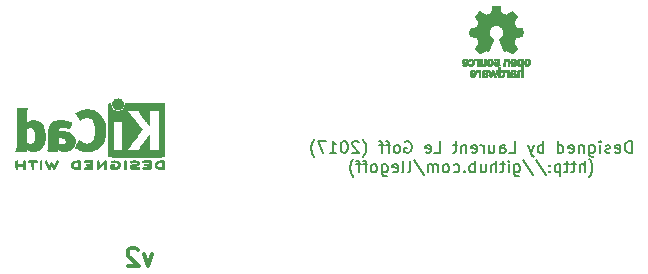
<source format=gbo>
G04 #@! TF.FileFunction,Legend,Bot*
%FSLAX46Y46*%
G04 Gerber Fmt 4.6, Leading zero omitted, Abs format (unit mm)*
G04 Created by KiCad (PCBNEW 4.0.6) date 09/14/17 17:21:40*
%MOMM*%
%LPD*%
G01*
G04 APERTURE LIST*
%ADD10C,0.100000*%
%ADD11C,0.300000*%
%ADD12C,0.150000*%
%ADD13C,0.010000*%
G04 APERTURE END LIST*
D10*
D11*
X137671428Y-129678571D02*
X137314285Y-130678571D01*
X136957143Y-129678571D01*
X136457143Y-129321429D02*
X136385714Y-129250000D01*
X136242857Y-129178571D01*
X135885714Y-129178571D01*
X135742857Y-129250000D01*
X135671428Y-129321429D01*
X135600000Y-129464286D01*
X135600000Y-129607143D01*
X135671428Y-129821429D01*
X136528571Y-130678571D01*
X135600000Y-130678571D01*
D12*
X178271431Y-121127381D02*
X178271431Y-120127381D01*
X178033336Y-120127381D01*
X177890478Y-120175000D01*
X177795240Y-120270238D01*
X177747621Y-120365476D01*
X177700002Y-120555952D01*
X177700002Y-120698810D01*
X177747621Y-120889286D01*
X177795240Y-120984524D01*
X177890478Y-121079762D01*
X178033336Y-121127381D01*
X178271431Y-121127381D01*
X176890478Y-121079762D02*
X176985716Y-121127381D01*
X177176193Y-121127381D01*
X177271431Y-121079762D01*
X177319050Y-120984524D01*
X177319050Y-120603571D01*
X177271431Y-120508333D01*
X177176193Y-120460714D01*
X176985716Y-120460714D01*
X176890478Y-120508333D01*
X176842859Y-120603571D01*
X176842859Y-120698810D01*
X177319050Y-120794048D01*
X176461907Y-121079762D02*
X176366669Y-121127381D01*
X176176193Y-121127381D01*
X176080954Y-121079762D01*
X176033335Y-120984524D01*
X176033335Y-120936905D01*
X176080954Y-120841667D01*
X176176193Y-120794048D01*
X176319050Y-120794048D01*
X176414288Y-120746429D01*
X176461907Y-120651190D01*
X176461907Y-120603571D01*
X176414288Y-120508333D01*
X176319050Y-120460714D01*
X176176193Y-120460714D01*
X176080954Y-120508333D01*
X175604764Y-121127381D02*
X175604764Y-120460714D01*
X175604764Y-120127381D02*
X175652383Y-120175000D01*
X175604764Y-120222619D01*
X175557145Y-120175000D01*
X175604764Y-120127381D01*
X175604764Y-120222619D01*
X174700002Y-120460714D02*
X174700002Y-121270238D01*
X174747621Y-121365476D01*
X174795240Y-121413095D01*
X174890479Y-121460714D01*
X175033336Y-121460714D01*
X175128574Y-121413095D01*
X174700002Y-121079762D02*
X174795240Y-121127381D01*
X174985717Y-121127381D01*
X175080955Y-121079762D01*
X175128574Y-121032143D01*
X175176193Y-120936905D01*
X175176193Y-120651190D01*
X175128574Y-120555952D01*
X175080955Y-120508333D01*
X174985717Y-120460714D01*
X174795240Y-120460714D01*
X174700002Y-120508333D01*
X174223812Y-120460714D02*
X174223812Y-121127381D01*
X174223812Y-120555952D02*
X174176193Y-120508333D01*
X174080955Y-120460714D01*
X173938097Y-120460714D01*
X173842859Y-120508333D01*
X173795240Y-120603571D01*
X173795240Y-121127381D01*
X172938097Y-121079762D02*
X173033335Y-121127381D01*
X173223812Y-121127381D01*
X173319050Y-121079762D01*
X173366669Y-120984524D01*
X173366669Y-120603571D01*
X173319050Y-120508333D01*
X173223812Y-120460714D01*
X173033335Y-120460714D01*
X172938097Y-120508333D01*
X172890478Y-120603571D01*
X172890478Y-120698810D01*
X173366669Y-120794048D01*
X172033335Y-121127381D02*
X172033335Y-120127381D01*
X172033335Y-121079762D02*
X172128573Y-121127381D01*
X172319050Y-121127381D01*
X172414288Y-121079762D01*
X172461907Y-121032143D01*
X172509526Y-120936905D01*
X172509526Y-120651190D01*
X172461907Y-120555952D01*
X172414288Y-120508333D01*
X172319050Y-120460714D01*
X172128573Y-120460714D01*
X172033335Y-120508333D01*
X170795240Y-121127381D02*
X170795240Y-120127381D01*
X170795240Y-120508333D02*
X170700002Y-120460714D01*
X170509525Y-120460714D01*
X170414287Y-120508333D01*
X170366668Y-120555952D01*
X170319049Y-120651190D01*
X170319049Y-120936905D01*
X170366668Y-121032143D01*
X170414287Y-121079762D01*
X170509525Y-121127381D01*
X170700002Y-121127381D01*
X170795240Y-121079762D01*
X169985716Y-120460714D02*
X169747621Y-121127381D01*
X169509525Y-120460714D02*
X169747621Y-121127381D01*
X169842859Y-121365476D01*
X169890478Y-121413095D01*
X169985716Y-121460714D01*
X167890477Y-121127381D02*
X168366668Y-121127381D01*
X168366668Y-120127381D01*
X167128572Y-121127381D02*
X167128572Y-120603571D01*
X167176191Y-120508333D01*
X167271429Y-120460714D01*
X167461906Y-120460714D01*
X167557144Y-120508333D01*
X167128572Y-121079762D02*
X167223810Y-121127381D01*
X167461906Y-121127381D01*
X167557144Y-121079762D01*
X167604763Y-120984524D01*
X167604763Y-120889286D01*
X167557144Y-120794048D01*
X167461906Y-120746429D01*
X167223810Y-120746429D01*
X167128572Y-120698810D01*
X166223810Y-120460714D02*
X166223810Y-121127381D01*
X166652382Y-120460714D02*
X166652382Y-120984524D01*
X166604763Y-121079762D01*
X166509525Y-121127381D01*
X166366667Y-121127381D01*
X166271429Y-121079762D01*
X166223810Y-121032143D01*
X165747620Y-121127381D02*
X165747620Y-120460714D01*
X165747620Y-120651190D02*
X165700001Y-120555952D01*
X165652382Y-120508333D01*
X165557144Y-120460714D01*
X165461905Y-120460714D01*
X164747619Y-121079762D02*
X164842857Y-121127381D01*
X165033334Y-121127381D01*
X165128572Y-121079762D01*
X165176191Y-120984524D01*
X165176191Y-120603571D01*
X165128572Y-120508333D01*
X165033334Y-120460714D01*
X164842857Y-120460714D01*
X164747619Y-120508333D01*
X164700000Y-120603571D01*
X164700000Y-120698810D01*
X165176191Y-120794048D01*
X164271429Y-120460714D02*
X164271429Y-121127381D01*
X164271429Y-120555952D02*
X164223810Y-120508333D01*
X164128572Y-120460714D01*
X163985714Y-120460714D01*
X163890476Y-120508333D01*
X163842857Y-120603571D01*
X163842857Y-121127381D01*
X163509524Y-120460714D02*
X163128572Y-120460714D01*
X163366667Y-120127381D02*
X163366667Y-120984524D01*
X163319048Y-121079762D01*
X163223810Y-121127381D01*
X163128572Y-121127381D01*
X161557142Y-121127381D02*
X162033333Y-121127381D01*
X162033333Y-120127381D01*
X160842856Y-121079762D02*
X160938094Y-121127381D01*
X161128571Y-121127381D01*
X161223809Y-121079762D01*
X161271428Y-120984524D01*
X161271428Y-120603571D01*
X161223809Y-120508333D01*
X161128571Y-120460714D01*
X160938094Y-120460714D01*
X160842856Y-120508333D01*
X160795237Y-120603571D01*
X160795237Y-120698810D01*
X161271428Y-120794048D01*
X159080951Y-120175000D02*
X159176189Y-120127381D01*
X159319046Y-120127381D01*
X159461904Y-120175000D01*
X159557142Y-120270238D01*
X159604761Y-120365476D01*
X159652380Y-120555952D01*
X159652380Y-120698810D01*
X159604761Y-120889286D01*
X159557142Y-120984524D01*
X159461904Y-121079762D01*
X159319046Y-121127381D01*
X159223808Y-121127381D01*
X159080951Y-121079762D01*
X159033332Y-121032143D01*
X159033332Y-120698810D01*
X159223808Y-120698810D01*
X158461904Y-121127381D02*
X158557142Y-121079762D01*
X158604761Y-121032143D01*
X158652380Y-120936905D01*
X158652380Y-120651190D01*
X158604761Y-120555952D01*
X158557142Y-120508333D01*
X158461904Y-120460714D01*
X158319046Y-120460714D01*
X158223808Y-120508333D01*
X158176189Y-120555952D01*
X158128570Y-120651190D01*
X158128570Y-120936905D01*
X158176189Y-121032143D01*
X158223808Y-121079762D01*
X158319046Y-121127381D01*
X158461904Y-121127381D01*
X157842856Y-120460714D02*
X157461904Y-120460714D01*
X157699999Y-121127381D02*
X157699999Y-120270238D01*
X157652380Y-120175000D01*
X157557142Y-120127381D01*
X157461904Y-120127381D01*
X157271427Y-120460714D02*
X156890475Y-120460714D01*
X157128570Y-121127381D02*
X157128570Y-120270238D01*
X157080951Y-120175000D01*
X156985713Y-120127381D01*
X156890475Y-120127381D01*
X155509521Y-121508333D02*
X155557141Y-121460714D01*
X155652379Y-121317857D01*
X155699998Y-121222619D01*
X155747617Y-121079762D01*
X155795236Y-120841667D01*
X155795236Y-120651190D01*
X155747617Y-120413095D01*
X155699998Y-120270238D01*
X155652379Y-120175000D01*
X155557141Y-120032143D01*
X155509521Y-119984524D01*
X155176188Y-120222619D02*
X155128569Y-120175000D01*
X155033331Y-120127381D01*
X154795235Y-120127381D01*
X154699997Y-120175000D01*
X154652378Y-120222619D01*
X154604759Y-120317857D01*
X154604759Y-120413095D01*
X154652378Y-120555952D01*
X155223807Y-121127381D01*
X154604759Y-121127381D01*
X153985712Y-120127381D02*
X153890473Y-120127381D01*
X153795235Y-120175000D01*
X153747616Y-120222619D01*
X153699997Y-120317857D01*
X153652378Y-120508333D01*
X153652378Y-120746429D01*
X153699997Y-120936905D01*
X153747616Y-121032143D01*
X153795235Y-121079762D01*
X153890473Y-121127381D01*
X153985712Y-121127381D01*
X154080950Y-121079762D01*
X154128569Y-121032143D01*
X154176188Y-120936905D01*
X154223807Y-120746429D01*
X154223807Y-120508333D01*
X154176188Y-120317857D01*
X154128569Y-120222619D01*
X154080950Y-120175000D01*
X153985712Y-120127381D01*
X152699997Y-121127381D02*
X153271426Y-121127381D01*
X152985712Y-121127381D02*
X152985712Y-120127381D01*
X153080950Y-120270238D01*
X153176188Y-120365476D01*
X153271426Y-120413095D01*
X152366664Y-120127381D02*
X151699997Y-120127381D01*
X152128569Y-121127381D01*
X151414283Y-121508333D02*
X151366664Y-121460714D01*
X151271426Y-121317857D01*
X151223807Y-121222619D01*
X151176188Y-121079762D01*
X151128569Y-120841667D01*
X151128569Y-120651190D01*
X151176188Y-120413095D01*
X151223807Y-120270238D01*
X151271426Y-120175000D01*
X151366664Y-120032143D01*
X151414283Y-119984524D01*
X174676191Y-123158333D02*
X174723811Y-123110714D01*
X174819049Y-122967857D01*
X174866668Y-122872619D01*
X174914287Y-122729762D01*
X174961906Y-122491667D01*
X174961906Y-122301190D01*
X174914287Y-122063095D01*
X174866668Y-121920238D01*
X174819049Y-121825000D01*
X174723811Y-121682143D01*
X174676191Y-121634524D01*
X174295239Y-122777381D02*
X174295239Y-121777381D01*
X173866667Y-122777381D02*
X173866667Y-122253571D01*
X173914286Y-122158333D01*
X174009524Y-122110714D01*
X174152382Y-122110714D01*
X174247620Y-122158333D01*
X174295239Y-122205952D01*
X173533334Y-122110714D02*
X173152382Y-122110714D01*
X173390477Y-121777381D02*
X173390477Y-122634524D01*
X173342858Y-122729762D01*
X173247620Y-122777381D01*
X173152382Y-122777381D01*
X172961905Y-122110714D02*
X172580953Y-122110714D01*
X172819048Y-121777381D02*
X172819048Y-122634524D01*
X172771429Y-122729762D01*
X172676191Y-122777381D01*
X172580953Y-122777381D01*
X172247619Y-122110714D02*
X172247619Y-123110714D01*
X172247619Y-122158333D02*
X172152381Y-122110714D01*
X171961904Y-122110714D01*
X171866666Y-122158333D01*
X171819047Y-122205952D01*
X171771428Y-122301190D01*
X171771428Y-122586905D01*
X171819047Y-122682143D01*
X171866666Y-122729762D01*
X171961904Y-122777381D01*
X172152381Y-122777381D01*
X172247619Y-122729762D01*
X171342857Y-122682143D02*
X171295238Y-122729762D01*
X171342857Y-122777381D01*
X171390476Y-122729762D01*
X171342857Y-122682143D01*
X171342857Y-122777381D01*
X171342857Y-122158333D02*
X171295238Y-122205952D01*
X171342857Y-122253571D01*
X171390476Y-122205952D01*
X171342857Y-122158333D01*
X171342857Y-122253571D01*
X170152381Y-121729762D02*
X171009524Y-123015476D01*
X169104762Y-121729762D02*
X169961905Y-123015476D01*
X168342857Y-122110714D02*
X168342857Y-122920238D01*
X168390476Y-123015476D01*
X168438095Y-123063095D01*
X168533334Y-123110714D01*
X168676191Y-123110714D01*
X168771429Y-123063095D01*
X168342857Y-122729762D02*
X168438095Y-122777381D01*
X168628572Y-122777381D01*
X168723810Y-122729762D01*
X168771429Y-122682143D01*
X168819048Y-122586905D01*
X168819048Y-122301190D01*
X168771429Y-122205952D01*
X168723810Y-122158333D01*
X168628572Y-122110714D01*
X168438095Y-122110714D01*
X168342857Y-122158333D01*
X167866667Y-122777381D02*
X167866667Y-122110714D01*
X167866667Y-121777381D02*
X167914286Y-121825000D01*
X167866667Y-121872619D01*
X167819048Y-121825000D01*
X167866667Y-121777381D01*
X167866667Y-121872619D01*
X167533334Y-122110714D02*
X167152382Y-122110714D01*
X167390477Y-121777381D02*
X167390477Y-122634524D01*
X167342858Y-122729762D01*
X167247620Y-122777381D01*
X167152382Y-122777381D01*
X166819048Y-122777381D02*
X166819048Y-121777381D01*
X166390476Y-122777381D02*
X166390476Y-122253571D01*
X166438095Y-122158333D01*
X166533333Y-122110714D01*
X166676191Y-122110714D01*
X166771429Y-122158333D01*
X166819048Y-122205952D01*
X165485714Y-122110714D02*
X165485714Y-122777381D01*
X165914286Y-122110714D02*
X165914286Y-122634524D01*
X165866667Y-122729762D01*
X165771429Y-122777381D01*
X165628571Y-122777381D01*
X165533333Y-122729762D01*
X165485714Y-122682143D01*
X165009524Y-122777381D02*
X165009524Y-121777381D01*
X165009524Y-122158333D02*
X164914286Y-122110714D01*
X164723809Y-122110714D01*
X164628571Y-122158333D01*
X164580952Y-122205952D01*
X164533333Y-122301190D01*
X164533333Y-122586905D01*
X164580952Y-122682143D01*
X164628571Y-122729762D01*
X164723809Y-122777381D01*
X164914286Y-122777381D01*
X165009524Y-122729762D01*
X164104762Y-122682143D02*
X164057143Y-122729762D01*
X164104762Y-122777381D01*
X164152381Y-122729762D01*
X164104762Y-122682143D01*
X164104762Y-122777381D01*
X163200000Y-122729762D02*
X163295238Y-122777381D01*
X163485715Y-122777381D01*
X163580953Y-122729762D01*
X163628572Y-122682143D01*
X163676191Y-122586905D01*
X163676191Y-122301190D01*
X163628572Y-122205952D01*
X163580953Y-122158333D01*
X163485715Y-122110714D01*
X163295238Y-122110714D01*
X163200000Y-122158333D01*
X162628572Y-122777381D02*
X162723810Y-122729762D01*
X162771429Y-122682143D01*
X162819048Y-122586905D01*
X162819048Y-122301190D01*
X162771429Y-122205952D01*
X162723810Y-122158333D01*
X162628572Y-122110714D01*
X162485714Y-122110714D01*
X162390476Y-122158333D01*
X162342857Y-122205952D01*
X162295238Y-122301190D01*
X162295238Y-122586905D01*
X162342857Y-122682143D01*
X162390476Y-122729762D01*
X162485714Y-122777381D01*
X162628572Y-122777381D01*
X161866667Y-122777381D02*
X161866667Y-122110714D01*
X161866667Y-122205952D02*
X161819048Y-122158333D01*
X161723810Y-122110714D01*
X161580952Y-122110714D01*
X161485714Y-122158333D01*
X161438095Y-122253571D01*
X161438095Y-122777381D01*
X161438095Y-122253571D02*
X161390476Y-122158333D01*
X161295238Y-122110714D01*
X161152381Y-122110714D01*
X161057143Y-122158333D01*
X161009524Y-122253571D01*
X161009524Y-122777381D01*
X159819048Y-121729762D02*
X160676191Y-123015476D01*
X159342858Y-122777381D02*
X159438096Y-122729762D01*
X159485715Y-122634524D01*
X159485715Y-121777381D01*
X158819048Y-122777381D02*
X158914286Y-122729762D01*
X158961905Y-122634524D01*
X158961905Y-121777381D01*
X158057142Y-122729762D02*
X158152380Y-122777381D01*
X158342857Y-122777381D01*
X158438095Y-122729762D01*
X158485714Y-122634524D01*
X158485714Y-122253571D01*
X158438095Y-122158333D01*
X158342857Y-122110714D01*
X158152380Y-122110714D01*
X158057142Y-122158333D01*
X158009523Y-122253571D01*
X158009523Y-122348810D01*
X158485714Y-122444048D01*
X157152380Y-122110714D02*
X157152380Y-122920238D01*
X157199999Y-123015476D01*
X157247618Y-123063095D01*
X157342857Y-123110714D01*
X157485714Y-123110714D01*
X157580952Y-123063095D01*
X157152380Y-122729762D02*
X157247618Y-122777381D01*
X157438095Y-122777381D01*
X157533333Y-122729762D01*
X157580952Y-122682143D01*
X157628571Y-122586905D01*
X157628571Y-122301190D01*
X157580952Y-122205952D01*
X157533333Y-122158333D01*
X157438095Y-122110714D01*
X157247618Y-122110714D01*
X157152380Y-122158333D01*
X156533333Y-122777381D02*
X156628571Y-122729762D01*
X156676190Y-122682143D01*
X156723809Y-122586905D01*
X156723809Y-122301190D01*
X156676190Y-122205952D01*
X156628571Y-122158333D01*
X156533333Y-122110714D01*
X156390475Y-122110714D01*
X156295237Y-122158333D01*
X156247618Y-122205952D01*
X156199999Y-122301190D01*
X156199999Y-122586905D01*
X156247618Y-122682143D01*
X156295237Y-122729762D01*
X156390475Y-122777381D01*
X156533333Y-122777381D01*
X155914285Y-122110714D02*
X155533333Y-122110714D01*
X155771428Y-122777381D02*
X155771428Y-121920238D01*
X155723809Y-121825000D01*
X155628571Y-121777381D01*
X155533333Y-121777381D01*
X155342856Y-122110714D02*
X154961904Y-122110714D01*
X155199999Y-122777381D02*
X155199999Y-121920238D01*
X155152380Y-121825000D01*
X155057142Y-121777381D01*
X154961904Y-121777381D01*
X154723808Y-123158333D02*
X154676189Y-123110714D01*
X154580951Y-122967857D01*
X154533332Y-122872619D01*
X154485713Y-122729762D01*
X154438094Y-122491667D01*
X154438094Y-122301190D01*
X154485713Y-122063095D01*
X154533332Y-121920238D01*
X154580951Y-121825000D01*
X154676189Y-121682143D01*
X154723808Y-121634524D01*
D13*
G36*
X138521371Y-121769066D02*
X138481889Y-121769467D01*
X138366200Y-121772259D01*
X138269311Y-121780550D01*
X138187919Y-121795232D01*
X138118723Y-121817193D01*
X138058420Y-121847322D01*
X138003708Y-121886510D01*
X137984167Y-121903532D01*
X137951750Y-121943363D01*
X137922520Y-121997413D01*
X137899991Y-122057323D01*
X137887679Y-122114739D01*
X137886400Y-122135956D01*
X137894417Y-122194769D01*
X137915899Y-122259013D01*
X137946999Y-122319821D01*
X137983866Y-122368330D01*
X137989854Y-122374182D01*
X138040579Y-122415321D01*
X138096125Y-122447435D01*
X138159696Y-122471365D01*
X138234494Y-122487953D01*
X138323722Y-122498041D01*
X138430582Y-122502469D01*
X138479528Y-122502845D01*
X138541762Y-122502545D01*
X138585528Y-122501292D01*
X138614931Y-122498554D01*
X138634079Y-122493801D01*
X138647077Y-122486501D01*
X138654045Y-122480267D01*
X138660626Y-122472694D01*
X138665788Y-122462924D01*
X138669703Y-122448340D01*
X138672543Y-122426326D01*
X138674480Y-122394264D01*
X138675684Y-122349536D01*
X138676328Y-122289526D01*
X138676583Y-122211617D01*
X138676622Y-122135956D01*
X138676870Y-122035041D01*
X138676817Y-121954427D01*
X138675857Y-121915822D01*
X138529867Y-121915822D01*
X138529867Y-122356089D01*
X138436734Y-122356004D01*
X138380693Y-122354396D01*
X138321999Y-122350256D01*
X138273028Y-122344464D01*
X138271538Y-122344226D01*
X138192392Y-122325090D01*
X138131002Y-122295287D01*
X138084305Y-122252878D01*
X138054635Y-122206961D01*
X138036353Y-122156026D01*
X138037771Y-122108200D01*
X138058988Y-122056933D01*
X138100489Y-122003899D01*
X138157998Y-121964600D01*
X138232750Y-121938331D01*
X138282708Y-121929035D01*
X138339416Y-121922507D01*
X138399519Y-121917782D01*
X138450639Y-121915817D01*
X138453667Y-121915808D01*
X138529867Y-121915822D01*
X138675857Y-121915822D01*
X138675260Y-121891851D01*
X138670998Y-121845055D01*
X138662830Y-121811778D01*
X138649556Y-121789759D01*
X138629974Y-121776739D01*
X138602883Y-121770457D01*
X138567082Y-121768653D01*
X138521371Y-121769066D01*
X138521371Y-121769066D01*
G37*
X138521371Y-121769066D02*
X138481889Y-121769467D01*
X138366200Y-121772259D01*
X138269311Y-121780550D01*
X138187919Y-121795232D01*
X138118723Y-121817193D01*
X138058420Y-121847322D01*
X138003708Y-121886510D01*
X137984167Y-121903532D01*
X137951750Y-121943363D01*
X137922520Y-121997413D01*
X137899991Y-122057323D01*
X137887679Y-122114739D01*
X137886400Y-122135956D01*
X137894417Y-122194769D01*
X137915899Y-122259013D01*
X137946999Y-122319821D01*
X137983866Y-122368330D01*
X137989854Y-122374182D01*
X138040579Y-122415321D01*
X138096125Y-122447435D01*
X138159696Y-122471365D01*
X138234494Y-122487953D01*
X138323722Y-122498041D01*
X138430582Y-122502469D01*
X138479528Y-122502845D01*
X138541762Y-122502545D01*
X138585528Y-122501292D01*
X138614931Y-122498554D01*
X138634079Y-122493801D01*
X138647077Y-122486501D01*
X138654045Y-122480267D01*
X138660626Y-122472694D01*
X138665788Y-122462924D01*
X138669703Y-122448340D01*
X138672543Y-122426326D01*
X138674480Y-122394264D01*
X138675684Y-122349536D01*
X138676328Y-122289526D01*
X138676583Y-122211617D01*
X138676622Y-122135956D01*
X138676870Y-122035041D01*
X138676817Y-121954427D01*
X138675857Y-121915822D01*
X138529867Y-121915822D01*
X138529867Y-122356089D01*
X138436734Y-122356004D01*
X138380693Y-122354396D01*
X138321999Y-122350256D01*
X138273028Y-122344464D01*
X138271538Y-122344226D01*
X138192392Y-122325090D01*
X138131002Y-122295287D01*
X138084305Y-122252878D01*
X138054635Y-122206961D01*
X138036353Y-122156026D01*
X138037771Y-122108200D01*
X138058988Y-122056933D01*
X138100489Y-122003899D01*
X138157998Y-121964600D01*
X138232750Y-121938331D01*
X138282708Y-121929035D01*
X138339416Y-121922507D01*
X138399519Y-121917782D01*
X138450639Y-121915817D01*
X138453667Y-121915808D01*
X138529867Y-121915822D01*
X138675857Y-121915822D01*
X138675260Y-121891851D01*
X138670998Y-121845055D01*
X138662830Y-121811778D01*
X138649556Y-121789759D01*
X138629974Y-121776739D01*
X138602883Y-121770457D01*
X138567082Y-121768653D01*
X138521371Y-121769066D01*
G36*
X137112794Y-121769146D02*
X137043386Y-121769518D01*
X136990997Y-121770385D01*
X136952847Y-121771946D01*
X136926159Y-121774403D01*
X136908153Y-121777957D01*
X136896049Y-121782810D01*
X136887069Y-121789161D01*
X136883818Y-121792084D01*
X136864043Y-121823142D01*
X136860482Y-121858828D01*
X136873491Y-121890510D01*
X136879506Y-121896913D01*
X136889235Y-121903121D01*
X136904901Y-121907910D01*
X136929408Y-121911514D01*
X136965661Y-121914164D01*
X137016565Y-121916095D01*
X137085026Y-121917539D01*
X137147617Y-121918418D01*
X137395334Y-121921467D01*
X137398719Y-121986378D01*
X137402105Y-122051289D01*
X137233958Y-122051289D01*
X137160959Y-122051919D01*
X137107517Y-122054553D01*
X137070628Y-122060309D01*
X137047288Y-122070304D01*
X137034494Y-122085656D01*
X137029242Y-122107482D01*
X137028445Y-122127738D01*
X137030923Y-122152592D01*
X137040277Y-122170906D01*
X137059383Y-122183637D01*
X137091118Y-122191741D01*
X137138359Y-122196176D01*
X137203983Y-122197899D01*
X137239801Y-122198045D01*
X137400978Y-122198045D01*
X137400978Y-122356089D01*
X137152622Y-122356089D01*
X137071213Y-122356202D01*
X137009342Y-122356712D01*
X136963968Y-122357870D01*
X136932054Y-122359930D01*
X136910559Y-122363146D01*
X136896443Y-122367772D01*
X136886668Y-122374059D01*
X136881689Y-122378667D01*
X136864610Y-122405560D01*
X136859111Y-122429467D01*
X136866963Y-122458667D01*
X136881689Y-122480267D01*
X136889546Y-122487066D01*
X136899688Y-122492346D01*
X136914844Y-122496298D01*
X136937741Y-122499113D01*
X136971109Y-122500982D01*
X137017675Y-122502098D01*
X137080167Y-122502651D01*
X137161314Y-122502833D01*
X137203422Y-122502845D01*
X137293598Y-122502765D01*
X137363924Y-122502398D01*
X137417129Y-122501552D01*
X137455940Y-122500036D01*
X137483087Y-122497659D01*
X137501298Y-122494229D01*
X137513300Y-122489554D01*
X137521822Y-122483444D01*
X137525156Y-122480267D01*
X137531755Y-122472670D01*
X137536927Y-122462870D01*
X137540846Y-122448239D01*
X137543684Y-122426152D01*
X137545615Y-122393982D01*
X137546812Y-122349103D01*
X137547448Y-122288889D01*
X137547697Y-122210713D01*
X137547734Y-122137923D01*
X137547700Y-122044707D01*
X137547465Y-121971431D01*
X137546830Y-121915458D01*
X137545594Y-121874151D01*
X137543556Y-121844872D01*
X137540517Y-121824984D01*
X137536277Y-121811850D01*
X137530635Y-121802832D01*
X137523391Y-121795293D01*
X137521606Y-121793612D01*
X137512945Y-121786172D01*
X137502882Y-121780409D01*
X137488625Y-121776112D01*
X137467383Y-121773064D01*
X137436364Y-121771051D01*
X137392777Y-121769860D01*
X137333831Y-121769275D01*
X137256734Y-121769083D01*
X137202001Y-121769067D01*
X137112794Y-121769146D01*
X137112794Y-121769146D01*
G37*
X137112794Y-121769146D02*
X137043386Y-121769518D01*
X136990997Y-121770385D01*
X136952847Y-121771946D01*
X136926159Y-121774403D01*
X136908153Y-121777957D01*
X136896049Y-121782810D01*
X136887069Y-121789161D01*
X136883818Y-121792084D01*
X136864043Y-121823142D01*
X136860482Y-121858828D01*
X136873491Y-121890510D01*
X136879506Y-121896913D01*
X136889235Y-121903121D01*
X136904901Y-121907910D01*
X136929408Y-121911514D01*
X136965661Y-121914164D01*
X137016565Y-121916095D01*
X137085026Y-121917539D01*
X137147617Y-121918418D01*
X137395334Y-121921467D01*
X137398719Y-121986378D01*
X137402105Y-122051289D01*
X137233958Y-122051289D01*
X137160959Y-122051919D01*
X137107517Y-122054553D01*
X137070628Y-122060309D01*
X137047288Y-122070304D01*
X137034494Y-122085656D01*
X137029242Y-122107482D01*
X137028445Y-122127738D01*
X137030923Y-122152592D01*
X137040277Y-122170906D01*
X137059383Y-122183637D01*
X137091118Y-122191741D01*
X137138359Y-122196176D01*
X137203983Y-122197899D01*
X137239801Y-122198045D01*
X137400978Y-122198045D01*
X137400978Y-122356089D01*
X137152622Y-122356089D01*
X137071213Y-122356202D01*
X137009342Y-122356712D01*
X136963968Y-122357870D01*
X136932054Y-122359930D01*
X136910559Y-122363146D01*
X136896443Y-122367772D01*
X136886668Y-122374059D01*
X136881689Y-122378667D01*
X136864610Y-122405560D01*
X136859111Y-122429467D01*
X136866963Y-122458667D01*
X136881689Y-122480267D01*
X136889546Y-122487066D01*
X136899688Y-122492346D01*
X136914844Y-122496298D01*
X136937741Y-122499113D01*
X136971109Y-122500982D01*
X137017675Y-122502098D01*
X137080167Y-122502651D01*
X137161314Y-122502833D01*
X137203422Y-122502845D01*
X137293598Y-122502765D01*
X137363924Y-122502398D01*
X137417129Y-122501552D01*
X137455940Y-122500036D01*
X137483087Y-122497659D01*
X137501298Y-122494229D01*
X137513300Y-122489554D01*
X137521822Y-122483444D01*
X137525156Y-122480267D01*
X137531755Y-122472670D01*
X137536927Y-122462870D01*
X137540846Y-122448239D01*
X137543684Y-122426152D01*
X137545615Y-122393982D01*
X137546812Y-122349103D01*
X137547448Y-122288889D01*
X137547697Y-122210713D01*
X137547734Y-122137923D01*
X137547700Y-122044707D01*
X137547465Y-121971431D01*
X137546830Y-121915458D01*
X137545594Y-121874151D01*
X137543556Y-121844872D01*
X137540517Y-121824984D01*
X137536277Y-121811850D01*
X137530635Y-121802832D01*
X137523391Y-121795293D01*
X137521606Y-121793612D01*
X137512945Y-121786172D01*
X137502882Y-121780409D01*
X137488625Y-121776112D01*
X137467383Y-121773064D01*
X137436364Y-121771051D01*
X137392777Y-121769860D01*
X137333831Y-121769275D01*
X137256734Y-121769083D01*
X137202001Y-121769067D01*
X137112794Y-121769146D01*
G36*
X136091703Y-121770351D02*
X136016888Y-121775581D01*
X135947306Y-121783750D01*
X135887002Y-121794550D01*
X135840020Y-121807673D01*
X135810406Y-121822813D01*
X135805860Y-121827269D01*
X135790054Y-121861850D01*
X135794847Y-121897351D01*
X135819364Y-121927725D01*
X135820534Y-121928596D01*
X135834954Y-121937954D01*
X135850008Y-121942876D01*
X135871005Y-121943473D01*
X135903257Y-121939861D01*
X135952073Y-121932154D01*
X135956000Y-121931505D01*
X136028739Y-121922569D01*
X136107217Y-121918161D01*
X136185927Y-121918119D01*
X136259361Y-121922279D01*
X136322011Y-121930479D01*
X136368370Y-121942557D01*
X136371416Y-121943771D01*
X136405048Y-121962615D01*
X136416864Y-121981685D01*
X136407614Y-122000439D01*
X136378047Y-122018337D01*
X136328911Y-122034837D01*
X136260957Y-122049396D01*
X136215645Y-122056406D01*
X136121456Y-122069889D01*
X136046544Y-122082214D01*
X135987717Y-122094449D01*
X135941785Y-122107661D01*
X135905555Y-122122917D01*
X135875838Y-122141285D01*
X135849442Y-122163831D01*
X135828230Y-122185971D01*
X135803065Y-122216819D01*
X135790681Y-122243345D01*
X135786808Y-122276026D01*
X135786667Y-122287995D01*
X135789576Y-122327712D01*
X135801202Y-122357259D01*
X135821323Y-122383486D01*
X135862216Y-122423576D01*
X135907817Y-122454149D01*
X135961513Y-122476203D01*
X136026692Y-122490735D01*
X136106744Y-122498741D01*
X136205057Y-122501218D01*
X136221289Y-122501177D01*
X136286849Y-122499818D01*
X136351866Y-122496730D01*
X136409252Y-122492356D01*
X136451922Y-122487140D01*
X136455372Y-122486541D01*
X136497796Y-122476491D01*
X136533780Y-122463796D01*
X136554150Y-122452190D01*
X136573107Y-122421572D01*
X136574427Y-122385918D01*
X136558085Y-122354144D01*
X136554429Y-122350551D01*
X136539315Y-122339876D01*
X136520415Y-122335276D01*
X136491162Y-122336059D01*
X136455651Y-122340127D01*
X136415970Y-122343762D01*
X136360345Y-122346828D01*
X136295406Y-122349053D01*
X136227785Y-122350164D01*
X136210000Y-122350237D01*
X136142128Y-122349964D01*
X136092454Y-122348646D01*
X136056610Y-122345827D01*
X136030224Y-122341050D01*
X136008926Y-122333857D01*
X135996126Y-122327867D01*
X135968000Y-122311233D01*
X135950068Y-122296168D01*
X135947447Y-122291897D01*
X135952976Y-122274263D01*
X135979260Y-122257192D01*
X136024478Y-122241458D01*
X136086808Y-122227838D01*
X136105171Y-122224804D01*
X136201090Y-122209738D01*
X136277641Y-122197146D01*
X136337780Y-122186111D01*
X136384460Y-122175720D01*
X136420637Y-122165056D01*
X136449265Y-122153205D01*
X136473298Y-122139251D01*
X136495692Y-122122281D01*
X136519402Y-122101378D01*
X136527380Y-122094049D01*
X136555353Y-122066699D01*
X136570160Y-122045029D01*
X136575952Y-122020232D01*
X136576889Y-121988983D01*
X136566575Y-121927705D01*
X136535752Y-121875640D01*
X136484595Y-121832958D01*
X136413283Y-121799825D01*
X136362400Y-121784964D01*
X136307100Y-121775366D01*
X136240853Y-121769936D01*
X136167706Y-121768367D01*
X136091703Y-121770351D01*
X136091703Y-121770351D01*
G37*
X136091703Y-121770351D02*
X136016888Y-121775581D01*
X135947306Y-121783750D01*
X135887002Y-121794550D01*
X135840020Y-121807673D01*
X135810406Y-121822813D01*
X135805860Y-121827269D01*
X135790054Y-121861850D01*
X135794847Y-121897351D01*
X135819364Y-121927725D01*
X135820534Y-121928596D01*
X135834954Y-121937954D01*
X135850008Y-121942876D01*
X135871005Y-121943473D01*
X135903257Y-121939861D01*
X135952073Y-121932154D01*
X135956000Y-121931505D01*
X136028739Y-121922569D01*
X136107217Y-121918161D01*
X136185927Y-121918119D01*
X136259361Y-121922279D01*
X136322011Y-121930479D01*
X136368370Y-121942557D01*
X136371416Y-121943771D01*
X136405048Y-121962615D01*
X136416864Y-121981685D01*
X136407614Y-122000439D01*
X136378047Y-122018337D01*
X136328911Y-122034837D01*
X136260957Y-122049396D01*
X136215645Y-122056406D01*
X136121456Y-122069889D01*
X136046544Y-122082214D01*
X135987717Y-122094449D01*
X135941785Y-122107661D01*
X135905555Y-122122917D01*
X135875838Y-122141285D01*
X135849442Y-122163831D01*
X135828230Y-122185971D01*
X135803065Y-122216819D01*
X135790681Y-122243345D01*
X135786808Y-122276026D01*
X135786667Y-122287995D01*
X135789576Y-122327712D01*
X135801202Y-122357259D01*
X135821323Y-122383486D01*
X135862216Y-122423576D01*
X135907817Y-122454149D01*
X135961513Y-122476203D01*
X136026692Y-122490735D01*
X136106744Y-122498741D01*
X136205057Y-122501218D01*
X136221289Y-122501177D01*
X136286849Y-122499818D01*
X136351866Y-122496730D01*
X136409252Y-122492356D01*
X136451922Y-122487140D01*
X136455372Y-122486541D01*
X136497796Y-122476491D01*
X136533780Y-122463796D01*
X136554150Y-122452190D01*
X136573107Y-122421572D01*
X136574427Y-122385918D01*
X136558085Y-122354144D01*
X136554429Y-122350551D01*
X136539315Y-122339876D01*
X136520415Y-122335276D01*
X136491162Y-122336059D01*
X136455651Y-122340127D01*
X136415970Y-122343762D01*
X136360345Y-122346828D01*
X136295406Y-122349053D01*
X136227785Y-122350164D01*
X136210000Y-122350237D01*
X136142128Y-122349964D01*
X136092454Y-122348646D01*
X136056610Y-122345827D01*
X136030224Y-122341050D01*
X136008926Y-122333857D01*
X135996126Y-122327867D01*
X135968000Y-122311233D01*
X135950068Y-122296168D01*
X135947447Y-122291897D01*
X135952976Y-122274263D01*
X135979260Y-122257192D01*
X136024478Y-122241458D01*
X136086808Y-122227838D01*
X136105171Y-122224804D01*
X136201090Y-122209738D01*
X136277641Y-122197146D01*
X136337780Y-122186111D01*
X136384460Y-122175720D01*
X136420637Y-122165056D01*
X136449265Y-122153205D01*
X136473298Y-122139251D01*
X136495692Y-122122281D01*
X136519402Y-122101378D01*
X136527380Y-122094049D01*
X136555353Y-122066699D01*
X136570160Y-122045029D01*
X136575952Y-122020232D01*
X136576889Y-121988983D01*
X136566575Y-121927705D01*
X136535752Y-121875640D01*
X136484595Y-121832958D01*
X136413283Y-121799825D01*
X136362400Y-121784964D01*
X136307100Y-121775366D01*
X136240853Y-121769936D01*
X136167706Y-121768367D01*
X136091703Y-121770351D01*
G36*
X135323822Y-121791645D02*
X135317242Y-121799218D01*
X135312079Y-121808987D01*
X135308164Y-121823571D01*
X135305324Y-121845585D01*
X135303387Y-121877648D01*
X135302183Y-121922375D01*
X135301539Y-121982385D01*
X135301284Y-122060294D01*
X135301245Y-122135956D01*
X135301314Y-122229802D01*
X135301638Y-122303689D01*
X135302386Y-122360232D01*
X135303732Y-122402049D01*
X135305846Y-122431757D01*
X135308900Y-122451973D01*
X135313066Y-122465314D01*
X135318516Y-122474398D01*
X135323822Y-122480267D01*
X135356826Y-122499947D01*
X135391991Y-122498181D01*
X135423455Y-122476717D01*
X135430684Y-122468337D01*
X135436334Y-122458614D01*
X135440599Y-122444861D01*
X135443673Y-122424389D01*
X135445752Y-122394512D01*
X135447030Y-122352541D01*
X135447701Y-122295789D01*
X135447959Y-122221567D01*
X135448000Y-122137537D01*
X135448000Y-121824485D01*
X135420291Y-121796776D01*
X135386137Y-121773463D01*
X135353006Y-121772623D01*
X135323822Y-121791645D01*
X135323822Y-121791645D01*
G37*
X135323822Y-121791645D02*
X135317242Y-121799218D01*
X135312079Y-121808987D01*
X135308164Y-121823571D01*
X135305324Y-121845585D01*
X135303387Y-121877648D01*
X135302183Y-121922375D01*
X135301539Y-121982385D01*
X135301284Y-122060294D01*
X135301245Y-122135956D01*
X135301314Y-122229802D01*
X135301638Y-122303689D01*
X135302386Y-122360232D01*
X135303732Y-122402049D01*
X135305846Y-122431757D01*
X135308900Y-122451973D01*
X135313066Y-122465314D01*
X135318516Y-122474398D01*
X135323822Y-122480267D01*
X135356826Y-122499947D01*
X135391991Y-122498181D01*
X135423455Y-122476717D01*
X135430684Y-122468337D01*
X135436334Y-122458614D01*
X135440599Y-122444861D01*
X135443673Y-122424389D01*
X135445752Y-122394512D01*
X135447030Y-122352541D01*
X135447701Y-122295789D01*
X135447959Y-122221567D01*
X135448000Y-122137537D01*
X135448000Y-121824485D01*
X135420291Y-121796776D01*
X135386137Y-121773463D01*
X135353006Y-121772623D01*
X135323822Y-121791645D01*
G36*
X134350081Y-121774599D02*
X134281565Y-121786095D01*
X134228943Y-121803967D01*
X134194708Y-121827499D01*
X134185379Y-121840924D01*
X134175893Y-121872148D01*
X134182277Y-121900395D01*
X134202430Y-121927182D01*
X134233745Y-121939713D01*
X134279183Y-121938696D01*
X134314326Y-121931906D01*
X134392419Y-121918971D01*
X134472226Y-121917742D01*
X134561555Y-121928241D01*
X134586229Y-121932690D01*
X134669291Y-121956108D01*
X134734273Y-121990945D01*
X134780461Y-122036604D01*
X134807145Y-122092494D01*
X134812663Y-122121388D01*
X134809051Y-122180012D01*
X134785729Y-122231879D01*
X134744824Y-122275978D01*
X134688459Y-122311299D01*
X134618760Y-122336829D01*
X134537852Y-122351559D01*
X134447860Y-122354478D01*
X134350910Y-122344575D01*
X134345436Y-122343641D01*
X134306875Y-122336459D01*
X134285494Y-122329521D01*
X134276227Y-122319227D01*
X134274006Y-122301976D01*
X134273956Y-122292841D01*
X134273956Y-122254489D01*
X134342431Y-122254489D01*
X134402900Y-122250347D01*
X134444165Y-122237147D01*
X134468175Y-122213730D01*
X134476877Y-122178936D01*
X134476983Y-122174394D01*
X134471892Y-122144654D01*
X134454433Y-122123419D01*
X134421939Y-122109366D01*
X134371743Y-122101173D01*
X134323123Y-122098161D01*
X134252456Y-122096433D01*
X134201198Y-122099070D01*
X134166239Y-122108800D01*
X134144470Y-122128353D01*
X134132780Y-122160456D01*
X134128060Y-122207838D01*
X134127200Y-122270071D01*
X134128609Y-122339535D01*
X134132848Y-122386786D01*
X134139936Y-122412012D01*
X134141311Y-122413988D01*
X134180228Y-122445508D01*
X134237286Y-122470470D01*
X134308869Y-122488340D01*
X134391358Y-122498586D01*
X134481139Y-122500673D01*
X134574592Y-122494068D01*
X134629556Y-122485956D01*
X134715766Y-122461554D01*
X134795892Y-122421662D01*
X134862977Y-122369887D01*
X134873173Y-122359539D01*
X134906302Y-122316035D01*
X134936194Y-122262118D01*
X134959357Y-122205592D01*
X134972298Y-122154259D01*
X134973858Y-122134544D01*
X134967218Y-122093419D01*
X134949568Y-122042252D01*
X134924297Y-121988394D01*
X134894789Y-121939195D01*
X134868719Y-121906334D01*
X134807765Y-121857452D01*
X134728969Y-121818545D01*
X134635157Y-121790494D01*
X134529150Y-121774179D01*
X134432000Y-121770192D01*
X134350081Y-121774599D01*
X134350081Y-121774599D01*
G37*
X134350081Y-121774599D02*
X134281565Y-121786095D01*
X134228943Y-121803967D01*
X134194708Y-121827499D01*
X134185379Y-121840924D01*
X134175893Y-121872148D01*
X134182277Y-121900395D01*
X134202430Y-121927182D01*
X134233745Y-121939713D01*
X134279183Y-121938696D01*
X134314326Y-121931906D01*
X134392419Y-121918971D01*
X134472226Y-121917742D01*
X134561555Y-121928241D01*
X134586229Y-121932690D01*
X134669291Y-121956108D01*
X134734273Y-121990945D01*
X134780461Y-122036604D01*
X134807145Y-122092494D01*
X134812663Y-122121388D01*
X134809051Y-122180012D01*
X134785729Y-122231879D01*
X134744824Y-122275978D01*
X134688459Y-122311299D01*
X134618760Y-122336829D01*
X134537852Y-122351559D01*
X134447860Y-122354478D01*
X134350910Y-122344575D01*
X134345436Y-122343641D01*
X134306875Y-122336459D01*
X134285494Y-122329521D01*
X134276227Y-122319227D01*
X134274006Y-122301976D01*
X134273956Y-122292841D01*
X134273956Y-122254489D01*
X134342431Y-122254489D01*
X134402900Y-122250347D01*
X134444165Y-122237147D01*
X134468175Y-122213730D01*
X134476877Y-122178936D01*
X134476983Y-122174394D01*
X134471892Y-122144654D01*
X134454433Y-122123419D01*
X134421939Y-122109366D01*
X134371743Y-122101173D01*
X134323123Y-122098161D01*
X134252456Y-122096433D01*
X134201198Y-122099070D01*
X134166239Y-122108800D01*
X134144470Y-122128353D01*
X134132780Y-122160456D01*
X134128060Y-122207838D01*
X134127200Y-122270071D01*
X134128609Y-122339535D01*
X134132848Y-122386786D01*
X134139936Y-122412012D01*
X134141311Y-122413988D01*
X134180228Y-122445508D01*
X134237286Y-122470470D01*
X134308869Y-122488340D01*
X134391358Y-122498586D01*
X134481139Y-122500673D01*
X134574592Y-122494068D01*
X134629556Y-122485956D01*
X134715766Y-122461554D01*
X134795892Y-122421662D01*
X134862977Y-122369887D01*
X134873173Y-122359539D01*
X134906302Y-122316035D01*
X134936194Y-122262118D01*
X134959357Y-122205592D01*
X134972298Y-122154259D01*
X134973858Y-122134544D01*
X134967218Y-122093419D01*
X134949568Y-122042252D01*
X134924297Y-121988394D01*
X134894789Y-121939195D01*
X134868719Y-121906334D01*
X134807765Y-121857452D01*
X134728969Y-121818545D01*
X134635157Y-121790494D01*
X134529150Y-121774179D01*
X134432000Y-121770192D01*
X134350081Y-121774599D01*
G36*
X133700114Y-121773448D02*
X133676548Y-121787273D01*
X133645735Y-121809881D01*
X133606078Y-121842338D01*
X133555980Y-121885708D01*
X133493843Y-121941058D01*
X133418072Y-122009451D01*
X133331334Y-122088084D01*
X133150711Y-122251878D01*
X133145067Y-122032029D01*
X133143029Y-121956351D01*
X133141063Y-121899994D01*
X133138734Y-121859706D01*
X133135606Y-121832235D01*
X133131245Y-121814329D01*
X133125216Y-121802737D01*
X133117084Y-121794208D01*
X133112772Y-121790623D01*
X133078241Y-121771670D01*
X133045383Y-121774441D01*
X133019318Y-121790633D01*
X132992667Y-121812199D01*
X132989352Y-122127151D01*
X132988435Y-122219779D01*
X132987968Y-122292544D01*
X132988113Y-122348161D01*
X132989032Y-122389342D01*
X132990887Y-122418803D01*
X132993839Y-122439255D01*
X132998050Y-122453413D01*
X133003682Y-122463991D01*
X133009927Y-122472474D01*
X133023439Y-122488207D01*
X133036883Y-122498636D01*
X133052124Y-122502639D01*
X133071026Y-122499094D01*
X133095455Y-122486879D01*
X133127273Y-122464871D01*
X133168348Y-122431949D01*
X133220542Y-122386991D01*
X133285722Y-122328875D01*
X133359556Y-122262099D01*
X133624845Y-122021458D01*
X133630489Y-122240589D01*
X133632531Y-122316128D01*
X133634502Y-122372354D01*
X133636839Y-122412524D01*
X133639981Y-122439896D01*
X133644364Y-122457728D01*
X133650424Y-122469279D01*
X133658600Y-122477807D01*
X133662784Y-122481282D01*
X133699765Y-122500372D01*
X133734708Y-122497493D01*
X133765136Y-122473100D01*
X133772097Y-122463286D01*
X133777523Y-122451826D01*
X133781603Y-122435968D01*
X133784529Y-122412963D01*
X133786492Y-122380062D01*
X133787683Y-122334516D01*
X133788292Y-122273573D01*
X133788511Y-122194486D01*
X133788534Y-122135956D01*
X133788460Y-122044407D01*
X133788113Y-121972687D01*
X133787301Y-121918045D01*
X133785833Y-121877732D01*
X133783519Y-121848998D01*
X133780167Y-121829093D01*
X133775588Y-121815268D01*
X133769589Y-121804772D01*
X133765136Y-121798811D01*
X133753850Y-121784691D01*
X133743301Y-121774029D01*
X133731893Y-121767892D01*
X133718030Y-121767343D01*
X133700114Y-121773448D01*
X133700114Y-121773448D01*
G37*
X133700114Y-121773448D02*
X133676548Y-121787273D01*
X133645735Y-121809881D01*
X133606078Y-121842338D01*
X133555980Y-121885708D01*
X133493843Y-121941058D01*
X133418072Y-122009451D01*
X133331334Y-122088084D01*
X133150711Y-122251878D01*
X133145067Y-122032029D01*
X133143029Y-121956351D01*
X133141063Y-121899994D01*
X133138734Y-121859706D01*
X133135606Y-121832235D01*
X133131245Y-121814329D01*
X133125216Y-121802737D01*
X133117084Y-121794208D01*
X133112772Y-121790623D01*
X133078241Y-121771670D01*
X133045383Y-121774441D01*
X133019318Y-121790633D01*
X132992667Y-121812199D01*
X132989352Y-122127151D01*
X132988435Y-122219779D01*
X132987968Y-122292544D01*
X132988113Y-122348161D01*
X132989032Y-122389342D01*
X132990887Y-122418803D01*
X132993839Y-122439255D01*
X132998050Y-122453413D01*
X133003682Y-122463991D01*
X133009927Y-122472474D01*
X133023439Y-122488207D01*
X133036883Y-122498636D01*
X133052124Y-122502639D01*
X133071026Y-122499094D01*
X133095455Y-122486879D01*
X133127273Y-122464871D01*
X133168348Y-122431949D01*
X133220542Y-122386991D01*
X133285722Y-122328875D01*
X133359556Y-122262099D01*
X133624845Y-122021458D01*
X133630489Y-122240589D01*
X133632531Y-122316128D01*
X133634502Y-122372354D01*
X133636839Y-122412524D01*
X133639981Y-122439896D01*
X133644364Y-122457728D01*
X133650424Y-122469279D01*
X133658600Y-122477807D01*
X133662784Y-122481282D01*
X133699765Y-122500372D01*
X133734708Y-122497493D01*
X133765136Y-122473100D01*
X133772097Y-122463286D01*
X133777523Y-122451826D01*
X133781603Y-122435968D01*
X133784529Y-122412963D01*
X133786492Y-122380062D01*
X133787683Y-122334516D01*
X133788292Y-122273573D01*
X133788511Y-122194486D01*
X133788534Y-122135956D01*
X133788460Y-122044407D01*
X133788113Y-121972687D01*
X133787301Y-121918045D01*
X133785833Y-121877732D01*
X133783519Y-121848998D01*
X133780167Y-121829093D01*
X133775588Y-121815268D01*
X133769589Y-121804772D01*
X133765136Y-121798811D01*
X133753850Y-121784691D01*
X133743301Y-121774029D01*
X133731893Y-121767892D01*
X133718030Y-121767343D01*
X133700114Y-121773448D01*
G36*
X132169657Y-121769260D02*
X132093299Y-121770174D01*
X132034783Y-121772311D01*
X131991745Y-121776175D01*
X131961817Y-121782267D01*
X131942632Y-121791090D01*
X131931824Y-121803146D01*
X131927027Y-121818939D01*
X131925873Y-121838970D01*
X131925867Y-121841335D01*
X131926869Y-121863992D01*
X131931604Y-121881503D01*
X131942667Y-121894574D01*
X131962652Y-121903913D01*
X131994154Y-121910227D01*
X132039768Y-121914222D01*
X132102087Y-121916606D01*
X132183707Y-121918086D01*
X132208723Y-121918414D01*
X132450800Y-121921467D01*
X132454186Y-121986378D01*
X132457571Y-122051289D01*
X132289424Y-122051289D01*
X132223734Y-122051531D01*
X132176828Y-122052556D01*
X132144917Y-122054811D01*
X132124209Y-122058742D01*
X132110916Y-122064798D01*
X132101245Y-122073424D01*
X132101183Y-122073493D01*
X132083644Y-122107112D01*
X132084278Y-122143448D01*
X132102686Y-122174423D01*
X132106329Y-122177607D01*
X132119259Y-122185812D01*
X132136976Y-122191521D01*
X132163430Y-122195162D01*
X132202568Y-122197167D01*
X132258338Y-122197964D01*
X132294006Y-122198045D01*
X132456445Y-122198045D01*
X132456445Y-122356089D01*
X132209839Y-122356089D01*
X132128420Y-122356231D01*
X132066590Y-122356814D01*
X132021363Y-122358068D01*
X131989752Y-122360227D01*
X131968769Y-122363523D01*
X131955427Y-122368189D01*
X131946739Y-122374457D01*
X131944550Y-122376733D01*
X131928386Y-122408280D01*
X131927203Y-122444168D01*
X131940464Y-122475285D01*
X131950957Y-122485271D01*
X131961871Y-122490769D01*
X131978783Y-122495022D01*
X132004367Y-122498180D01*
X132041299Y-122500392D01*
X132092254Y-122501806D01*
X132159906Y-122502572D01*
X132246931Y-122502838D01*
X132266606Y-122502845D01*
X132355089Y-122502787D01*
X132423773Y-122502467D01*
X132475436Y-122501667D01*
X132512855Y-122500167D01*
X132538810Y-122497749D01*
X132556078Y-122494194D01*
X132567438Y-122489282D01*
X132575668Y-122482795D01*
X132580183Y-122478138D01*
X132586979Y-122469889D01*
X132592288Y-122459669D01*
X132596294Y-122444800D01*
X132599179Y-122422602D01*
X132601126Y-122390393D01*
X132602319Y-122345496D01*
X132602939Y-122285228D01*
X132603171Y-122206911D01*
X132603200Y-122140994D01*
X132603129Y-122048628D01*
X132602792Y-121976117D01*
X132602002Y-121920737D01*
X132600574Y-121879765D01*
X132598321Y-121850478D01*
X132595057Y-121830153D01*
X132590596Y-121816066D01*
X132584752Y-121805495D01*
X132579803Y-121798811D01*
X132556406Y-121769067D01*
X132266226Y-121769067D01*
X132169657Y-121769260D01*
X132169657Y-121769260D01*
G37*
X132169657Y-121769260D02*
X132093299Y-121770174D01*
X132034783Y-121772311D01*
X131991745Y-121776175D01*
X131961817Y-121782267D01*
X131942632Y-121791090D01*
X131931824Y-121803146D01*
X131927027Y-121818939D01*
X131925873Y-121838970D01*
X131925867Y-121841335D01*
X131926869Y-121863992D01*
X131931604Y-121881503D01*
X131942667Y-121894574D01*
X131962652Y-121903913D01*
X131994154Y-121910227D01*
X132039768Y-121914222D01*
X132102087Y-121916606D01*
X132183707Y-121918086D01*
X132208723Y-121918414D01*
X132450800Y-121921467D01*
X132454186Y-121986378D01*
X132457571Y-122051289D01*
X132289424Y-122051289D01*
X132223734Y-122051531D01*
X132176828Y-122052556D01*
X132144917Y-122054811D01*
X132124209Y-122058742D01*
X132110916Y-122064798D01*
X132101245Y-122073424D01*
X132101183Y-122073493D01*
X132083644Y-122107112D01*
X132084278Y-122143448D01*
X132102686Y-122174423D01*
X132106329Y-122177607D01*
X132119259Y-122185812D01*
X132136976Y-122191521D01*
X132163430Y-122195162D01*
X132202568Y-122197167D01*
X132258338Y-122197964D01*
X132294006Y-122198045D01*
X132456445Y-122198045D01*
X132456445Y-122356089D01*
X132209839Y-122356089D01*
X132128420Y-122356231D01*
X132066590Y-122356814D01*
X132021363Y-122358068D01*
X131989752Y-122360227D01*
X131968769Y-122363523D01*
X131955427Y-122368189D01*
X131946739Y-122374457D01*
X131944550Y-122376733D01*
X131928386Y-122408280D01*
X131927203Y-122444168D01*
X131940464Y-122475285D01*
X131950957Y-122485271D01*
X131961871Y-122490769D01*
X131978783Y-122495022D01*
X132004367Y-122498180D01*
X132041299Y-122500392D01*
X132092254Y-122501806D01*
X132159906Y-122502572D01*
X132246931Y-122502838D01*
X132266606Y-122502845D01*
X132355089Y-122502787D01*
X132423773Y-122502467D01*
X132475436Y-122501667D01*
X132512855Y-122500167D01*
X132538810Y-122497749D01*
X132556078Y-122494194D01*
X132567438Y-122489282D01*
X132575668Y-122482795D01*
X132580183Y-122478138D01*
X132586979Y-122469889D01*
X132592288Y-122459669D01*
X132596294Y-122444800D01*
X132599179Y-122422602D01*
X132601126Y-122390393D01*
X132602319Y-122345496D01*
X132602939Y-122285228D01*
X132603171Y-122206911D01*
X132603200Y-122140994D01*
X132603129Y-122048628D01*
X132602792Y-121976117D01*
X132602002Y-121920737D01*
X132600574Y-121879765D01*
X132598321Y-121850478D01*
X132595057Y-121830153D01*
X132590596Y-121816066D01*
X132584752Y-121805495D01*
X132579803Y-121798811D01*
X132556406Y-121769067D01*
X132266226Y-121769067D01*
X132169657Y-121769260D01*
G36*
X131381691Y-121769275D02*
X131252712Y-121773636D01*
X131143009Y-121786861D01*
X131050774Y-121809741D01*
X130974198Y-121843070D01*
X130911473Y-121887638D01*
X130860788Y-121944236D01*
X130820337Y-122013658D01*
X130819541Y-122015351D01*
X130795399Y-122077483D01*
X130786797Y-122132509D01*
X130793769Y-122187887D01*
X130816346Y-122251073D01*
X130820628Y-122260689D01*
X130849828Y-122316966D01*
X130882644Y-122360451D01*
X130924998Y-122397417D01*
X130982810Y-122434135D01*
X130986169Y-122436052D01*
X131036496Y-122460227D01*
X131093379Y-122478282D01*
X131160473Y-122490839D01*
X131241435Y-122498522D01*
X131339918Y-122501953D01*
X131374714Y-122502251D01*
X131540406Y-122502845D01*
X131563803Y-122473100D01*
X131570743Y-122463319D01*
X131576158Y-122451897D01*
X131580235Y-122436095D01*
X131583163Y-122413175D01*
X131585133Y-122380396D01*
X131585775Y-122356089D01*
X131429156Y-122356089D01*
X131335274Y-122356089D01*
X131280336Y-122354483D01*
X131223940Y-122350255D01*
X131177655Y-122344292D01*
X131174861Y-122343790D01*
X131092652Y-122321736D01*
X131028886Y-122288600D01*
X130981548Y-122242847D01*
X130948618Y-122182939D01*
X130942892Y-122167061D01*
X130937279Y-122142333D01*
X130939709Y-122117902D01*
X130951533Y-122085400D01*
X130958660Y-122069434D01*
X130982000Y-122027006D01*
X131010120Y-121997240D01*
X131041060Y-121976511D01*
X131103034Y-121949537D01*
X131182349Y-121929998D01*
X131274747Y-121918746D01*
X131341667Y-121916270D01*
X131429156Y-121915822D01*
X131429156Y-122356089D01*
X131585775Y-122356089D01*
X131586332Y-122335021D01*
X131586950Y-122274311D01*
X131587175Y-122195526D01*
X131587200Y-122133920D01*
X131587200Y-121824485D01*
X131559491Y-121796776D01*
X131547194Y-121785544D01*
X131533897Y-121777853D01*
X131515328Y-121773040D01*
X131487214Y-121770446D01*
X131445283Y-121769410D01*
X131385263Y-121769270D01*
X131381691Y-121769275D01*
X131381691Y-121769275D01*
G37*
X131381691Y-121769275D02*
X131252712Y-121773636D01*
X131143009Y-121786861D01*
X131050774Y-121809741D01*
X130974198Y-121843070D01*
X130911473Y-121887638D01*
X130860788Y-121944236D01*
X130820337Y-122013658D01*
X130819541Y-122015351D01*
X130795399Y-122077483D01*
X130786797Y-122132509D01*
X130793769Y-122187887D01*
X130816346Y-122251073D01*
X130820628Y-122260689D01*
X130849828Y-122316966D01*
X130882644Y-122360451D01*
X130924998Y-122397417D01*
X130982810Y-122434135D01*
X130986169Y-122436052D01*
X131036496Y-122460227D01*
X131093379Y-122478282D01*
X131160473Y-122490839D01*
X131241435Y-122498522D01*
X131339918Y-122501953D01*
X131374714Y-122502251D01*
X131540406Y-122502845D01*
X131563803Y-122473100D01*
X131570743Y-122463319D01*
X131576158Y-122451897D01*
X131580235Y-122436095D01*
X131583163Y-122413175D01*
X131585133Y-122380396D01*
X131585775Y-122356089D01*
X131429156Y-122356089D01*
X131335274Y-122356089D01*
X131280336Y-122354483D01*
X131223940Y-122350255D01*
X131177655Y-122344292D01*
X131174861Y-122343790D01*
X131092652Y-122321736D01*
X131028886Y-122288600D01*
X130981548Y-122242847D01*
X130948618Y-122182939D01*
X130942892Y-122167061D01*
X130937279Y-122142333D01*
X130939709Y-122117902D01*
X130951533Y-122085400D01*
X130958660Y-122069434D01*
X130982000Y-122027006D01*
X131010120Y-121997240D01*
X131041060Y-121976511D01*
X131103034Y-121949537D01*
X131182349Y-121929998D01*
X131274747Y-121918746D01*
X131341667Y-121916270D01*
X131429156Y-121915822D01*
X131429156Y-122356089D01*
X131585775Y-122356089D01*
X131586332Y-122335021D01*
X131586950Y-122274311D01*
X131587175Y-122195526D01*
X131587200Y-122133920D01*
X131587200Y-121824485D01*
X131559491Y-121796776D01*
X131547194Y-121785544D01*
X131533897Y-121777853D01*
X131515328Y-121773040D01*
X131487214Y-121770446D01*
X131445283Y-121769410D01*
X131385263Y-121769270D01*
X131381691Y-121769275D01*
G36*
X128655335Y-121771034D02*
X128635745Y-121778035D01*
X128634990Y-121778377D01*
X128608387Y-121798678D01*
X128593730Y-121819561D01*
X128590862Y-121829352D01*
X128591004Y-121842361D01*
X128595039Y-121860895D01*
X128603854Y-121887257D01*
X128618331Y-121923752D01*
X128639355Y-121972687D01*
X128667812Y-122036365D01*
X128704585Y-122117093D01*
X128724825Y-122161216D01*
X128761375Y-122239985D01*
X128795685Y-122312423D01*
X128826448Y-122375880D01*
X128852352Y-122427708D01*
X128872090Y-122465259D01*
X128884350Y-122485884D01*
X128886776Y-122488733D01*
X128917817Y-122501302D01*
X128952879Y-122499619D01*
X128981000Y-122484332D01*
X128982146Y-122483089D01*
X128993332Y-122466154D01*
X129012096Y-122433170D01*
X129036125Y-122388380D01*
X129063103Y-122336032D01*
X129072799Y-122316742D01*
X129145986Y-122170150D01*
X129225760Y-122329393D01*
X129254233Y-122384415D01*
X129280650Y-122432132D01*
X129302852Y-122468893D01*
X129318681Y-122491044D01*
X129324046Y-122495741D01*
X129365743Y-122502102D01*
X129400151Y-122488733D01*
X129410272Y-122474446D01*
X129427786Y-122442692D01*
X129451265Y-122396597D01*
X129479280Y-122339285D01*
X129510401Y-122273880D01*
X129543201Y-122203507D01*
X129576250Y-122131291D01*
X129608119Y-122060355D01*
X129637381Y-121993825D01*
X129662605Y-121934826D01*
X129682364Y-121886481D01*
X129695228Y-121851915D01*
X129699769Y-121834253D01*
X129699723Y-121833613D01*
X129688674Y-121811388D01*
X129666590Y-121788753D01*
X129665290Y-121787768D01*
X129638147Y-121772425D01*
X129613042Y-121772574D01*
X129603632Y-121775466D01*
X129592166Y-121781718D01*
X129579990Y-121794014D01*
X129565643Y-121814908D01*
X129547664Y-121846949D01*
X129524593Y-121892688D01*
X129494970Y-121954677D01*
X129468255Y-122011898D01*
X129437520Y-122078226D01*
X129409979Y-122137874D01*
X129387062Y-122187725D01*
X129370202Y-122224664D01*
X129360827Y-122245573D01*
X129359460Y-122248845D01*
X129353311Y-122243497D01*
X129339178Y-122221109D01*
X129318943Y-122184946D01*
X129294485Y-122138277D01*
X129284752Y-122119022D01*
X129251783Y-122054004D01*
X129226357Y-122006654D01*
X129206388Y-121974219D01*
X129189790Y-121953946D01*
X129174476Y-121943082D01*
X129158360Y-121938875D01*
X129147857Y-121938400D01*
X129129330Y-121940042D01*
X129113096Y-121946831D01*
X129096965Y-121961566D01*
X129078749Y-121987044D01*
X129056261Y-122026061D01*
X129027311Y-122081414D01*
X129011338Y-122112903D01*
X128985430Y-122163087D01*
X128962833Y-122204704D01*
X128945542Y-122234242D01*
X128935550Y-122248189D01*
X128934191Y-122248770D01*
X128927739Y-122237793D01*
X128913292Y-122209290D01*
X128892297Y-122166244D01*
X128866203Y-122111638D01*
X128836454Y-122048454D01*
X128821820Y-122017071D01*
X128783750Y-121936078D01*
X128753095Y-121873756D01*
X128728263Y-121828071D01*
X128707663Y-121796989D01*
X128689702Y-121778478D01*
X128672790Y-121770504D01*
X128655335Y-121771034D01*
X128655335Y-121771034D01*
G37*
X128655335Y-121771034D02*
X128635745Y-121778035D01*
X128634990Y-121778377D01*
X128608387Y-121798678D01*
X128593730Y-121819561D01*
X128590862Y-121829352D01*
X128591004Y-121842361D01*
X128595039Y-121860895D01*
X128603854Y-121887257D01*
X128618331Y-121923752D01*
X128639355Y-121972687D01*
X128667812Y-122036365D01*
X128704585Y-122117093D01*
X128724825Y-122161216D01*
X128761375Y-122239985D01*
X128795685Y-122312423D01*
X128826448Y-122375880D01*
X128852352Y-122427708D01*
X128872090Y-122465259D01*
X128884350Y-122485884D01*
X128886776Y-122488733D01*
X128917817Y-122501302D01*
X128952879Y-122499619D01*
X128981000Y-122484332D01*
X128982146Y-122483089D01*
X128993332Y-122466154D01*
X129012096Y-122433170D01*
X129036125Y-122388380D01*
X129063103Y-122336032D01*
X129072799Y-122316742D01*
X129145986Y-122170150D01*
X129225760Y-122329393D01*
X129254233Y-122384415D01*
X129280650Y-122432132D01*
X129302852Y-122468893D01*
X129318681Y-122491044D01*
X129324046Y-122495741D01*
X129365743Y-122502102D01*
X129400151Y-122488733D01*
X129410272Y-122474446D01*
X129427786Y-122442692D01*
X129451265Y-122396597D01*
X129479280Y-122339285D01*
X129510401Y-122273880D01*
X129543201Y-122203507D01*
X129576250Y-122131291D01*
X129608119Y-122060355D01*
X129637381Y-121993825D01*
X129662605Y-121934826D01*
X129682364Y-121886481D01*
X129695228Y-121851915D01*
X129699769Y-121834253D01*
X129699723Y-121833613D01*
X129688674Y-121811388D01*
X129666590Y-121788753D01*
X129665290Y-121787768D01*
X129638147Y-121772425D01*
X129613042Y-121772574D01*
X129603632Y-121775466D01*
X129592166Y-121781718D01*
X129579990Y-121794014D01*
X129565643Y-121814908D01*
X129547664Y-121846949D01*
X129524593Y-121892688D01*
X129494970Y-121954677D01*
X129468255Y-122011898D01*
X129437520Y-122078226D01*
X129409979Y-122137874D01*
X129387062Y-122187725D01*
X129370202Y-122224664D01*
X129360827Y-122245573D01*
X129359460Y-122248845D01*
X129353311Y-122243497D01*
X129339178Y-122221109D01*
X129318943Y-122184946D01*
X129294485Y-122138277D01*
X129284752Y-122119022D01*
X129251783Y-122054004D01*
X129226357Y-122006654D01*
X129206388Y-121974219D01*
X129189790Y-121953946D01*
X129174476Y-121943082D01*
X129158360Y-121938875D01*
X129147857Y-121938400D01*
X129129330Y-121940042D01*
X129113096Y-121946831D01*
X129096965Y-121961566D01*
X129078749Y-121987044D01*
X129056261Y-122026061D01*
X129027311Y-122081414D01*
X129011338Y-122112903D01*
X128985430Y-122163087D01*
X128962833Y-122204704D01*
X128945542Y-122234242D01*
X128935550Y-122248189D01*
X128934191Y-122248770D01*
X128927739Y-122237793D01*
X128913292Y-122209290D01*
X128892297Y-122166244D01*
X128866203Y-122111638D01*
X128836454Y-122048454D01*
X128821820Y-122017071D01*
X128783750Y-121936078D01*
X128753095Y-121873756D01*
X128728263Y-121828071D01*
X128707663Y-121796989D01*
X128689702Y-121778478D01*
X128672790Y-121770504D01*
X128655335Y-121771034D01*
G36*
X128211386Y-121775877D02*
X128187673Y-121790647D01*
X128161022Y-121812227D01*
X128161022Y-122133773D01*
X128161107Y-122227830D01*
X128161471Y-122301932D01*
X128162276Y-122358704D01*
X128163687Y-122400768D01*
X128165867Y-122430748D01*
X128168979Y-122451267D01*
X128173186Y-122464949D01*
X128178652Y-122474416D01*
X128182528Y-122479082D01*
X128213966Y-122499575D01*
X128249767Y-122498739D01*
X128281127Y-122481264D01*
X128307778Y-122459684D01*
X128307778Y-121812227D01*
X128281127Y-121790647D01*
X128255406Y-121774949D01*
X128234400Y-121769067D01*
X128211386Y-121775877D01*
X128211386Y-121775877D01*
G37*
X128211386Y-121775877D02*
X128187673Y-121790647D01*
X128161022Y-121812227D01*
X128161022Y-122133773D01*
X128161107Y-122227830D01*
X128161471Y-122301932D01*
X128162276Y-122358704D01*
X128163687Y-122400768D01*
X128165867Y-122430748D01*
X128168979Y-122451267D01*
X128173186Y-122464949D01*
X128178652Y-122474416D01*
X128182528Y-122479082D01*
X128213966Y-122499575D01*
X128249767Y-122498739D01*
X128281127Y-122481264D01*
X128307778Y-122459684D01*
X128307778Y-121812227D01*
X128281127Y-121790647D01*
X128255406Y-121774949D01*
X128234400Y-121769067D01*
X128211386Y-121775877D01*
G36*
X127436935Y-121769163D02*
X127358228Y-121769542D01*
X127297137Y-121770333D01*
X127251183Y-121771670D01*
X127217886Y-121773683D01*
X127194764Y-121776506D01*
X127179338Y-121780269D01*
X127169129Y-121785105D01*
X127164187Y-121788822D01*
X127138543Y-121821358D01*
X127135441Y-121855138D01*
X127151289Y-121885826D01*
X127161652Y-121898089D01*
X127172804Y-121906450D01*
X127188965Y-121911657D01*
X127214358Y-121914457D01*
X127253202Y-121915596D01*
X127309720Y-121915821D01*
X127320820Y-121915822D01*
X127466756Y-121915822D01*
X127466756Y-122186756D01*
X127466852Y-122272154D01*
X127467289Y-122337864D01*
X127468288Y-122386774D01*
X127470072Y-122421773D01*
X127472863Y-122445749D01*
X127476883Y-122461593D01*
X127482355Y-122472191D01*
X127489334Y-122480267D01*
X127522266Y-122500112D01*
X127556646Y-122498548D01*
X127587824Y-122475906D01*
X127590114Y-122473100D01*
X127597571Y-122462492D01*
X127603253Y-122450081D01*
X127607399Y-122432850D01*
X127610250Y-122407784D01*
X127612046Y-122371867D01*
X127613028Y-122322083D01*
X127613436Y-122255417D01*
X127613511Y-122179589D01*
X127613511Y-121915822D01*
X127752873Y-121915822D01*
X127812678Y-121915418D01*
X127854082Y-121913840D01*
X127881252Y-121910547D01*
X127898354Y-121904992D01*
X127909557Y-121896631D01*
X127910917Y-121895178D01*
X127927275Y-121861939D01*
X127925828Y-121824362D01*
X127907022Y-121791645D01*
X127899750Y-121785298D01*
X127890373Y-121780266D01*
X127876391Y-121776396D01*
X127855304Y-121773537D01*
X127824611Y-121771535D01*
X127781811Y-121770239D01*
X127724405Y-121769498D01*
X127649890Y-121769158D01*
X127555767Y-121769068D01*
X127535740Y-121769067D01*
X127436935Y-121769163D01*
X127436935Y-121769163D01*
G37*
X127436935Y-121769163D02*
X127358228Y-121769542D01*
X127297137Y-121770333D01*
X127251183Y-121771670D01*
X127217886Y-121773683D01*
X127194764Y-121776506D01*
X127179338Y-121780269D01*
X127169129Y-121785105D01*
X127164187Y-121788822D01*
X127138543Y-121821358D01*
X127135441Y-121855138D01*
X127151289Y-121885826D01*
X127161652Y-121898089D01*
X127172804Y-121906450D01*
X127188965Y-121911657D01*
X127214358Y-121914457D01*
X127253202Y-121915596D01*
X127309720Y-121915821D01*
X127320820Y-121915822D01*
X127466756Y-121915822D01*
X127466756Y-122186756D01*
X127466852Y-122272154D01*
X127467289Y-122337864D01*
X127468288Y-122386774D01*
X127470072Y-122421773D01*
X127472863Y-122445749D01*
X127476883Y-122461593D01*
X127482355Y-122472191D01*
X127489334Y-122480267D01*
X127522266Y-122500112D01*
X127556646Y-122498548D01*
X127587824Y-122475906D01*
X127590114Y-122473100D01*
X127597571Y-122462492D01*
X127603253Y-122450081D01*
X127607399Y-122432850D01*
X127610250Y-122407784D01*
X127612046Y-122371867D01*
X127613028Y-122322083D01*
X127613436Y-122255417D01*
X127613511Y-122179589D01*
X127613511Y-121915822D01*
X127752873Y-121915822D01*
X127812678Y-121915418D01*
X127854082Y-121913840D01*
X127881252Y-121910547D01*
X127898354Y-121904992D01*
X127909557Y-121896631D01*
X127910917Y-121895178D01*
X127927275Y-121861939D01*
X127925828Y-121824362D01*
X127907022Y-121791645D01*
X127899750Y-121785298D01*
X127890373Y-121780266D01*
X127876391Y-121776396D01*
X127855304Y-121773537D01*
X127824611Y-121771535D01*
X127781811Y-121770239D01*
X127724405Y-121769498D01*
X127649890Y-121769158D01*
X127555767Y-121769068D01*
X127535740Y-121769067D01*
X127436935Y-121769163D01*
G36*
X126171177Y-121774533D02*
X126139798Y-121796776D01*
X126112089Y-121824485D01*
X126112089Y-122133920D01*
X126112162Y-122225799D01*
X126112505Y-122297840D01*
X126113308Y-122352780D01*
X126114759Y-122393360D01*
X126117048Y-122422317D01*
X126120364Y-122442391D01*
X126124895Y-122456321D01*
X126130831Y-122466845D01*
X126135486Y-122473100D01*
X126166217Y-122497673D01*
X126201504Y-122500341D01*
X126233755Y-122485271D01*
X126244412Y-122476374D01*
X126251536Y-122464557D01*
X126255833Y-122445526D01*
X126258009Y-122414992D01*
X126258772Y-122368662D01*
X126258845Y-122332871D01*
X126258845Y-122198045D01*
X126755556Y-122198045D01*
X126755556Y-122320700D01*
X126756069Y-122376787D01*
X126758124Y-122415333D01*
X126762492Y-122441361D01*
X126769944Y-122459897D01*
X126778953Y-122473100D01*
X126809856Y-122497604D01*
X126844804Y-122500506D01*
X126878262Y-122483089D01*
X126887396Y-122473959D01*
X126893848Y-122461855D01*
X126898103Y-122443001D01*
X126900648Y-122413620D01*
X126901971Y-122369937D01*
X126902557Y-122308175D01*
X126902625Y-122294000D01*
X126903109Y-122177631D01*
X126903359Y-122081727D01*
X126903277Y-122004177D01*
X126902769Y-121942869D01*
X126901738Y-121895690D01*
X126900087Y-121860530D01*
X126897721Y-121835276D01*
X126894543Y-121817817D01*
X126890456Y-121806041D01*
X126885366Y-121797835D01*
X126879734Y-121791645D01*
X126847872Y-121771844D01*
X126814643Y-121774533D01*
X126783265Y-121796776D01*
X126770567Y-121811126D01*
X126762474Y-121826978D01*
X126757958Y-121849554D01*
X126755994Y-121884078D01*
X126755556Y-121935776D01*
X126755556Y-122051289D01*
X126258845Y-122051289D01*
X126258845Y-121932756D01*
X126258338Y-121878148D01*
X126256302Y-121841275D01*
X126251965Y-121817307D01*
X126244553Y-121801415D01*
X126236267Y-121791645D01*
X126204406Y-121771844D01*
X126171177Y-121774533D01*
X126171177Y-121774533D01*
G37*
X126171177Y-121774533D02*
X126139798Y-121796776D01*
X126112089Y-121824485D01*
X126112089Y-122133920D01*
X126112162Y-122225799D01*
X126112505Y-122297840D01*
X126113308Y-122352780D01*
X126114759Y-122393360D01*
X126117048Y-122422317D01*
X126120364Y-122442391D01*
X126124895Y-122456321D01*
X126130831Y-122466845D01*
X126135486Y-122473100D01*
X126166217Y-122497673D01*
X126201504Y-122500341D01*
X126233755Y-122485271D01*
X126244412Y-122476374D01*
X126251536Y-122464557D01*
X126255833Y-122445526D01*
X126258009Y-122414992D01*
X126258772Y-122368662D01*
X126258845Y-122332871D01*
X126258845Y-122198045D01*
X126755556Y-122198045D01*
X126755556Y-122320700D01*
X126756069Y-122376787D01*
X126758124Y-122415333D01*
X126762492Y-122441361D01*
X126769944Y-122459897D01*
X126778953Y-122473100D01*
X126809856Y-122497604D01*
X126844804Y-122500506D01*
X126878262Y-122483089D01*
X126887396Y-122473959D01*
X126893848Y-122461855D01*
X126898103Y-122443001D01*
X126900648Y-122413620D01*
X126901971Y-122369937D01*
X126902557Y-122308175D01*
X126902625Y-122294000D01*
X126903109Y-122177631D01*
X126903359Y-122081727D01*
X126903277Y-122004177D01*
X126902769Y-121942869D01*
X126901738Y-121895690D01*
X126900087Y-121860530D01*
X126897721Y-121835276D01*
X126894543Y-121817817D01*
X126890456Y-121806041D01*
X126885366Y-121797835D01*
X126879734Y-121791645D01*
X126847872Y-121771844D01*
X126814643Y-121774533D01*
X126783265Y-121796776D01*
X126770567Y-121811126D01*
X126762474Y-121826978D01*
X126757958Y-121849554D01*
X126755994Y-121884078D01*
X126755556Y-121935776D01*
X126755556Y-122051289D01*
X126258845Y-122051289D01*
X126258845Y-121932756D01*
X126258338Y-121878148D01*
X126256302Y-121841275D01*
X126251965Y-121817307D01*
X126244553Y-121801415D01*
X126236267Y-121791645D01*
X126204406Y-121771844D01*
X126171177Y-121774533D01*
G36*
X135346400Y-116989054D02*
X135335535Y-117102993D01*
X135303918Y-117210616D01*
X135253015Y-117309615D01*
X135184293Y-117397684D01*
X135099219Y-117472516D01*
X135002232Y-117530384D01*
X134895964Y-117570005D01*
X134788950Y-117588573D01*
X134683300Y-117587434D01*
X134581125Y-117567930D01*
X134484534Y-117531406D01*
X134395638Y-117479205D01*
X134316546Y-117412673D01*
X134249369Y-117333152D01*
X134196217Y-117241987D01*
X134159199Y-117140523D01*
X134140427Y-117030102D01*
X134138489Y-116980206D01*
X134138489Y-116892267D01*
X134086560Y-116892267D01*
X134050253Y-116895111D01*
X134023355Y-116906911D01*
X133996249Y-116930649D01*
X133957867Y-116969031D01*
X133957867Y-119160602D01*
X133957876Y-119422739D01*
X133957908Y-119663241D01*
X133957972Y-119883048D01*
X133958076Y-120083101D01*
X133958227Y-120264344D01*
X133958434Y-120427716D01*
X133958706Y-120574160D01*
X133959050Y-120704617D01*
X133959474Y-120820029D01*
X133959987Y-120921338D01*
X133960597Y-121009484D01*
X133961312Y-121085410D01*
X133962140Y-121150057D01*
X133963089Y-121204367D01*
X133964167Y-121249280D01*
X133965383Y-121285740D01*
X133966745Y-121314687D01*
X133968261Y-121337063D01*
X133969938Y-121353809D01*
X133971786Y-121365868D01*
X133973813Y-121374180D01*
X133976025Y-121379687D01*
X133977108Y-121381537D01*
X133981271Y-121388549D01*
X133984805Y-121394996D01*
X133988635Y-121400900D01*
X133993682Y-121406286D01*
X134000871Y-121411178D01*
X134011123Y-121415598D01*
X134025364Y-121419572D01*
X134044514Y-121423121D01*
X134069499Y-121426270D01*
X134101240Y-121429042D01*
X134140662Y-121431461D01*
X134188686Y-121433551D01*
X134246237Y-121435335D01*
X134314237Y-121436837D01*
X134393610Y-121438080D01*
X134485279Y-121439089D01*
X134590166Y-121439885D01*
X134709196Y-121440494D01*
X134843290Y-121440939D01*
X134993373Y-121441243D01*
X135160367Y-121441430D01*
X135345196Y-121441524D01*
X135548783Y-121441548D01*
X135772050Y-121441525D01*
X136015922Y-121441480D01*
X136281321Y-121441437D01*
X136319704Y-121441432D01*
X136586682Y-121441389D01*
X136832002Y-121441318D01*
X137056583Y-121441213D01*
X137261345Y-121441066D01*
X137447206Y-121440869D01*
X137615088Y-121440616D01*
X137765908Y-121440300D01*
X137900587Y-121439913D01*
X138020044Y-121439447D01*
X138125199Y-121438897D01*
X138216971Y-121438253D01*
X138296279Y-121437511D01*
X138364043Y-121436661D01*
X138421182Y-121435697D01*
X138468617Y-121434611D01*
X138507266Y-121433397D01*
X138538049Y-121432047D01*
X138561885Y-121430555D01*
X138579694Y-121428911D01*
X138592395Y-121427111D01*
X138600908Y-121425145D01*
X138605266Y-121423477D01*
X138613728Y-121419906D01*
X138621497Y-121417270D01*
X138628602Y-121414634D01*
X138635073Y-121411062D01*
X138640939Y-121405621D01*
X138646229Y-121397375D01*
X138650974Y-121385390D01*
X138655202Y-121368731D01*
X138658943Y-121346463D01*
X138662227Y-121317652D01*
X138665083Y-121281363D01*
X138667540Y-121236661D01*
X138669629Y-121182611D01*
X138671378Y-121118279D01*
X138672817Y-121042730D01*
X138673976Y-120955030D01*
X138674883Y-120854243D01*
X138675569Y-120739434D01*
X138676063Y-120609670D01*
X138676395Y-120464015D01*
X138676593Y-120301535D01*
X138676687Y-120121295D01*
X138676708Y-119922360D01*
X138676685Y-119703796D01*
X138676646Y-119464668D01*
X138676622Y-119204040D01*
X138676622Y-119161889D01*
X138676636Y-118898992D01*
X138676661Y-118657732D01*
X138676671Y-118437165D01*
X138676642Y-118236352D01*
X138676548Y-118054349D01*
X138676362Y-117890216D01*
X138676059Y-117743011D01*
X138675614Y-117611792D01*
X138675034Y-117501867D01*
X138372197Y-117501867D01*
X138332407Y-117559711D01*
X138321236Y-117575479D01*
X138311166Y-117589441D01*
X138302138Y-117602784D01*
X138294097Y-117616693D01*
X138286986Y-117632356D01*
X138280747Y-117650958D01*
X138275325Y-117673686D01*
X138270662Y-117701727D01*
X138266701Y-117736267D01*
X138263385Y-117778492D01*
X138260659Y-117829589D01*
X138258464Y-117890744D01*
X138256745Y-117963144D01*
X138255444Y-118047975D01*
X138254505Y-118146422D01*
X138253870Y-118259674D01*
X138253484Y-118388916D01*
X138253288Y-118535334D01*
X138253227Y-118700116D01*
X138253243Y-118884447D01*
X138253280Y-119089513D01*
X138253289Y-119212133D01*
X138253265Y-119429082D01*
X138253231Y-119624642D01*
X138253243Y-119799999D01*
X138253358Y-119956341D01*
X138253630Y-120094857D01*
X138254118Y-120216734D01*
X138254876Y-120323160D01*
X138255962Y-120415322D01*
X138257431Y-120494409D01*
X138259340Y-120561608D01*
X138261744Y-120618107D01*
X138264701Y-120665093D01*
X138268266Y-120703755D01*
X138272495Y-120735280D01*
X138277446Y-120760855D01*
X138283173Y-120781670D01*
X138289733Y-120798911D01*
X138297183Y-120813765D01*
X138305579Y-120827422D01*
X138314976Y-120841069D01*
X138325432Y-120855893D01*
X138331523Y-120864783D01*
X138370296Y-120922400D01*
X137838732Y-120922400D01*
X137715483Y-120922365D01*
X137612987Y-120922215D01*
X137529420Y-120921878D01*
X137462956Y-120921286D01*
X137411771Y-120920367D01*
X137374041Y-120919051D01*
X137347940Y-120917269D01*
X137331644Y-120914951D01*
X137323328Y-120912026D01*
X137321168Y-120908424D01*
X137323339Y-120904075D01*
X137324535Y-120902645D01*
X137349685Y-120865573D01*
X137375583Y-120812772D01*
X137399192Y-120750770D01*
X137407461Y-120724357D01*
X137412078Y-120706416D01*
X137415979Y-120685355D01*
X137419248Y-120659089D01*
X137421966Y-120625532D01*
X137424215Y-120582599D01*
X137426077Y-120528204D01*
X137427636Y-120460262D01*
X137428972Y-120376688D01*
X137430169Y-120275395D01*
X137431308Y-120154300D01*
X137431685Y-120109600D01*
X137432702Y-119984449D01*
X137433460Y-119880082D01*
X137433903Y-119794707D01*
X137433970Y-119726533D01*
X137433605Y-119673765D01*
X137432748Y-119634614D01*
X137431341Y-119607285D01*
X137429325Y-119589986D01*
X137426643Y-119580926D01*
X137423236Y-119578312D01*
X137419044Y-119580351D01*
X137414571Y-119584667D01*
X137404216Y-119597602D01*
X137382158Y-119626676D01*
X137349957Y-119669759D01*
X137309174Y-119724718D01*
X137261370Y-119789423D01*
X137208105Y-119861742D01*
X137150940Y-119939544D01*
X137091437Y-120020698D01*
X137031155Y-120103072D01*
X136971655Y-120184536D01*
X136914498Y-120262957D01*
X136861245Y-120336204D01*
X136813457Y-120402147D01*
X136772693Y-120458654D01*
X136740516Y-120503593D01*
X136718485Y-120534834D01*
X136713917Y-120541466D01*
X136690996Y-120578369D01*
X136664188Y-120626359D01*
X136638789Y-120675897D01*
X136635568Y-120682577D01*
X136613890Y-120730772D01*
X136601304Y-120768334D01*
X136595574Y-120804160D01*
X136594456Y-120846200D01*
X136595090Y-120922400D01*
X135440651Y-120922400D01*
X135531815Y-120828669D01*
X135578612Y-120778775D01*
X135628899Y-120722295D01*
X135674944Y-120668026D01*
X135695369Y-120642673D01*
X135725807Y-120603128D01*
X135765862Y-120549916D01*
X135814361Y-120484667D01*
X135870135Y-120409011D01*
X135932011Y-120324577D01*
X135998819Y-120232994D01*
X136069387Y-120135892D01*
X136142545Y-120034901D01*
X136217121Y-119931650D01*
X136291944Y-119827768D01*
X136365843Y-119724885D01*
X136437646Y-119624631D01*
X136506184Y-119528636D01*
X136570284Y-119438527D01*
X136628775Y-119355936D01*
X136680486Y-119282492D01*
X136724247Y-119219824D01*
X136758885Y-119169561D01*
X136783230Y-119133334D01*
X136796111Y-119112771D01*
X136797869Y-119108668D01*
X136789910Y-119097342D01*
X136769115Y-119070162D01*
X136736847Y-119028829D01*
X136694470Y-118975044D01*
X136643347Y-118910506D01*
X136584841Y-118836918D01*
X136520314Y-118755978D01*
X136451131Y-118669388D01*
X136378653Y-118578848D01*
X136304246Y-118486060D01*
X136244517Y-118411702D01*
X135233511Y-118411702D01*
X135227602Y-118424659D01*
X135213272Y-118446908D01*
X135212225Y-118448391D01*
X135193438Y-118478544D01*
X135173791Y-118515375D01*
X135169892Y-118523511D01*
X135166356Y-118531940D01*
X135163230Y-118542059D01*
X135160486Y-118555260D01*
X135158092Y-118572938D01*
X135156019Y-118596484D01*
X135154235Y-118627293D01*
X135152712Y-118666757D01*
X135151419Y-118716269D01*
X135150326Y-118777223D01*
X135149403Y-118851011D01*
X135148619Y-118939028D01*
X135147945Y-119042665D01*
X135147350Y-119163316D01*
X135146805Y-119302374D01*
X135146279Y-119461232D01*
X135145745Y-119640089D01*
X135145206Y-119825207D01*
X135144772Y-119989145D01*
X135144509Y-120133303D01*
X135144484Y-120259079D01*
X135144765Y-120367871D01*
X135145419Y-120461077D01*
X135146514Y-120540097D01*
X135148118Y-120606328D01*
X135150297Y-120661170D01*
X135153119Y-120706021D01*
X135156651Y-120742278D01*
X135160961Y-120771341D01*
X135166117Y-120794609D01*
X135172185Y-120813479D01*
X135179233Y-120829351D01*
X135187329Y-120843622D01*
X135196540Y-120857691D01*
X135205040Y-120870158D01*
X135222176Y-120896452D01*
X135232322Y-120914037D01*
X135233511Y-120917257D01*
X135222604Y-120918334D01*
X135191411Y-120919335D01*
X135142223Y-120920235D01*
X135077333Y-120921010D01*
X134999030Y-120921637D01*
X134909607Y-120922091D01*
X134811356Y-120922349D01*
X134742445Y-120922400D01*
X134637452Y-120922180D01*
X134540610Y-120921548D01*
X134454107Y-120920549D01*
X134380132Y-120919227D01*
X134320874Y-120917626D01*
X134278520Y-120915791D01*
X134255260Y-120913765D01*
X134251378Y-120912493D01*
X134259076Y-120897591D01*
X134267074Y-120889560D01*
X134280246Y-120872434D01*
X134297485Y-120842183D01*
X134309407Y-120817622D01*
X134336045Y-120758711D01*
X134339120Y-119581845D01*
X134342195Y-118404978D01*
X134787853Y-118404978D01*
X134885670Y-118405142D01*
X134976064Y-118405611D01*
X135056630Y-118406347D01*
X135124962Y-118407316D01*
X135178656Y-118408480D01*
X135215305Y-118409803D01*
X135232504Y-118411249D01*
X135233511Y-118411702D01*
X136244517Y-118411702D01*
X136229270Y-118392722D01*
X136155090Y-118300537D01*
X136083069Y-118211204D01*
X136014569Y-118126424D01*
X135950955Y-118047898D01*
X135893588Y-117977326D01*
X135843833Y-117916409D01*
X135803052Y-117866847D01*
X135785888Y-117846178D01*
X135699596Y-117745516D01*
X135622997Y-117662259D01*
X135554183Y-117594438D01*
X135491248Y-117540089D01*
X135481867Y-117532722D01*
X135442356Y-117502117D01*
X136574116Y-117501867D01*
X136568827Y-117549844D01*
X136572130Y-117607188D01*
X136593661Y-117675463D01*
X136633635Y-117755212D01*
X136678943Y-117827495D01*
X136695161Y-117850140D01*
X136723214Y-117887696D01*
X136761430Y-117938021D01*
X136808137Y-117998973D01*
X136861661Y-118068411D01*
X136920331Y-118144194D01*
X136982475Y-118224180D01*
X137046421Y-118306228D01*
X137110495Y-118388196D01*
X137173027Y-118467943D01*
X137232343Y-118543327D01*
X137286771Y-118612207D01*
X137334639Y-118672442D01*
X137374275Y-118721889D01*
X137404006Y-118758408D01*
X137422161Y-118779858D01*
X137425220Y-118783156D01*
X137428079Y-118775149D01*
X137430293Y-118744855D01*
X137431857Y-118692556D01*
X137432767Y-118618531D01*
X137433020Y-118523063D01*
X137432613Y-118406434D01*
X137431704Y-118286445D01*
X137430382Y-118154333D01*
X137428857Y-118042594D01*
X137426881Y-117949025D01*
X137424206Y-117871419D01*
X137420582Y-117807574D01*
X137415761Y-117755283D01*
X137409494Y-117712344D01*
X137401532Y-117676551D01*
X137391627Y-117645700D01*
X137379531Y-117617586D01*
X137364993Y-117590005D01*
X137350311Y-117564966D01*
X137312314Y-117501867D01*
X138372197Y-117501867D01*
X138675034Y-117501867D01*
X138675001Y-117495617D01*
X138674195Y-117393544D01*
X138673170Y-117304633D01*
X138671900Y-117227941D01*
X138670360Y-117162527D01*
X138668524Y-117107449D01*
X138666367Y-117061765D01*
X138663863Y-117024534D01*
X138660987Y-116994813D01*
X138657713Y-116971662D01*
X138654015Y-116954139D01*
X138649869Y-116941301D01*
X138645247Y-116932208D01*
X138640126Y-116925918D01*
X138634478Y-116921488D01*
X138628279Y-116917978D01*
X138621504Y-116914445D01*
X138615508Y-116910876D01*
X138610275Y-116908300D01*
X138602099Y-116905972D01*
X138589886Y-116903878D01*
X138572541Y-116902007D01*
X138548969Y-116900347D01*
X138518077Y-116898884D01*
X138478768Y-116897608D01*
X138429950Y-116896504D01*
X138370527Y-116895561D01*
X138299404Y-116894767D01*
X138215488Y-116894109D01*
X138117683Y-116893575D01*
X138004894Y-116893153D01*
X137876029Y-116892829D01*
X137729991Y-116892592D01*
X137565686Y-116892430D01*
X137382020Y-116892330D01*
X137177897Y-116892280D01*
X136966753Y-116892267D01*
X135346400Y-116892267D01*
X135346400Y-116989054D01*
X135346400Y-116989054D01*
G37*
X135346400Y-116989054D02*
X135335535Y-117102993D01*
X135303918Y-117210616D01*
X135253015Y-117309615D01*
X135184293Y-117397684D01*
X135099219Y-117472516D01*
X135002232Y-117530384D01*
X134895964Y-117570005D01*
X134788950Y-117588573D01*
X134683300Y-117587434D01*
X134581125Y-117567930D01*
X134484534Y-117531406D01*
X134395638Y-117479205D01*
X134316546Y-117412673D01*
X134249369Y-117333152D01*
X134196217Y-117241987D01*
X134159199Y-117140523D01*
X134140427Y-117030102D01*
X134138489Y-116980206D01*
X134138489Y-116892267D01*
X134086560Y-116892267D01*
X134050253Y-116895111D01*
X134023355Y-116906911D01*
X133996249Y-116930649D01*
X133957867Y-116969031D01*
X133957867Y-119160602D01*
X133957876Y-119422739D01*
X133957908Y-119663241D01*
X133957972Y-119883048D01*
X133958076Y-120083101D01*
X133958227Y-120264344D01*
X133958434Y-120427716D01*
X133958706Y-120574160D01*
X133959050Y-120704617D01*
X133959474Y-120820029D01*
X133959987Y-120921338D01*
X133960597Y-121009484D01*
X133961312Y-121085410D01*
X133962140Y-121150057D01*
X133963089Y-121204367D01*
X133964167Y-121249280D01*
X133965383Y-121285740D01*
X133966745Y-121314687D01*
X133968261Y-121337063D01*
X133969938Y-121353809D01*
X133971786Y-121365868D01*
X133973813Y-121374180D01*
X133976025Y-121379687D01*
X133977108Y-121381537D01*
X133981271Y-121388549D01*
X133984805Y-121394996D01*
X133988635Y-121400900D01*
X133993682Y-121406286D01*
X134000871Y-121411178D01*
X134011123Y-121415598D01*
X134025364Y-121419572D01*
X134044514Y-121423121D01*
X134069499Y-121426270D01*
X134101240Y-121429042D01*
X134140662Y-121431461D01*
X134188686Y-121433551D01*
X134246237Y-121435335D01*
X134314237Y-121436837D01*
X134393610Y-121438080D01*
X134485279Y-121439089D01*
X134590166Y-121439885D01*
X134709196Y-121440494D01*
X134843290Y-121440939D01*
X134993373Y-121441243D01*
X135160367Y-121441430D01*
X135345196Y-121441524D01*
X135548783Y-121441548D01*
X135772050Y-121441525D01*
X136015922Y-121441480D01*
X136281321Y-121441437D01*
X136319704Y-121441432D01*
X136586682Y-121441389D01*
X136832002Y-121441318D01*
X137056583Y-121441213D01*
X137261345Y-121441066D01*
X137447206Y-121440869D01*
X137615088Y-121440616D01*
X137765908Y-121440300D01*
X137900587Y-121439913D01*
X138020044Y-121439447D01*
X138125199Y-121438897D01*
X138216971Y-121438253D01*
X138296279Y-121437511D01*
X138364043Y-121436661D01*
X138421182Y-121435697D01*
X138468617Y-121434611D01*
X138507266Y-121433397D01*
X138538049Y-121432047D01*
X138561885Y-121430555D01*
X138579694Y-121428911D01*
X138592395Y-121427111D01*
X138600908Y-121425145D01*
X138605266Y-121423477D01*
X138613728Y-121419906D01*
X138621497Y-121417270D01*
X138628602Y-121414634D01*
X138635073Y-121411062D01*
X138640939Y-121405621D01*
X138646229Y-121397375D01*
X138650974Y-121385390D01*
X138655202Y-121368731D01*
X138658943Y-121346463D01*
X138662227Y-121317652D01*
X138665083Y-121281363D01*
X138667540Y-121236661D01*
X138669629Y-121182611D01*
X138671378Y-121118279D01*
X138672817Y-121042730D01*
X138673976Y-120955030D01*
X138674883Y-120854243D01*
X138675569Y-120739434D01*
X138676063Y-120609670D01*
X138676395Y-120464015D01*
X138676593Y-120301535D01*
X138676687Y-120121295D01*
X138676708Y-119922360D01*
X138676685Y-119703796D01*
X138676646Y-119464668D01*
X138676622Y-119204040D01*
X138676622Y-119161889D01*
X138676636Y-118898992D01*
X138676661Y-118657732D01*
X138676671Y-118437165D01*
X138676642Y-118236352D01*
X138676548Y-118054349D01*
X138676362Y-117890216D01*
X138676059Y-117743011D01*
X138675614Y-117611792D01*
X138675034Y-117501867D01*
X138372197Y-117501867D01*
X138332407Y-117559711D01*
X138321236Y-117575479D01*
X138311166Y-117589441D01*
X138302138Y-117602784D01*
X138294097Y-117616693D01*
X138286986Y-117632356D01*
X138280747Y-117650958D01*
X138275325Y-117673686D01*
X138270662Y-117701727D01*
X138266701Y-117736267D01*
X138263385Y-117778492D01*
X138260659Y-117829589D01*
X138258464Y-117890744D01*
X138256745Y-117963144D01*
X138255444Y-118047975D01*
X138254505Y-118146422D01*
X138253870Y-118259674D01*
X138253484Y-118388916D01*
X138253288Y-118535334D01*
X138253227Y-118700116D01*
X138253243Y-118884447D01*
X138253280Y-119089513D01*
X138253289Y-119212133D01*
X138253265Y-119429082D01*
X138253231Y-119624642D01*
X138253243Y-119799999D01*
X138253358Y-119956341D01*
X138253630Y-120094857D01*
X138254118Y-120216734D01*
X138254876Y-120323160D01*
X138255962Y-120415322D01*
X138257431Y-120494409D01*
X138259340Y-120561608D01*
X138261744Y-120618107D01*
X138264701Y-120665093D01*
X138268266Y-120703755D01*
X138272495Y-120735280D01*
X138277446Y-120760855D01*
X138283173Y-120781670D01*
X138289733Y-120798911D01*
X138297183Y-120813765D01*
X138305579Y-120827422D01*
X138314976Y-120841069D01*
X138325432Y-120855893D01*
X138331523Y-120864783D01*
X138370296Y-120922400D01*
X137838732Y-120922400D01*
X137715483Y-120922365D01*
X137612987Y-120922215D01*
X137529420Y-120921878D01*
X137462956Y-120921286D01*
X137411771Y-120920367D01*
X137374041Y-120919051D01*
X137347940Y-120917269D01*
X137331644Y-120914951D01*
X137323328Y-120912026D01*
X137321168Y-120908424D01*
X137323339Y-120904075D01*
X137324535Y-120902645D01*
X137349685Y-120865573D01*
X137375583Y-120812772D01*
X137399192Y-120750770D01*
X137407461Y-120724357D01*
X137412078Y-120706416D01*
X137415979Y-120685355D01*
X137419248Y-120659089D01*
X137421966Y-120625532D01*
X137424215Y-120582599D01*
X137426077Y-120528204D01*
X137427636Y-120460262D01*
X137428972Y-120376688D01*
X137430169Y-120275395D01*
X137431308Y-120154300D01*
X137431685Y-120109600D01*
X137432702Y-119984449D01*
X137433460Y-119880082D01*
X137433903Y-119794707D01*
X137433970Y-119726533D01*
X137433605Y-119673765D01*
X137432748Y-119634614D01*
X137431341Y-119607285D01*
X137429325Y-119589986D01*
X137426643Y-119580926D01*
X137423236Y-119578312D01*
X137419044Y-119580351D01*
X137414571Y-119584667D01*
X137404216Y-119597602D01*
X137382158Y-119626676D01*
X137349957Y-119669759D01*
X137309174Y-119724718D01*
X137261370Y-119789423D01*
X137208105Y-119861742D01*
X137150940Y-119939544D01*
X137091437Y-120020698D01*
X137031155Y-120103072D01*
X136971655Y-120184536D01*
X136914498Y-120262957D01*
X136861245Y-120336204D01*
X136813457Y-120402147D01*
X136772693Y-120458654D01*
X136740516Y-120503593D01*
X136718485Y-120534834D01*
X136713917Y-120541466D01*
X136690996Y-120578369D01*
X136664188Y-120626359D01*
X136638789Y-120675897D01*
X136635568Y-120682577D01*
X136613890Y-120730772D01*
X136601304Y-120768334D01*
X136595574Y-120804160D01*
X136594456Y-120846200D01*
X136595090Y-120922400D01*
X135440651Y-120922400D01*
X135531815Y-120828669D01*
X135578612Y-120778775D01*
X135628899Y-120722295D01*
X135674944Y-120668026D01*
X135695369Y-120642673D01*
X135725807Y-120603128D01*
X135765862Y-120549916D01*
X135814361Y-120484667D01*
X135870135Y-120409011D01*
X135932011Y-120324577D01*
X135998819Y-120232994D01*
X136069387Y-120135892D01*
X136142545Y-120034901D01*
X136217121Y-119931650D01*
X136291944Y-119827768D01*
X136365843Y-119724885D01*
X136437646Y-119624631D01*
X136506184Y-119528636D01*
X136570284Y-119438527D01*
X136628775Y-119355936D01*
X136680486Y-119282492D01*
X136724247Y-119219824D01*
X136758885Y-119169561D01*
X136783230Y-119133334D01*
X136796111Y-119112771D01*
X136797869Y-119108668D01*
X136789910Y-119097342D01*
X136769115Y-119070162D01*
X136736847Y-119028829D01*
X136694470Y-118975044D01*
X136643347Y-118910506D01*
X136584841Y-118836918D01*
X136520314Y-118755978D01*
X136451131Y-118669388D01*
X136378653Y-118578848D01*
X136304246Y-118486060D01*
X136244517Y-118411702D01*
X135233511Y-118411702D01*
X135227602Y-118424659D01*
X135213272Y-118446908D01*
X135212225Y-118448391D01*
X135193438Y-118478544D01*
X135173791Y-118515375D01*
X135169892Y-118523511D01*
X135166356Y-118531940D01*
X135163230Y-118542059D01*
X135160486Y-118555260D01*
X135158092Y-118572938D01*
X135156019Y-118596484D01*
X135154235Y-118627293D01*
X135152712Y-118666757D01*
X135151419Y-118716269D01*
X135150326Y-118777223D01*
X135149403Y-118851011D01*
X135148619Y-118939028D01*
X135147945Y-119042665D01*
X135147350Y-119163316D01*
X135146805Y-119302374D01*
X135146279Y-119461232D01*
X135145745Y-119640089D01*
X135145206Y-119825207D01*
X135144772Y-119989145D01*
X135144509Y-120133303D01*
X135144484Y-120259079D01*
X135144765Y-120367871D01*
X135145419Y-120461077D01*
X135146514Y-120540097D01*
X135148118Y-120606328D01*
X135150297Y-120661170D01*
X135153119Y-120706021D01*
X135156651Y-120742278D01*
X135160961Y-120771341D01*
X135166117Y-120794609D01*
X135172185Y-120813479D01*
X135179233Y-120829351D01*
X135187329Y-120843622D01*
X135196540Y-120857691D01*
X135205040Y-120870158D01*
X135222176Y-120896452D01*
X135232322Y-120914037D01*
X135233511Y-120917257D01*
X135222604Y-120918334D01*
X135191411Y-120919335D01*
X135142223Y-120920235D01*
X135077333Y-120921010D01*
X134999030Y-120921637D01*
X134909607Y-120922091D01*
X134811356Y-120922349D01*
X134742445Y-120922400D01*
X134637452Y-120922180D01*
X134540610Y-120921548D01*
X134454107Y-120920549D01*
X134380132Y-120919227D01*
X134320874Y-120917626D01*
X134278520Y-120915791D01*
X134255260Y-120913765D01*
X134251378Y-120912493D01*
X134259076Y-120897591D01*
X134267074Y-120889560D01*
X134280246Y-120872434D01*
X134297485Y-120842183D01*
X134309407Y-120817622D01*
X134336045Y-120758711D01*
X134339120Y-119581845D01*
X134342195Y-118404978D01*
X134787853Y-118404978D01*
X134885670Y-118405142D01*
X134976064Y-118405611D01*
X135056630Y-118406347D01*
X135124962Y-118407316D01*
X135178656Y-118408480D01*
X135215305Y-118409803D01*
X135232504Y-118411249D01*
X135233511Y-118411702D01*
X136244517Y-118411702D01*
X136229270Y-118392722D01*
X136155090Y-118300537D01*
X136083069Y-118211204D01*
X136014569Y-118126424D01*
X135950955Y-118047898D01*
X135893588Y-117977326D01*
X135843833Y-117916409D01*
X135803052Y-117866847D01*
X135785888Y-117846178D01*
X135699596Y-117745516D01*
X135622997Y-117662259D01*
X135554183Y-117594438D01*
X135491248Y-117540089D01*
X135481867Y-117532722D01*
X135442356Y-117502117D01*
X136574116Y-117501867D01*
X136568827Y-117549844D01*
X136572130Y-117607188D01*
X136593661Y-117675463D01*
X136633635Y-117755212D01*
X136678943Y-117827495D01*
X136695161Y-117850140D01*
X136723214Y-117887696D01*
X136761430Y-117938021D01*
X136808137Y-117998973D01*
X136861661Y-118068411D01*
X136920331Y-118144194D01*
X136982475Y-118224180D01*
X137046421Y-118306228D01*
X137110495Y-118388196D01*
X137173027Y-118467943D01*
X137232343Y-118543327D01*
X137286771Y-118612207D01*
X137334639Y-118672442D01*
X137374275Y-118721889D01*
X137404006Y-118758408D01*
X137422161Y-118779858D01*
X137425220Y-118783156D01*
X137428079Y-118775149D01*
X137430293Y-118744855D01*
X137431857Y-118692556D01*
X137432767Y-118618531D01*
X137433020Y-118523063D01*
X137432613Y-118406434D01*
X137431704Y-118286445D01*
X137430382Y-118154333D01*
X137428857Y-118042594D01*
X137426881Y-117949025D01*
X137424206Y-117871419D01*
X137420582Y-117807574D01*
X137415761Y-117755283D01*
X137409494Y-117712344D01*
X137401532Y-117676551D01*
X137391627Y-117645700D01*
X137379531Y-117617586D01*
X137364993Y-117590005D01*
X137350311Y-117564966D01*
X137312314Y-117501867D01*
X138372197Y-117501867D01*
X138675034Y-117501867D01*
X138675001Y-117495617D01*
X138674195Y-117393544D01*
X138673170Y-117304633D01*
X138671900Y-117227941D01*
X138670360Y-117162527D01*
X138668524Y-117107449D01*
X138666367Y-117061765D01*
X138663863Y-117024534D01*
X138660987Y-116994813D01*
X138657713Y-116971662D01*
X138654015Y-116954139D01*
X138649869Y-116941301D01*
X138645247Y-116932208D01*
X138640126Y-116925918D01*
X138634478Y-116921488D01*
X138628279Y-116917978D01*
X138621504Y-116914445D01*
X138615508Y-116910876D01*
X138610275Y-116908300D01*
X138602099Y-116905972D01*
X138589886Y-116903878D01*
X138572541Y-116902007D01*
X138548969Y-116900347D01*
X138518077Y-116898884D01*
X138478768Y-116897608D01*
X138429950Y-116896504D01*
X138370527Y-116895561D01*
X138299404Y-116894767D01*
X138215488Y-116894109D01*
X138117683Y-116893575D01*
X138004894Y-116893153D01*
X137876029Y-116892829D01*
X137729991Y-116892592D01*
X137565686Y-116892430D01*
X137382020Y-116892330D01*
X137177897Y-116892280D01*
X136966753Y-116892267D01*
X135346400Y-116892267D01*
X135346400Y-116989054D01*
G36*
X132071571Y-117449071D02*
X131911430Y-117470245D01*
X131747490Y-117510385D01*
X131577687Y-117569889D01*
X131399957Y-117649154D01*
X131388690Y-117654699D01*
X131330995Y-117682725D01*
X131279448Y-117706802D01*
X131237809Y-117725249D01*
X131209838Y-117736386D01*
X131200267Y-117738933D01*
X131181050Y-117743941D01*
X131176439Y-117748147D01*
X131181542Y-117758580D01*
X131197582Y-117784868D01*
X131222712Y-117824257D01*
X131255086Y-117873991D01*
X131292857Y-117931315D01*
X131334178Y-117993476D01*
X131377202Y-118057718D01*
X131420083Y-118121285D01*
X131460974Y-118181425D01*
X131498029Y-118235380D01*
X131529400Y-118280397D01*
X131553241Y-118313721D01*
X131567706Y-118332597D01*
X131569691Y-118334787D01*
X131579809Y-118330138D01*
X131602150Y-118312962D01*
X131632720Y-118286440D01*
X131648464Y-118271964D01*
X131744953Y-118196682D01*
X131851664Y-118141241D01*
X131967168Y-118106141D01*
X132090038Y-118091880D01*
X132159439Y-118093051D01*
X132280577Y-118110212D01*
X132389795Y-118146094D01*
X132487418Y-118200959D01*
X132573772Y-118275070D01*
X132649185Y-118368688D01*
X132713982Y-118482076D01*
X132751399Y-118568667D01*
X132795252Y-118704366D01*
X132827572Y-118851850D01*
X132848443Y-119007314D01*
X132857949Y-119166956D01*
X132856173Y-119326973D01*
X132843197Y-119483561D01*
X132819106Y-119632918D01*
X132783982Y-119771240D01*
X132737908Y-119894724D01*
X132721627Y-119928978D01*
X132653380Y-120043064D01*
X132572921Y-120139557D01*
X132481430Y-120217670D01*
X132380089Y-120276617D01*
X132270080Y-120315612D01*
X132152585Y-120333868D01*
X132111117Y-120335211D01*
X131989559Y-120324290D01*
X131869122Y-120291474D01*
X131751334Y-120237439D01*
X131637723Y-120162865D01*
X131546315Y-120084539D01*
X131499785Y-120040008D01*
X131318517Y-120337271D01*
X131273420Y-120411433D01*
X131232181Y-120479646D01*
X131196265Y-120539459D01*
X131167134Y-120588420D01*
X131146250Y-120624079D01*
X131135076Y-120643984D01*
X131133625Y-120647079D01*
X131141854Y-120656718D01*
X131167433Y-120673999D01*
X131207127Y-120697283D01*
X131257703Y-120724934D01*
X131315926Y-120755315D01*
X131378563Y-120786790D01*
X131442379Y-120817722D01*
X131504140Y-120846473D01*
X131560612Y-120871408D01*
X131608562Y-120890889D01*
X131632014Y-120899318D01*
X131765779Y-120937133D01*
X131903673Y-120962136D01*
X132051378Y-120975140D01*
X132178167Y-120977468D01*
X132246122Y-120976373D01*
X132311723Y-120974275D01*
X132369153Y-120971434D01*
X132412597Y-120968106D01*
X132426702Y-120966422D01*
X132565716Y-120937587D01*
X132707243Y-120892468D01*
X132844725Y-120833750D01*
X132971606Y-120764120D01*
X133049111Y-120711441D01*
X133176519Y-120603239D01*
X133294822Y-120476671D01*
X133401828Y-120334866D01*
X133495348Y-120180951D01*
X133573190Y-120018053D01*
X133617044Y-119900756D01*
X133667292Y-119717128D01*
X133700791Y-119522581D01*
X133717551Y-119321325D01*
X133717584Y-119117568D01*
X133700899Y-118915521D01*
X133667507Y-118719392D01*
X133617420Y-118533391D01*
X133613603Y-118521803D01*
X133550719Y-118359750D01*
X133473972Y-118211832D01*
X133380758Y-118073865D01*
X133268473Y-117941661D01*
X133224608Y-117896399D01*
X133088466Y-117772457D01*
X132948509Y-117669915D01*
X132802589Y-117587656D01*
X132648558Y-117524564D01*
X132484268Y-117479523D01*
X132388711Y-117462033D01*
X132229977Y-117446466D01*
X132071571Y-117449071D01*
X132071571Y-117449071D01*
G37*
X132071571Y-117449071D02*
X131911430Y-117470245D01*
X131747490Y-117510385D01*
X131577687Y-117569889D01*
X131399957Y-117649154D01*
X131388690Y-117654699D01*
X131330995Y-117682725D01*
X131279448Y-117706802D01*
X131237809Y-117725249D01*
X131209838Y-117736386D01*
X131200267Y-117738933D01*
X131181050Y-117743941D01*
X131176439Y-117748147D01*
X131181542Y-117758580D01*
X131197582Y-117784868D01*
X131222712Y-117824257D01*
X131255086Y-117873991D01*
X131292857Y-117931315D01*
X131334178Y-117993476D01*
X131377202Y-118057718D01*
X131420083Y-118121285D01*
X131460974Y-118181425D01*
X131498029Y-118235380D01*
X131529400Y-118280397D01*
X131553241Y-118313721D01*
X131567706Y-118332597D01*
X131569691Y-118334787D01*
X131579809Y-118330138D01*
X131602150Y-118312962D01*
X131632720Y-118286440D01*
X131648464Y-118271964D01*
X131744953Y-118196682D01*
X131851664Y-118141241D01*
X131967168Y-118106141D01*
X132090038Y-118091880D01*
X132159439Y-118093051D01*
X132280577Y-118110212D01*
X132389795Y-118146094D01*
X132487418Y-118200959D01*
X132573772Y-118275070D01*
X132649185Y-118368688D01*
X132713982Y-118482076D01*
X132751399Y-118568667D01*
X132795252Y-118704366D01*
X132827572Y-118851850D01*
X132848443Y-119007314D01*
X132857949Y-119166956D01*
X132856173Y-119326973D01*
X132843197Y-119483561D01*
X132819106Y-119632918D01*
X132783982Y-119771240D01*
X132737908Y-119894724D01*
X132721627Y-119928978D01*
X132653380Y-120043064D01*
X132572921Y-120139557D01*
X132481430Y-120217670D01*
X132380089Y-120276617D01*
X132270080Y-120315612D01*
X132152585Y-120333868D01*
X132111117Y-120335211D01*
X131989559Y-120324290D01*
X131869122Y-120291474D01*
X131751334Y-120237439D01*
X131637723Y-120162865D01*
X131546315Y-120084539D01*
X131499785Y-120040008D01*
X131318517Y-120337271D01*
X131273420Y-120411433D01*
X131232181Y-120479646D01*
X131196265Y-120539459D01*
X131167134Y-120588420D01*
X131146250Y-120624079D01*
X131135076Y-120643984D01*
X131133625Y-120647079D01*
X131141854Y-120656718D01*
X131167433Y-120673999D01*
X131207127Y-120697283D01*
X131257703Y-120724934D01*
X131315926Y-120755315D01*
X131378563Y-120786790D01*
X131442379Y-120817722D01*
X131504140Y-120846473D01*
X131560612Y-120871408D01*
X131608562Y-120890889D01*
X131632014Y-120899318D01*
X131765779Y-120937133D01*
X131903673Y-120962136D01*
X132051378Y-120975140D01*
X132178167Y-120977468D01*
X132246122Y-120976373D01*
X132311723Y-120974275D01*
X132369153Y-120971434D01*
X132412597Y-120968106D01*
X132426702Y-120966422D01*
X132565716Y-120937587D01*
X132707243Y-120892468D01*
X132844725Y-120833750D01*
X132971606Y-120764120D01*
X133049111Y-120711441D01*
X133176519Y-120603239D01*
X133294822Y-120476671D01*
X133401828Y-120334866D01*
X133495348Y-120180951D01*
X133573190Y-120018053D01*
X133617044Y-119900756D01*
X133667292Y-119717128D01*
X133700791Y-119522581D01*
X133717551Y-119321325D01*
X133717584Y-119117568D01*
X133700899Y-118915521D01*
X133667507Y-118719392D01*
X133617420Y-118533391D01*
X133613603Y-118521803D01*
X133550719Y-118359750D01*
X133473972Y-118211832D01*
X133380758Y-118073865D01*
X133268473Y-117941661D01*
X133224608Y-117896399D01*
X133088466Y-117772457D01*
X132948509Y-117669915D01*
X132802589Y-117587656D01*
X132648558Y-117524564D01*
X132484268Y-117479523D01*
X132388711Y-117462033D01*
X132229977Y-117446466D01*
X132071571Y-117449071D01*
G36*
X129726426Y-118366552D02*
X129574508Y-118386567D01*
X129439244Y-118420202D01*
X129319761Y-118467725D01*
X129215185Y-118529405D01*
X129137576Y-118592965D01*
X129068735Y-118667099D01*
X129014994Y-118746871D01*
X128972090Y-118839091D01*
X128956616Y-118882161D01*
X128943756Y-118921142D01*
X128932554Y-118957289D01*
X128922880Y-118992434D01*
X128914604Y-119028410D01*
X128907597Y-119067050D01*
X128901728Y-119110185D01*
X128896869Y-119159649D01*
X128892890Y-119217273D01*
X128889660Y-119284891D01*
X128887051Y-119364334D01*
X128884933Y-119457436D01*
X128883176Y-119566027D01*
X128881651Y-119691942D01*
X128880228Y-119837012D01*
X128878975Y-119979778D01*
X128877649Y-120135968D01*
X128876444Y-120271239D01*
X128875234Y-120387246D01*
X128873894Y-120485645D01*
X128872300Y-120568093D01*
X128870325Y-120636246D01*
X128867844Y-120691760D01*
X128864731Y-120736292D01*
X128860862Y-120771498D01*
X128856111Y-120799034D01*
X128850352Y-120820556D01*
X128843461Y-120837722D01*
X128835311Y-120852186D01*
X128825777Y-120865606D01*
X128814734Y-120879638D01*
X128810434Y-120885071D01*
X128794614Y-120907910D01*
X128787578Y-120923463D01*
X128787556Y-120923922D01*
X128798433Y-120926121D01*
X128829418Y-120928147D01*
X128878043Y-120929942D01*
X128941837Y-120931451D01*
X129018331Y-120932616D01*
X129105056Y-120933380D01*
X129199543Y-120933686D01*
X129210450Y-120933689D01*
X129633343Y-120933689D01*
X129636605Y-120837622D01*
X129639867Y-120741556D01*
X129701956Y-120792543D01*
X129799286Y-120860057D01*
X129909187Y-120914749D01*
X129995651Y-120944978D01*
X130064722Y-120959666D01*
X130148075Y-120969659D01*
X130237841Y-120974646D01*
X130326155Y-120974313D01*
X130405149Y-120968351D01*
X130441378Y-120962638D01*
X130581397Y-120924776D01*
X130707822Y-120869932D01*
X130819740Y-120798924D01*
X130916238Y-120712568D01*
X130996400Y-120611679D01*
X131059313Y-120497076D01*
X131103688Y-120370984D01*
X131116022Y-120314401D01*
X131123632Y-120252202D01*
X131127261Y-120177363D01*
X131127755Y-120143467D01*
X131127690Y-120140282D01*
X130367752Y-120140282D01*
X130358459Y-120215333D01*
X130330272Y-120279160D01*
X130281803Y-120334798D01*
X130276746Y-120339211D01*
X130228452Y-120374037D01*
X130176743Y-120396620D01*
X130116011Y-120408540D01*
X130040648Y-120411383D01*
X130022541Y-120410978D01*
X129968722Y-120408325D01*
X129928692Y-120402909D01*
X129893676Y-120392745D01*
X129854897Y-120375850D01*
X129844255Y-120370672D01*
X129783604Y-120334844D01*
X129736785Y-120292212D01*
X129724048Y-120276973D01*
X129679378Y-120220462D01*
X129679378Y-120024586D01*
X129679914Y-119945939D01*
X129681604Y-119887988D01*
X129684572Y-119848875D01*
X129688943Y-119826741D01*
X129693028Y-119820274D01*
X129708953Y-119817111D01*
X129742736Y-119814488D01*
X129789660Y-119812655D01*
X129845007Y-119811857D01*
X129853894Y-119811842D01*
X129974670Y-119817096D01*
X130077340Y-119833263D01*
X130163894Y-119860961D01*
X130236319Y-119900808D01*
X130291249Y-119947758D01*
X130335796Y-120005645D01*
X130360520Y-120068693D01*
X130367752Y-120140282D01*
X131127690Y-120140282D01*
X131125822Y-120049712D01*
X131117478Y-119970812D01*
X131101232Y-119899590D01*
X131075595Y-119828864D01*
X131051599Y-119776493D01*
X130992980Y-119681196D01*
X130914883Y-119593170D01*
X130819685Y-119514017D01*
X130709762Y-119445340D01*
X130587490Y-119388741D01*
X130455245Y-119345821D01*
X130390578Y-119330882D01*
X130254396Y-119308777D01*
X130105951Y-119294194D01*
X129954495Y-119287813D01*
X129827936Y-119289445D01*
X129666050Y-119296224D01*
X129673470Y-119237245D01*
X129692762Y-119138092D01*
X129723896Y-119057372D01*
X129767731Y-118994466D01*
X129825129Y-118948756D01*
X129896952Y-118919622D01*
X129984059Y-118906447D01*
X130087314Y-118908611D01*
X130125289Y-118912612D01*
X130266480Y-118937780D01*
X130403293Y-118978814D01*
X130497822Y-119016815D01*
X130542982Y-119036190D01*
X130581415Y-119051760D01*
X130607766Y-119061405D01*
X130615454Y-119063452D01*
X130625198Y-119054374D01*
X130641917Y-119025405D01*
X130665768Y-118976217D01*
X130696907Y-118906484D01*
X130735493Y-118815879D01*
X130742090Y-118800089D01*
X130772147Y-118727772D01*
X130799126Y-118662425D01*
X130821864Y-118606906D01*
X130839194Y-118564072D01*
X130849952Y-118536781D01*
X130853059Y-118527942D01*
X130843060Y-118523187D01*
X130816783Y-118517910D01*
X130788511Y-118514231D01*
X130758354Y-118509474D01*
X130710567Y-118500028D01*
X130649388Y-118486820D01*
X130579054Y-118470776D01*
X130503806Y-118452820D01*
X130475245Y-118445797D01*
X130370184Y-118420209D01*
X130282520Y-118400147D01*
X130207932Y-118384969D01*
X130142097Y-118374035D01*
X130080693Y-118366704D01*
X130019398Y-118362335D01*
X129953890Y-118360287D01*
X129895872Y-118359889D01*
X129726426Y-118366552D01*
X129726426Y-118366552D01*
G37*
X129726426Y-118366552D02*
X129574508Y-118386567D01*
X129439244Y-118420202D01*
X129319761Y-118467725D01*
X129215185Y-118529405D01*
X129137576Y-118592965D01*
X129068735Y-118667099D01*
X129014994Y-118746871D01*
X128972090Y-118839091D01*
X128956616Y-118882161D01*
X128943756Y-118921142D01*
X128932554Y-118957289D01*
X128922880Y-118992434D01*
X128914604Y-119028410D01*
X128907597Y-119067050D01*
X128901728Y-119110185D01*
X128896869Y-119159649D01*
X128892890Y-119217273D01*
X128889660Y-119284891D01*
X128887051Y-119364334D01*
X128884933Y-119457436D01*
X128883176Y-119566027D01*
X128881651Y-119691942D01*
X128880228Y-119837012D01*
X128878975Y-119979778D01*
X128877649Y-120135968D01*
X128876444Y-120271239D01*
X128875234Y-120387246D01*
X128873894Y-120485645D01*
X128872300Y-120568093D01*
X128870325Y-120636246D01*
X128867844Y-120691760D01*
X128864731Y-120736292D01*
X128860862Y-120771498D01*
X128856111Y-120799034D01*
X128850352Y-120820556D01*
X128843461Y-120837722D01*
X128835311Y-120852186D01*
X128825777Y-120865606D01*
X128814734Y-120879638D01*
X128810434Y-120885071D01*
X128794614Y-120907910D01*
X128787578Y-120923463D01*
X128787556Y-120923922D01*
X128798433Y-120926121D01*
X128829418Y-120928147D01*
X128878043Y-120929942D01*
X128941837Y-120931451D01*
X129018331Y-120932616D01*
X129105056Y-120933380D01*
X129199543Y-120933686D01*
X129210450Y-120933689D01*
X129633343Y-120933689D01*
X129636605Y-120837622D01*
X129639867Y-120741556D01*
X129701956Y-120792543D01*
X129799286Y-120860057D01*
X129909187Y-120914749D01*
X129995651Y-120944978D01*
X130064722Y-120959666D01*
X130148075Y-120969659D01*
X130237841Y-120974646D01*
X130326155Y-120974313D01*
X130405149Y-120968351D01*
X130441378Y-120962638D01*
X130581397Y-120924776D01*
X130707822Y-120869932D01*
X130819740Y-120798924D01*
X130916238Y-120712568D01*
X130996400Y-120611679D01*
X131059313Y-120497076D01*
X131103688Y-120370984D01*
X131116022Y-120314401D01*
X131123632Y-120252202D01*
X131127261Y-120177363D01*
X131127755Y-120143467D01*
X131127690Y-120140282D01*
X130367752Y-120140282D01*
X130358459Y-120215333D01*
X130330272Y-120279160D01*
X130281803Y-120334798D01*
X130276746Y-120339211D01*
X130228452Y-120374037D01*
X130176743Y-120396620D01*
X130116011Y-120408540D01*
X130040648Y-120411383D01*
X130022541Y-120410978D01*
X129968722Y-120408325D01*
X129928692Y-120402909D01*
X129893676Y-120392745D01*
X129854897Y-120375850D01*
X129844255Y-120370672D01*
X129783604Y-120334844D01*
X129736785Y-120292212D01*
X129724048Y-120276973D01*
X129679378Y-120220462D01*
X129679378Y-120024586D01*
X129679914Y-119945939D01*
X129681604Y-119887988D01*
X129684572Y-119848875D01*
X129688943Y-119826741D01*
X129693028Y-119820274D01*
X129708953Y-119817111D01*
X129742736Y-119814488D01*
X129789660Y-119812655D01*
X129845007Y-119811857D01*
X129853894Y-119811842D01*
X129974670Y-119817096D01*
X130077340Y-119833263D01*
X130163894Y-119860961D01*
X130236319Y-119900808D01*
X130291249Y-119947758D01*
X130335796Y-120005645D01*
X130360520Y-120068693D01*
X130367752Y-120140282D01*
X131127690Y-120140282D01*
X131125822Y-120049712D01*
X131117478Y-119970812D01*
X131101232Y-119899590D01*
X131075595Y-119828864D01*
X131051599Y-119776493D01*
X130992980Y-119681196D01*
X130914883Y-119593170D01*
X130819685Y-119514017D01*
X130709762Y-119445340D01*
X130587490Y-119388741D01*
X130455245Y-119345821D01*
X130390578Y-119330882D01*
X130254396Y-119308777D01*
X130105951Y-119294194D01*
X129954495Y-119287813D01*
X129827936Y-119289445D01*
X129666050Y-119296224D01*
X129673470Y-119237245D01*
X129692762Y-119138092D01*
X129723896Y-119057372D01*
X129767731Y-118994466D01*
X129825129Y-118948756D01*
X129896952Y-118919622D01*
X129984059Y-118906447D01*
X130087314Y-118908611D01*
X130125289Y-118912612D01*
X130266480Y-118937780D01*
X130403293Y-118978814D01*
X130497822Y-119016815D01*
X130542982Y-119036190D01*
X130581415Y-119051760D01*
X130607766Y-119061405D01*
X130615454Y-119063452D01*
X130625198Y-119054374D01*
X130641917Y-119025405D01*
X130665768Y-118976217D01*
X130696907Y-118906484D01*
X130735493Y-118815879D01*
X130742090Y-118800089D01*
X130772147Y-118727772D01*
X130799126Y-118662425D01*
X130821864Y-118606906D01*
X130839194Y-118564072D01*
X130849952Y-118536781D01*
X130853059Y-118527942D01*
X130843060Y-118523187D01*
X130816783Y-118517910D01*
X130788511Y-118514231D01*
X130758354Y-118509474D01*
X130710567Y-118500028D01*
X130649388Y-118486820D01*
X130579054Y-118470776D01*
X130503806Y-118452820D01*
X130475245Y-118445797D01*
X130370184Y-118420209D01*
X130282520Y-118400147D01*
X130207932Y-118384969D01*
X130142097Y-118374035D01*
X130080693Y-118366704D01*
X130019398Y-118362335D01*
X129953890Y-118360287D01*
X129895872Y-118359889D01*
X129726426Y-118366552D01*
G36*
X126213493Y-118972245D02*
X126213474Y-119206662D01*
X126213448Y-119419603D01*
X126213375Y-119612168D01*
X126213218Y-119785459D01*
X126212936Y-119940576D01*
X126212491Y-120078620D01*
X126211844Y-120200692D01*
X126210955Y-120307894D01*
X126209787Y-120401326D01*
X126208299Y-120482090D01*
X126206454Y-120551286D01*
X126204211Y-120610015D01*
X126201531Y-120659379D01*
X126198377Y-120700478D01*
X126194708Y-120734413D01*
X126190487Y-120762286D01*
X126185673Y-120785198D01*
X126180227Y-120804249D01*
X126174112Y-120820540D01*
X126167288Y-120835173D01*
X126159715Y-120849249D01*
X126151355Y-120863868D01*
X126146161Y-120872974D01*
X126111896Y-120933689D01*
X126970045Y-120933689D01*
X126970045Y-120837733D01*
X126970776Y-120794370D01*
X126972728Y-120761205D01*
X126975537Y-120743424D01*
X126976779Y-120741778D01*
X126988201Y-120748662D01*
X127010916Y-120766505D01*
X127033615Y-120785879D01*
X127088200Y-120826614D01*
X127157679Y-120867617D01*
X127234730Y-120905123D01*
X127312035Y-120935364D01*
X127342887Y-120945012D01*
X127411384Y-120959578D01*
X127494236Y-120969539D01*
X127583629Y-120974583D01*
X127671752Y-120974396D01*
X127750793Y-120968666D01*
X127788489Y-120962858D01*
X127926586Y-120924797D01*
X128053887Y-120867073D01*
X128169708Y-120790211D01*
X128273363Y-120694739D01*
X128364167Y-120581179D01*
X128430969Y-120470381D01*
X128485836Y-120353625D01*
X128527837Y-120234276D01*
X128557833Y-120108283D01*
X128576689Y-119971594D01*
X128585268Y-119820158D01*
X128585994Y-119742711D01*
X128583900Y-119685934D01*
X127754783Y-119685934D01*
X127754576Y-119779002D01*
X127751663Y-119866692D01*
X127746000Y-119943772D01*
X127737545Y-120005009D01*
X127734962Y-120017350D01*
X127703160Y-120124633D01*
X127661502Y-120211658D01*
X127609637Y-120278642D01*
X127547219Y-120325805D01*
X127473900Y-120353365D01*
X127389331Y-120361541D01*
X127293165Y-120350551D01*
X127229689Y-120334829D01*
X127180546Y-120316639D01*
X127126417Y-120290791D01*
X127085756Y-120267089D01*
X127015200Y-120220721D01*
X127015200Y-119070530D01*
X127082608Y-119026962D01*
X127161133Y-118986040D01*
X127245319Y-118959389D01*
X127330443Y-118947465D01*
X127411784Y-118950722D01*
X127484620Y-118969615D01*
X127516574Y-118985184D01*
X127574499Y-119028181D01*
X127623456Y-119084953D01*
X127664610Y-119157575D01*
X127699126Y-119248121D01*
X127728167Y-119358666D01*
X127729448Y-119364533D01*
X127739619Y-119426788D01*
X127747261Y-119504594D01*
X127752330Y-119592720D01*
X127754783Y-119685934D01*
X128583900Y-119685934D01*
X128578143Y-119529895D01*
X128556198Y-119334059D01*
X128520214Y-119155332D01*
X128470241Y-118993845D01*
X128406332Y-118849726D01*
X128328538Y-118723106D01*
X128236911Y-118614115D01*
X128131503Y-118522883D01*
X128086338Y-118491932D01*
X127985389Y-118435785D01*
X127882099Y-118396174D01*
X127772011Y-118372014D01*
X127650670Y-118362219D01*
X127558164Y-118363265D01*
X127428510Y-118374231D01*
X127315916Y-118396046D01*
X127217125Y-118429714D01*
X127128879Y-118476236D01*
X127080014Y-118510448D01*
X127050647Y-118532362D01*
X127028957Y-118547333D01*
X127020747Y-118551733D01*
X127019132Y-118540904D01*
X127017841Y-118510251D01*
X127016862Y-118462526D01*
X127016183Y-118400479D01*
X127015790Y-118326862D01*
X127015670Y-118244427D01*
X127015812Y-118155925D01*
X127016203Y-118064107D01*
X127016829Y-117971724D01*
X127017680Y-117881528D01*
X127018740Y-117796271D01*
X127019999Y-117718703D01*
X127021444Y-117651576D01*
X127023062Y-117597641D01*
X127024839Y-117559650D01*
X127025331Y-117552667D01*
X127032908Y-117482251D01*
X127044469Y-117427102D01*
X127062208Y-117379981D01*
X127088318Y-117333647D01*
X127094585Y-117324067D01*
X127119017Y-117287378D01*
X126213689Y-117287378D01*
X126213493Y-118972245D01*
X126213493Y-118972245D01*
G37*
X126213493Y-118972245D02*
X126213474Y-119206662D01*
X126213448Y-119419603D01*
X126213375Y-119612168D01*
X126213218Y-119785459D01*
X126212936Y-119940576D01*
X126212491Y-120078620D01*
X126211844Y-120200692D01*
X126210955Y-120307894D01*
X126209787Y-120401326D01*
X126208299Y-120482090D01*
X126206454Y-120551286D01*
X126204211Y-120610015D01*
X126201531Y-120659379D01*
X126198377Y-120700478D01*
X126194708Y-120734413D01*
X126190487Y-120762286D01*
X126185673Y-120785198D01*
X126180227Y-120804249D01*
X126174112Y-120820540D01*
X126167288Y-120835173D01*
X126159715Y-120849249D01*
X126151355Y-120863868D01*
X126146161Y-120872974D01*
X126111896Y-120933689D01*
X126970045Y-120933689D01*
X126970045Y-120837733D01*
X126970776Y-120794370D01*
X126972728Y-120761205D01*
X126975537Y-120743424D01*
X126976779Y-120741778D01*
X126988201Y-120748662D01*
X127010916Y-120766505D01*
X127033615Y-120785879D01*
X127088200Y-120826614D01*
X127157679Y-120867617D01*
X127234730Y-120905123D01*
X127312035Y-120935364D01*
X127342887Y-120945012D01*
X127411384Y-120959578D01*
X127494236Y-120969539D01*
X127583629Y-120974583D01*
X127671752Y-120974396D01*
X127750793Y-120968666D01*
X127788489Y-120962858D01*
X127926586Y-120924797D01*
X128053887Y-120867073D01*
X128169708Y-120790211D01*
X128273363Y-120694739D01*
X128364167Y-120581179D01*
X128430969Y-120470381D01*
X128485836Y-120353625D01*
X128527837Y-120234276D01*
X128557833Y-120108283D01*
X128576689Y-119971594D01*
X128585268Y-119820158D01*
X128585994Y-119742711D01*
X128583900Y-119685934D01*
X127754783Y-119685934D01*
X127754576Y-119779002D01*
X127751663Y-119866692D01*
X127746000Y-119943772D01*
X127737545Y-120005009D01*
X127734962Y-120017350D01*
X127703160Y-120124633D01*
X127661502Y-120211658D01*
X127609637Y-120278642D01*
X127547219Y-120325805D01*
X127473900Y-120353365D01*
X127389331Y-120361541D01*
X127293165Y-120350551D01*
X127229689Y-120334829D01*
X127180546Y-120316639D01*
X127126417Y-120290791D01*
X127085756Y-120267089D01*
X127015200Y-120220721D01*
X127015200Y-119070530D01*
X127082608Y-119026962D01*
X127161133Y-118986040D01*
X127245319Y-118959389D01*
X127330443Y-118947465D01*
X127411784Y-118950722D01*
X127484620Y-118969615D01*
X127516574Y-118985184D01*
X127574499Y-119028181D01*
X127623456Y-119084953D01*
X127664610Y-119157575D01*
X127699126Y-119248121D01*
X127728167Y-119358666D01*
X127729448Y-119364533D01*
X127739619Y-119426788D01*
X127747261Y-119504594D01*
X127752330Y-119592720D01*
X127754783Y-119685934D01*
X128583900Y-119685934D01*
X128578143Y-119529895D01*
X128556198Y-119334059D01*
X128520214Y-119155332D01*
X128470241Y-118993845D01*
X128406332Y-118849726D01*
X128328538Y-118723106D01*
X128236911Y-118614115D01*
X128131503Y-118522883D01*
X128086338Y-118491932D01*
X127985389Y-118435785D01*
X127882099Y-118396174D01*
X127772011Y-118372014D01*
X127650670Y-118362219D01*
X127558164Y-118363265D01*
X127428510Y-118374231D01*
X127315916Y-118396046D01*
X127217125Y-118429714D01*
X127128879Y-118476236D01*
X127080014Y-118510448D01*
X127050647Y-118532362D01*
X127028957Y-118547333D01*
X127020747Y-118551733D01*
X127019132Y-118540904D01*
X127017841Y-118510251D01*
X127016862Y-118462526D01*
X127016183Y-118400479D01*
X127015790Y-118326862D01*
X127015670Y-118244427D01*
X127015812Y-118155925D01*
X127016203Y-118064107D01*
X127016829Y-117971724D01*
X127017680Y-117881528D01*
X127018740Y-117796271D01*
X127019999Y-117718703D01*
X127021444Y-117651576D01*
X127023062Y-117597641D01*
X127024839Y-117559650D01*
X127025331Y-117552667D01*
X127032908Y-117482251D01*
X127044469Y-117427102D01*
X127062208Y-117379981D01*
X127088318Y-117333647D01*
X127094585Y-117324067D01*
X127119017Y-117287378D01*
X126213689Y-117287378D01*
X126213493Y-118972245D01*
G36*
X134673043Y-116526571D02*
X134576768Y-116550809D01*
X134490184Y-116593641D01*
X134415373Y-116653419D01*
X134354418Y-116728494D01*
X134309399Y-116817220D01*
X134283136Y-116913530D01*
X134277286Y-117010795D01*
X134292140Y-117104654D01*
X134325840Y-117192511D01*
X134376528Y-117271770D01*
X134442345Y-117339836D01*
X134521434Y-117394112D01*
X134611934Y-117432002D01*
X134663200Y-117444426D01*
X134707698Y-117451947D01*
X134741999Y-117454919D01*
X134774960Y-117453094D01*
X134815434Y-117446225D01*
X134848531Y-117439250D01*
X134941947Y-117407741D01*
X135025619Y-117356617D01*
X135097665Y-117287429D01*
X135156200Y-117201728D01*
X135170148Y-117174489D01*
X135186586Y-117138122D01*
X135196894Y-117107582D01*
X135202460Y-117075450D01*
X135204669Y-117034307D01*
X135204948Y-116988222D01*
X135200861Y-116903865D01*
X135187446Y-116834586D01*
X135162256Y-116773961D01*
X135122846Y-116715567D01*
X135084298Y-116671302D01*
X135012406Y-116605484D01*
X134937313Y-116560053D01*
X134854562Y-116532850D01*
X134776928Y-116522576D01*
X134673043Y-116526571D01*
X134673043Y-116526571D01*
G37*
X134673043Y-116526571D02*
X134576768Y-116550809D01*
X134490184Y-116593641D01*
X134415373Y-116653419D01*
X134354418Y-116728494D01*
X134309399Y-116817220D01*
X134283136Y-116913530D01*
X134277286Y-117010795D01*
X134292140Y-117104654D01*
X134325840Y-117192511D01*
X134376528Y-117271770D01*
X134442345Y-117339836D01*
X134521434Y-117394112D01*
X134611934Y-117432002D01*
X134663200Y-117444426D01*
X134707698Y-117451947D01*
X134741999Y-117454919D01*
X134774960Y-117453094D01*
X134815434Y-117446225D01*
X134848531Y-117439250D01*
X134941947Y-117407741D01*
X135025619Y-117356617D01*
X135097665Y-117287429D01*
X135156200Y-117201728D01*
X135170148Y-117174489D01*
X135186586Y-117138122D01*
X135196894Y-117107582D01*
X135202460Y-117075450D01*
X135204669Y-117034307D01*
X135204948Y-116988222D01*
X135200861Y-116903865D01*
X135187446Y-116834586D01*
X135162256Y-116773961D01*
X135122846Y-116715567D01*
X135084298Y-116671302D01*
X135012406Y-116605484D01*
X134937313Y-116560053D01*
X134854562Y-116532850D01*
X134776928Y-116522576D01*
X134673043Y-116526571D01*
G36*
X168708759Y-113169184D02*
X168682247Y-113182282D01*
X168649553Y-113205106D01*
X168625725Y-113229996D01*
X168609406Y-113261249D01*
X168599240Y-113303166D01*
X168593872Y-113360044D01*
X168591944Y-113436184D01*
X168591831Y-113468917D01*
X168592161Y-113540656D01*
X168593527Y-113591927D01*
X168596500Y-113627404D01*
X168601649Y-113651763D01*
X168609543Y-113669680D01*
X168617757Y-113681902D01*
X168670187Y-113733905D01*
X168731930Y-113765184D01*
X168798536Y-113774592D01*
X168865558Y-113760980D01*
X168886792Y-113751354D01*
X168937624Y-113724859D01*
X168937624Y-114140052D01*
X168900525Y-114120868D01*
X168851643Y-114106025D01*
X168791561Y-114102222D01*
X168731564Y-114109243D01*
X168686256Y-114125013D01*
X168648675Y-114155047D01*
X168616564Y-114198024D01*
X168614150Y-114202436D01*
X168603967Y-114223221D01*
X168596530Y-114244170D01*
X168591411Y-114269548D01*
X168588181Y-114303618D01*
X168586413Y-114350641D01*
X168585677Y-114414882D01*
X168585544Y-114487176D01*
X168585544Y-114717822D01*
X168723861Y-114717822D01*
X168723861Y-114292533D01*
X168762549Y-114259979D01*
X168802738Y-114233940D01*
X168840797Y-114229205D01*
X168879066Y-114241389D01*
X168899462Y-114253320D01*
X168914642Y-114270313D01*
X168925438Y-114295995D01*
X168932683Y-114333991D01*
X168937208Y-114387926D01*
X168939844Y-114461425D01*
X168940772Y-114510347D01*
X168943911Y-114711535D01*
X169009926Y-114715336D01*
X169075940Y-114719136D01*
X169075940Y-113470650D01*
X168937624Y-113470650D01*
X168934097Y-113540254D01*
X168922215Y-113588569D01*
X168900020Y-113618631D01*
X168865559Y-113633471D01*
X168830742Y-113636436D01*
X168791329Y-113633028D01*
X168765171Y-113619617D01*
X168748814Y-113601896D01*
X168735937Y-113582835D01*
X168728272Y-113561601D01*
X168724861Y-113531849D01*
X168724749Y-113487236D01*
X168725897Y-113449880D01*
X168728532Y-113393604D01*
X168732456Y-113356658D01*
X168739063Y-113333223D01*
X168749749Y-113317480D01*
X168759833Y-113308380D01*
X168801970Y-113288537D01*
X168851840Y-113285332D01*
X168880476Y-113292168D01*
X168908828Y-113316464D01*
X168927609Y-113363728D01*
X168936712Y-113433624D01*
X168937624Y-113470650D01*
X169075940Y-113470650D01*
X169075940Y-113158614D01*
X169006782Y-113158614D01*
X168965260Y-113160256D01*
X168943838Y-113166087D01*
X168937626Y-113177461D01*
X168937624Y-113177798D01*
X168934742Y-113188938D01*
X168922030Y-113187673D01*
X168896757Y-113175433D01*
X168837869Y-113156707D01*
X168771615Y-113154739D01*
X168708759Y-113169184D01*
X168708759Y-113169184D01*
G37*
X168708759Y-113169184D02*
X168682247Y-113182282D01*
X168649553Y-113205106D01*
X168625725Y-113229996D01*
X168609406Y-113261249D01*
X168599240Y-113303166D01*
X168593872Y-113360044D01*
X168591944Y-113436184D01*
X168591831Y-113468917D01*
X168592161Y-113540656D01*
X168593527Y-113591927D01*
X168596500Y-113627404D01*
X168601649Y-113651763D01*
X168609543Y-113669680D01*
X168617757Y-113681902D01*
X168670187Y-113733905D01*
X168731930Y-113765184D01*
X168798536Y-113774592D01*
X168865558Y-113760980D01*
X168886792Y-113751354D01*
X168937624Y-113724859D01*
X168937624Y-114140052D01*
X168900525Y-114120868D01*
X168851643Y-114106025D01*
X168791561Y-114102222D01*
X168731564Y-114109243D01*
X168686256Y-114125013D01*
X168648675Y-114155047D01*
X168616564Y-114198024D01*
X168614150Y-114202436D01*
X168603967Y-114223221D01*
X168596530Y-114244170D01*
X168591411Y-114269548D01*
X168588181Y-114303618D01*
X168586413Y-114350641D01*
X168585677Y-114414882D01*
X168585544Y-114487176D01*
X168585544Y-114717822D01*
X168723861Y-114717822D01*
X168723861Y-114292533D01*
X168762549Y-114259979D01*
X168802738Y-114233940D01*
X168840797Y-114229205D01*
X168879066Y-114241389D01*
X168899462Y-114253320D01*
X168914642Y-114270313D01*
X168925438Y-114295995D01*
X168932683Y-114333991D01*
X168937208Y-114387926D01*
X168939844Y-114461425D01*
X168940772Y-114510347D01*
X168943911Y-114711535D01*
X169009926Y-114715336D01*
X169075940Y-114719136D01*
X169075940Y-113470650D01*
X168937624Y-113470650D01*
X168934097Y-113540254D01*
X168922215Y-113588569D01*
X168900020Y-113618631D01*
X168865559Y-113633471D01*
X168830742Y-113636436D01*
X168791329Y-113633028D01*
X168765171Y-113619617D01*
X168748814Y-113601896D01*
X168735937Y-113582835D01*
X168728272Y-113561601D01*
X168724861Y-113531849D01*
X168724749Y-113487236D01*
X168725897Y-113449880D01*
X168728532Y-113393604D01*
X168732456Y-113356658D01*
X168739063Y-113333223D01*
X168749749Y-113317480D01*
X168759833Y-113308380D01*
X168801970Y-113288537D01*
X168851840Y-113285332D01*
X168880476Y-113292168D01*
X168908828Y-113316464D01*
X168927609Y-113363728D01*
X168936712Y-113433624D01*
X168937624Y-113470650D01*
X169075940Y-113470650D01*
X169075940Y-113158614D01*
X169006782Y-113158614D01*
X168965260Y-113160256D01*
X168943838Y-113166087D01*
X168937626Y-113177461D01*
X168937624Y-113177798D01*
X168934742Y-113188938D01*
X168922030Y-113187673D01*
X168896757Y-113175433D01*
X168837869Y-113156707D01*
X168771615Y-113154739D01*
X168708759Y-113169184D01*
G36*
X168184210Y-114106555D02*
X168125055Y-114122339D01*
X168080023Y-114150948D01*
X168048246Y-114188419D01*
X168038366Y-114204411D01*
X168031073Y-114221163D01*
X168025974Y-114242592D01*
X168022679Y-114272616D01*
X168020797Y-114315154D01*
X168019937Y-114374122D01*
X168019707Y-114453440D01*
X168019703Y-114474484D01*
X168019703Y-114717822D01*
X168080059Y-114717822D01*
X168118557Y-114715126D01*
X168147023Y-114708295D01*
X168154155Y-114704083D01*
X168173652Y-114696813D01*
X168193566Y-114704083D01*
X168226353Y-114713160D01*
X168273978Y-114716813D01*
X168326764Y-114715228D01*
X168375036Y-114708589D01*
X168403218Y-114700072D01*
X168457753Y-114665063D01*
X168491835Y-114616479D01*
X168507157Y-114551882D01*
X168507299Y-114550223D01*
X168505955Y-114521566D01*
X168384356Y-114521566D01*
X168373726Y-114554161D01*
X168356410Y-114572505D01*
X168321652Y-114586379D01*
X168275773Y-114591917D01*
X168228988Y-114589191D01*
X168191514Y-114578274D01*
X168181015Y-114571269D01*
X168162668Y-114538904D01*
X168158020Y-114502111D01*
X168158020Y-114453763D01*
X168227582Y-114453763D01*
X168293667Y-114458850D01*
X168343764Y-114473263D01*
X168374929Y-114495729D01*
X168384356Y-114521566D01*
X168505955Y-114521566D01*
X168503987Y-114479647D01*
X168480710Y-114423845D01*
X168436948Y-114381647D01*
X168430899Y-114377808D01*
X168404907Y-114365309D01*
X168372735Y-114357740D01*
X168327760Y-114354061D01*
X168274331Y-114353216D01*
X168158020Y-114353169D01*
X168158020Y-114304411D01*
X168162953Y-114266581D01*
X168175543Y-114241236D01*
X168177017Y-114239887D01*
X168205034Y-114228800D01*
X168247326Y-114224503D01*
X168294064Y-114226615D01*
X168335418Y-114234756D01*
X168359957Y-114246965D01*
X168373253Y-114256746D01*
X168387294Y-114258613D01*
X168406671Y-114250600D01*
X168435976Y-114230739D01*
X168479803Y-114197063D01*
X168483825Y-114193909D01*
X168481764Y-114182236D01*
X168464568Y-114162822D01*
X168438433Y-114141248D01*
X168409552Y-114123096D01*
X168400478Y-114118809D01*
X168367380Y-114110256D01*
X168318880Y-114104155D01*
X168264695Y-114101708D01*
X168262161Y-114101703D01*
X168184210Y-114106555D01*
X168184210Y-114106555D01*
G37*
X168184210Y-114106555D02*
X168125055Y-114122339D01*
X168080023Y-114150948D01*
X168048246Y-114188419D01*
X168038366Y-114204411D01*
X168031073Y-114221163D01*
X168025974Y-114242592D01*
X168022679Y-114272616D01*
X168020797Y-114315154D01*
X168019937Y-114374122D01*
X168019707Y-114453440D01*
X168019703Y-114474484D01*
X168019703Y-114717822D01*
X168080059Y-114717822D01*
X168118557Y-114715126D01*
X168147023Y-114708295D01*
X168154155Y-114704083D01*
X168173652Y-114696813D01*
X168193566Y-114704083D01*
X168226353Y-114713160D01*
X168273978Y-114716813D01*
X168326764Y-114715228D01*
X168375036Y-114708589D01*
X168403218Y-114700072D01*
X168457753Y-114665063D01*
X168491835Y-114616479D01*
X168507157Y-114551882D01*
X168507299Y-114550223D01*
X168505955Y-114521566D01*
X168384356Y-114521566D01*
X168373726Y-114554161D01*
X168356410Y-114572505D01*
X168321652Y-114586379D01*
X168275773Y-114591917D01*
X168228988Y-114589191D01*
X168191514Y-114578274D01*
X168181015Y-114571269D01*
X168162668Y-114538904D01*
X168158020Y-114502111D01*
X168158020Y-114453763D01*
X168227582Y-114453763D01*
X168293667Y-114458850D01*
X168343764Y-114473263D01*
X168374929Y-114495729D01*
X168384356Y-114521566D01*
X168505955Y-114521566D01*
X168503987Y-114479647D01*
X168480710Y-114423845D01*
X168436948Y-114381647D01*
X168430899Y-114377808D01*
X168404907Y-114365309D01*
X168372735Y-114357740D01*
X168327760Y-114354061D01*
X168274331Y-114353216D01*
X168158020Y-114353169D01*
X168158020Y-114304411D01*
X168162953Y-114266581D01*
X168175543Y-114241236D01*
X168177017Y-114239887D01*
X168205034Y-114228800D01*
X168247326Y-114224503D01*
X168294064Y-114226615D01*
X168335418Y-114234756D01*
X168359957Y-114246965D01*
X168373253Y-114256746D01*
X168387294Y-114258613D01*
X168406671Y-114250600D01*
X168435976Y-114230739D01*
X168479803Y-114197063D01*
X168483825Y-114193909D01*
X168481764Y-114182236D01*
X168464568Y-114162822D01*
X168438433Y-114141248D01*
X168409552Y-114123096D01*
X168400478Y-114118809D01*
X168367380Y-114110256D01*
X168318880Y-114104155D01*
X168264695Y-114101708D01*
X168262161Y-114101703D01*
X168184210Y-114106555D01*
G36*
X167793356Y-114103020D02*
X167774539Y-114108660D01*
X167768473Y-114121053D01*
X167768218Y-114126647D01*
X167767129Y-114142230D01*
X167759632Y-114144676D01*
X167739381Y-114133993D01*
X167727351Y-114126694D01*
X167689400Y-114111063D01*
X167644072Y-114103334D01*
X167596544Y-114102740D01*
X167551995Y-114108513D01*
X167515602Y-114119884D01*
X167492543Y-114136088D01*
X167487996Y-114156355D01*
X167490291Y-114161843D01*
X167507020Y-114184626D01*
X167532963Y-114212647D01*
X167537655Y-114217177D01*
X167562383Y-114238005D01*
X167583718Y-114244735D01*
X167613555Y-114240038D01*
X167625508Y-114236917D01*
X167662705Y-114229421D01*
X167688859Y-114232792D01*
X167710946Y-114244681D01*
X167731178Y-114260635D01*
X167746079Y-114280700D01*
X167756434Y-114308702D01*
X167763029Y-114348467D01*
X167766649Y-114403823D01*
X167768078Y-114478594D01*
X167768218Y-114523740D01*
X167768218Y-114717822D01*
X167893960Y-114717822D01*
X167893960Y-114101683D01*
X167831089Y-114101683D01*
X167793356Y-114103020D01*
X167793356Y-114103020D01*
G37*
X167793356Y-114103020D02*
X167774539Y-114108660D01*
X167768473Y-114121053D01*
X167768218Y-114126647D01*
X167767129Y-114142230D01*
X167759632Y-114144676D01*
X167739381Y-114133993D01*
X167727351Y-114126694D01*
X167689400Y-114111063D01*
X167644072Y-114103334D01*
X167596544Y-114102740D01*
X167551995Y-114108513D01*
X167515602Y-114119884D01*
X167492543Y-114136088D01*
X167487996Y-114156355D01*
X167490291Y-114161843D01*
X167507020Y-114184626D01*
X167532963Y-114212647D01*
X167537655Y-114217177D01*
X167562383Y-114238005D01*
X167583718Y-114244735D01*
X167613555Y-114240038D01*
X167625508Y-114236917D01*
X167662705Y-114229421D01*
X167688859Y-114232792D01*
X167710946Y-114244681D01*
X167731178Y-114260635D01*
X167746079Y-114280700D01*
X167756434Y-114308702D01*
X167763029Y-114348467D01*
X167766649Y-114403823D01*
X167768078Y-114478594D01*
X167768218Y-114523740D01*
X167768218Y-114717822D01*
X167893960Y-114717822D01*
X167893960Y-114101683D01*
X167831089Y-114101683D01*
X167793356Y-114103020D01*
G36*
X167001188Y-114717822D02*
X167070346Y-114717822D01*
X167110488Y-114716645D01*
X167131394Y-114711772D01*
X167138922Y-114701186D01*
X167139505Y-114694029D01*
X167140774Y-114679676D01*
X167148779Y-114676923D01*
X167169815Y-114685771D01*
X167186173Y-114694029D01*
X167248977Y-114713597D01*
X167317248Y-114714729D01*
X167372752Y-114700135D01*
X167424438Y-114664877D01*
X167463838Y-114612835D01*
X167485413Y-114551450D01*
X167485962Y-114548018D01*
X167489167Y-114510571D01*
X167490761Y-114456813D01*
X167490633Y-114416155D01*
X167353279Y-114416155D01*
X167350097Y-114470194D01*
X167342859Y-114514735D01*
X167333060Y-114539888D01*
X167295989Y-114574260D01*
X167251974Y-114586582D01*
X167206584Y-114576618D01*
X167167797Y-114546895D01*
X167153108Y-114526905D01*
X167144519Y-114503050D01*
X167140496Y-114468230D01*
X167139505Y-114415930D01*
X167141278Y-114364139D01*
X167145963Y-114318634D01*
X167152603Y-114288181D01*
X167153710Y-114285452D01*
X167180491Y-114253000D01*
X167219579Y-114235183D01*
X167263315Y-114232306D01*
X167304038Y-114244674D01*
X167334087Y-114272593D01*
X167337204Y-114278148D01*
X167346961Y-114312022D01*
X167352277Y-114360728D01*
X167353279Y-114416155D01*
X167490633Y-114416155D01*
X167490568Y-114395540D01*
X167489664Y-114362563D01*
X167483514Y-114280981D01*
X167470733Y-114219730D01*
X167449471Y-114174449D01*
X167417878Y-114140779D01*
X167387207Y-114121014D01*
X167344354Y-114107120D01*
X167291056Y-114102354D01*
X167236480Y-114106236D01*
X167189792Y-114118282D01*
X167165124Y-114132693D01*
X167139505Y-114155878D01*
X167139505Y-113862773D01*
X167001188Y-113862773D01*
X167001188Y-114717822D01*
X167001188Y-114717822D01*
G37*
X167001188Y-114717822D02*
X167070346Y-114717822D01*
X167110488Y-114716645D01*
X167131394Y-114711772D01*
X167138922Y-114701186D01*
X167139505Y-114694029D01*
X167140774Y-114679676D01*
X167148779Y-114676923D01*
X167169815Y-114685771D01*
X167186173Y-114694029D01*
X167248977Y-114713597D01*
X167317248Y-114714729D01*
X167372752Y-114700135D01*
X167424438Y-114664877D01*
X167463838Y-114612835D01*
X167485413Y-114551450D01*
X167485962Y-114548018D01*
X167489167Y-114510571D01*
X167490761Y-114456813D01*
X167490633Y-114416155D01*
X167353279Y-114416155D01*
X167350097Y-114470194D01*
X167342859Y-114514735D01*
X167333060Y-114539888D01*
X167295989Y-114574260D01*
X167251974Y-114586582D01*
X167206584Y-114576618D01*
X167167797Y-114546895D01*
X167153108Y-114526905D01*
X167144519Y-114503050D01*
X167140496Y-114468230D01*
X167139505Y-114415930D01*
X167141278Y-114364139D01*
X167145963Y-114318634D01*
X167152603Y-114288181D01*
X167153710Y-114285452D01*
X167180491Y-114253000D01*
X167219579Y-114235183D01*
X167263315Y-114232306D01*
X167304038Y-114244674D01*
X167334087Y-114272593D01*
X167337204Y-114278148D01*
X167346961Y-114312022D01*
X167352277Y-114360728D01*
X167353279Y-114416155D01*
X167490633Y-114416155D01*
X167490568Y-114395540D01*
X167489664Y-114362563D01*
X167483514Y-114280981D01*
X167470733Y-114219730D01*
X167449471Y-114174449D01*
X167417878Y-114140779D01*
X167387207Y-114121014D01*
X167344354Y-114107120D01*
X167291056Y-114102354D01*
X167236480Y-114106236D01*
X167189792Y-114118282D01*
X167165124Y-114132693D01*
X167139505Y-114155878D01*
X167139505Y-113862773D01*
X167001188Y-113862773D01*
X167001188Y-114717822D01*
G36*
X166518476Y-114104237D02*
X166468745Y-114107971D01*
X166338709Y-114497773D01*
X166318322Y-114428614D01*
X166306054Y-114385874D01*
X166289915Y-114328115D01*
X166272488Y-114264625D01*
X166263274Y-114230570D01*
X166228612Y-114101683D01*
X166085609Y-114101683D01*
X166128354Y-114236857D01*
X166149404Y-114303342D01*
X166174833Y-114383539D01*
X166201390Y-114467193D01*
X166225098Y-114541782D01*
X166279098Y-114711535D01*
X166337402Y-114715328D01*
X166395705Y-114719122D01*
X166427321Y-114614734D01*
X166446818Y-114549889D01*
X166468096Y-114478400D01*
X166486692Y-114415263D01*
X166487426Y-114412750D01*
X166501316Y-114369969D01*
X166513571Y-114340779D01*
X166522154Y-114329741D01*
X166523918Y-114331018D01*
X166530109Y-114348130D01*
X166541872Y-114384787D01*
X166557775Y-114436378D01*
X166576386Y-114498294D01*
X166586457Y-114532352D01*
X166640993Y-114717822D01*
X166756736Y-114717822D01*
X166849263Y-114425471D01*
X166875256Y-114343462D01*
X166898934Y-114268987D01*
X166919180Y-114205544D01*
X166934874Y-114156632D01*
X166944898Y-114125749D01*
X166947945Y-114116726D01*
X166945533Y-114107487D01*
X166926592Y-114103441D01*
X166887177Y-114103846D01*
X166881007Y-114104152D01*
X166807914Y-114107971D01*
X166760043Y-114284010D01*
X166742447Y-114348211D01*
X166726723Y-114404649D01*
X166714254Y-114448422D01*
X166706426Y-114474630D01*
X166704980Y-114478903D01*
X166698986Y-114473990D01*
X166686899Y-114448532D01*
X166670107Y-114405997D01*
X166649997Y-114349850D01*
X166632997Y-114299130D01*
X166568206Y-114100504D01*
X166518476Y-114104237D01*
X166518476Y-114104237D01*
G37*
X166518476Y-114104237D02*
X166468745Y-114107971D01*
X166338709Y-114497773D01*
X166318322Y-114428614D01*
X166306054Y-114385874D01*
X166289915Y-114328115D01*
X166272488Y-114264625D01*
X166263274Y-114230570D01*
X166228612Y-114101683D01*
X166085609Y-114101683D01*
X166128354Y-114236857D01*
X166149404Y-114303342D01*
X166174833Y-114383539D01*
X166201390Y-114467193D01*
X166225098Y-114541782D01*
X166279098Y-114711535D01*
X166337402Y-114715328D01*
X166395705Y-114719122D01*
X166427321Y-114614734D01*
X166446818Y-114549889D01*
X166468096Y-114478400D01*
X166486692Y-114415263D01*
X166487426Y-114412750D01*
X166501316Y-114369969D01*
X166513571Y-114340779D01*
X166522154Y-114329741D01*
X166523918Y-114331018D01*
X166530109Y-114348130D01*
X166541872Y-114384787D01*
X166557775Y-114436378D01*
X166576386Y-114498294D01*
X166586457Y-114532352D01*
X166640993Y-114717822D01*
X166756736Y-114717822D01*
X166849263Y-114425471D01*
X166875256Y-114343462D01*
X166898934Y-114268987D01*
X166919180Y-114205544D01*
X166934874Y-114156632D01*
X166944898Y-114125749D01*
X166947945Y-114116726D01*
X166945533Y-114107487D01*
X166926592Y-114103441D01*
X166887177Y-114103846D01*
X166881007Y-114104152D01*
X166807914Y-114107971D01*
X166760043Y-114284010D01*
X166742447Y-114348211D01*
X166726723Y-114404649D01*
X166714254Y-114448422D01*
X166706426Y-114474630D01*
X166704980Y-114478903D01*
X166698986Y-114473990D01*
X166686899Y-114448532D01*
X166670107Y-114405997D01*
X166649997Y-114349850D01*
X166632997Y-114299130D01*
X166568206Y-114100504D01*
X166518476Y-114104237D01*
G36*
X165761589Y-114105417D02*
X165708589Y-114118290D01*
X165693269Y-114125110D01*
X165663572Y-114142974D01*
X165640780Y-114163093D01*
X165623917Y-114188962D01*
X165612002Y-114224073D01*
X165604058Y-114271920D01*
X165599106Y-114335996D01*
X165596169Y-114419794D01*
X165595053Y-114475768D01*
X165590948Y-114717822D01*
X165661068Y-114717822D01*
X165703607Y-114716038D01*
X165725524Y-114709942D01*
X165731188Y-114699706D01*
X165734179Y-114688637D01*
X165747549Y-114690754D01*
X165765767Y-114699629D01*
X165811376Y-114713233D01*
X165869993Y-114716899D01*
X165931646Y-114710903D01*
X165986362Y-114695521D01*
X165991270Y-114693386D01*
X166041277Y-114658255D01*
X166074244Y-114609419D01*
X166089413Y-114552333D01*
X166088254Y-114531824D01*
X165964492Y-114531824D01*
X165953587Y-114559425D01*
X165921255Y-114579204D01*
X165869090Y-114589819D01*
X165841213Y-114591228D01*
X165794753Y-114587620D01*
X165763871Y-114573597D01*
X165756336Y-114566931D01*
X165735924Y-114530666D01*
X165731188Y-114497773D01*
X165731188Y-114453763D01*
X165792487Y-114453763D01*
X165863744Y-114457395D01*
X165913724Y-114468818D01*
X165945304Y-114488824D01*
X165952374Y-114497743D01*
X165964492Y-114531824D01*
X166088254Y-114531824D01*
X166086029Y-114492456D01*
X166063337Y-114435244D01*
X166032376Y-114396580D01*
X166013624Y-114379864D01*
X165995267Y-114368878D01*
X165971381Y-114362180D01*
X165936043Y-114358326D01*
X165883331Y-114355873D01*
X165862423Y-114355168D01*
X165731188Y-114350879D01*
X165731380Y-114311158D01*
X165736463Y-114269405D01*
X165754838Y-114244158D01*
X165791961Y-114228030D01*
X165792957Y-114227742D01*
X165845590Y-114221400D01*
X165897094Y-114229684D01*
X165935370Y-114249827D01*
X165950728Y-114259773D01*
X165967270Y-114258397D01*
X165992725Y-114243987D01*
X166007672Y-114233817D01*
X166036909Y-114212088D01*
X166055020Y-114195800D01*
X166057926Y-114191137D01*
X166045960Y-114167005D01*
X166010604Y-114138185D01*
X165995247Y-114128461D01*
X165951099Y-114111714D01*
X165891602Y-114102227D01*
X165825513Y-114100095D01*
X165761589Y-114105417D01*
X165761589Y-114105417D01*
G37*
X165761589Y-114105417D02*
X165708589Y-114118290D01*
X165693269Y-114125110D01*
X165663572Y-114142974D01*
X165640780Y-114163093D01*
X165623917Y-114188962D01*
X165612002Y-114224073D01*
X165604058Y-114271920D01*
X165599106Y-114335996D01*
X165596169Y-114419794D01*
X165595053Y-114475768D01*
X165590948Y-114717822D01*
X165661068Y-114717822D01*
X165703607Y-114716038D01*
X165725524Y-114709942D01*
X165731188Y-114699706D01*
X165734179Y-114688637D01*
X165747549Y-114690754D01*
X165765767Y-114699629D01*
X165811376Y-114713233D01*
X165869993Y-114716899D01*
X165931646Y-114710903D01*
X165986362Y-114695521D01*
X165991270Y-114693386D01*
X166041277Y-114658255D01*
X166074244Y-114609419D01*
X166089413Y-114552333D01*
X166088254Y-114531824D01*
X165964492Y-114531824D01*
X165953587Y-114559425D01*
X165921255Y-114579204D01*
X165869090Y-114589819D01*
X165841213Y-114591228D01*
X165794753Y-114587620D01*
X165763871Y-114573597D01*
X165756336Y-114566931D01*
X165735924Y-114530666D01*
X165731188Y-114497773D01*
X165731188Y-114453763D01*
X165792487Y-114453763D01*
X165863744Y-114457395D01*
X165913724Y-114468818D01*
X165945304Y-114488824D01*
X165952374Y-114497743D01*
X165964492Y-114531824D01*
X166088254Y-114531824D01*
X166086029Y-114492456D01*
X166063337Y-114435244D01*
X166032376Y-114396580D01*
X166013624Y-114379864D01*
X165995267Y-114368878D01*
X165971381Y-114362180D01*
X165936043Y-114358326D01*
X165883331Y-114355873D01*
X165862423Y-114355168D01*
X165731188Y-114350879D01*
X165731380Y-114311158D01*
X165736463Y-114269405D01*
X165754838Y-114244158D01*
X165791961Y-114228030D01*
X165792957Y-114227742D01*
X165845590Y-114221400D01*
X165897094Y-114229684D01*
X165935370Y-114249827D01*
X165950728Y-114259773D01*
X165967270Y-114258397D01*
X165992725Y-114243987D01*
X166007672Y-114233817D01*
X166036909Y-114212088D01*
X166055020Y-114195800D01*
X166057926Y-114191137D01*
X166045960Y-114167005D01*
X166010604Y-114138185D01*
X165995247Y-114128461D01*
X165951099Y-114111714D01*
X165891602Y-114102227D01*
X165825513Y-114100095D01*
X165761589Y-114105417D01*
G36*
X165164745Y-114101486D02*
X165116405Y-114111015D01*
X165088886Y-114125125D01*
X165059936Y-114148568D01*
X165101124Y-114200571D01*
X165126518Y-114232064D01*
X165143762Y-114247428D01*
X165160898Y-114249776D01*
X165185973Y-114242217D01*
X165197743Y-114237941D01*
X165245730Y-114231631D01*
X165289676Y-114245156D01*
X165321940Y-114275710D01*
X165327181Y-114285452D01*
X165332888Y-114311258D01*
X165337294Y-114358817D01*
X165340189Y-114424758D01*
X165341369Y-114505710D01*
X165341386Y-114517226D01*
X165341386Y-114717822D01*
X165479703Y-114717822D01*
X165479703Y-114101683D01*
X165410544Y-114101683D01*
X165370667Y-114102725D01*
X165349893Y-114107358D01*
X165342211Y-114117849D01*
X165341386Y-114127745D01*
X165341386Y-114153806D01*
X165308255Y-114127745D01*
X165270265Y-114109965D01*
X165219230Y-114101174D01*
X165164745Y-114101486D01*
X165164745Y-114101486D01*
G37*
X165164745Y-114101486D02*
X165116405Y-114111015D01*
X165088886Y-114125125D01*
X165059936Y-114148568D01*
X165101124Y-114200571D01*
X165126518Y-114232064D01*
X165143762Y-114247428D01*
X165160898Y-114249776D01*
X165185973Y-114242217D01*
X165197743Y-114237941D01*
X165245730Y-114231631D01*
X165289676Y-114245156D01*
X165321940Y-114275710D01*
X165327181Y-114285452D01*
X165332888Y-114311258D01*
X165337294Y-114358817D01*
X165340189Y-114424758D01*
X165341369Y-114505710D01*
X165341386Y-114517226D01*
X165341386Y-114717822D01*
X165479703Y-114717822D01*
X165479703Y-114101683D01*
X165410544Y-114101683D01*
X165370667Y-114102725D01*
X165349893Y-114107358D01*
X165342211Y-114117849D01*
X165341386Y-114127745D01*
X165341386Y-114153806D01*
X165308255Y-114127745D01*
X165270265Y-114109965D01*
X165219230Y-114101174D01*
X165164745Y-114101486D01*
G36*
X164767419Y-114104970D02*
X164707315Y-114120597D01*
X164656979Y-114152848D01*
X164632607Y-114176940D01*
X164592655Y-114233895D01*
X164569758Y-114299965D01*
X164561892Y-114381182D01*
X164561852Y-114387748D01*
X164561782Y-114453763D01*
X164941736Y-114453763D01*
X164933637Y-114488342D01*
X164919013Y-114519659D01*
X164893419Y-114552291D01*
X164888065Y-114557500D01*
X164842057Y-114585694D01*
X164789590Y-114590475D01*
X164729197Y-114571926D01*
X164718960Y-114566931D01*
X164687561Y-114551745D01*
X164666530Y-114543094D01*
X164662861Y-114542293D01*
X164650052Y-114550063D01*
X164625622Y-114569072D01*
X164613221Y-114579460D01*
X164587524Y-114603321D01*
X164579085Y-114619077D01*
X164584942Y-114633571D01*
X164588072Y-114637534D01*
X164609275Y-114654879D01*
X164644262Y-114675959D01*
X164668663Y-114688265D01*
X164737928Y-114709946D01*
X164814612Y-114716971D01*
X164887235Y-114708647D01*
X164907574Y-114702686D01*
X164970524Y-114668952D01*
X165017185Y-114617045D01*
X165047827Y-114546459D01*
X165062718Y-114456692D01*
X165064353Y-114409753D01*
X165059579Y-114341413D01*
X164939010Y-114341413D01*
X164927348Y-114346465D01*
X164896002Y-114350429D01*
X164850429Y-114352768D01*
X164819554Y-114353169D01*
X164764019Y-114352783D01*
X164728967Y-114350975D01*
X164709738Y-114346773D01*
X164701670Y-114339203D01*
X164700099Y-114328218D01*
X164710879Y-114294381D01*
X164738020Y-114260940D01*
X164773723Y-114235272D01*
X164809440Y-114224772D01*
X164857952Y-114234086D01*
X164899947Y-114261013D01*
X164929064Y-114299827D01*
X164939010Y-114341413D01*
X165059579Y-114341413D01*
X165057401Y-114310236D01*
X165035945Y-114230949D01*
X164999530Y-114171263D01*
X164947703Y-114130549D01*
X164880010Y-114108179D01*
X164843338Y-114103871D01*
X164767419Y-114104970D01*
X164767419Y-114104970D01*
G37*
X164767419Y-114104970D02*
X164707315Y-114120597D01*
X164656979Y-114152848D01*
X164632607Y-114176940D01*
X164592655Y-114233895D01*
X164569758Y-114299965D01*
X164561892Y-114381182D01*
X164561852Y-114387748D01*
X164561782Y-114453763D01*
X164941736Y-114453763D01*
X164933637Y-114488342D01*
X164919013Y-114519659D01*
X164893419Y-114552291D01*
X164888065Y-114557500D01*
X164842057Y-114585694D01*
X164789590Y-114590475D01*
X164729197Y-114571926D01*
X164718960Y-114566931D01*
X164687561Y-114551745D01*
X164666530Y-114543094D01*
X164662861Y-114542293D01*
X164650052Y-114550063D01*
X164625622Y-114569072D01*
X164613221Y-114579460D01*
X164587524Y-114603321D01*
X164579085Y-114619077D01*
X164584942Y-114633571D01*
X164588072Y-114637534D01*
X164609275Y-114654879D01*
X164644262Y-114675959D01*
X164668663Y-114688265D01*
X164737928Y-114709946D01*
X164814612Y-114716971D01*
X164887235Y-114708647D01*
X164907574Y-114702686D01*
X164970524Y-114668952D01*
X165017185Y-114617045D01*
X165047827Y-114546459D01*
X165062718Y-114456692D01*
X165064353Y-114409753D01*
X165059579Y-114341413D01*
X164939010Y-114341413D01*
X164927348Y-114346465D01*
X164896002Y-114350429D01*
X164850429Y-114352768D01*
X164819554Y-114353169D01*
X164764019Y-114352783D01*
X164728967Y-114350975D01*
X164709738Y-114346773D01*
X164701670Y-114339203D01*
X164700099Y-114328218D01*
X164710879Y-114294381D01*
X164738020Y-114260940D01*
X164773723Y-114235272D01*
X164809440Y-114224772D01*
X164857952Y-114234086D01*
X164899947Y-114261013D01*
X164929064Y-114299827D01*
X164939010Y-114341413D01*
X165059579Y-114341413D01*
X165057401Y-114310236D01*
X165035945Y-114230949D01*
X164999530Y-114171263D01*
X164947703Y-114130549D01*
X164880010Y-114108179D01*
X164843338Y-114103871D01*
X164767419Y-114104970D01*
G36*
X169338261Y-113165148D02*
X169272479Y-113194231D01*
X169222540Y-113242793D01*
X169188374Y-113310908D01*
X169169907Y-113398651D01*
X169168583Y-113412351D01*
X169167546Y-113508939D01*
X169180993Y-113593602D01*
X169208108Y-113662221D01*
X169222627Y-113684294D01*
X169273201Y-113731011D01*
X169337609Y-113761268D01*
X169409666Y-113773824D01*
X169483185Y-113767439D01*
X169539072Y-113747772D01*
X169587132Y-113714629D01*
X169626412Y-113671175D01*
X169627092Y-113670158D01*
X169643044Y-113643338D01*
X169653410Y-113616368D01*
X169659688Y-113582332D01*
X169663373Y-113534310D01*
X169664997Y-113494931D01*
X169665672Y-113459219D01*
X169539955Y-113459219D01*
X169538726Y-113494770D01*
X169534266Y-113542094D01*
X169526397Y-113572465D01*
X169512207Y-113594072D01*
X169498917Y-113606694D01*
X169451802Y-113633122D01*
X169402505Y-113636653D01*
X169356593Y-113617639D01*
X169333638Y-113596331D01*
X169317096Y-113574859D01*
X169307421Y-113554313D01*
X169303174Y-113527574D01*
X169302920Y-113487523D01*
X169304228Y-113450638D01*
X169307043Y-113397947D01*
X169311505Y-113363772D01*
X169319548Y-113341480D01*
X169333103Y-113324442D01*
X169343845Y-113314703D01*
X169388777Y-113289123D01*
X169437249Y-113287847D01*
X169477894Y-113302999D01*
X169512567Y-113334642D01*
X169533224Y-113386620D01*
X169539955Y-113459219D01*
X169665672Y-113459219D01*
X169666479Y-113416621D01*
X169663948Y-113358056D01*
X169656362Y-113314007D01*
X169642681Y-113279248D01*
X169621865Y-113248551D01*
X169614147Y-113239436D01*
X169565889Y-113194021D01*
X169514128Y-113167493D01*
X169450828Y-113156379D01*
X169419961Y-113155471D01*
X169338261Y-113165148D01*
X169338261Y-113165148D01*
G37*
X169338261Y-113165148D02*
X169272479Y-113194231D01*
X169222540Y-113242793D01*
X169188374Y-113310908D01*
X169169907Y-113398651D01*
X169168583Y-113412351D01*
X169167546Y-113508939D01*
X169180993Y-113593602D01*
X169208108Y-113662221D01*
X169222627Y-113684294D01*
X169273201Y-113731011D01*
X169337609Y-113761268D01*
X169409666Y-113773824D01*
X169483185Y-113767439D01*
X169539072Y-113747772D01*
X169587132Y-113714629D01*
X169626412Y-113671175D01*
X169627092Y-113670158D01*
X169643044Y-113643338D01*
X169653410Y-113616368D01*
X169659688Y-113582332D01*
X169663373Y-113534310D01*
X169664997Y-113494931D01*
X169665672Y-113459219D01*
X169539955Y-113459219D01*
X169538726Y-113494770D01*
X169534266Y-113542094D01*
X169526397Y-113572465D01*
X169512207Y-113594072D01*
X169498917Y-113606694D01*
X169451802Y-113633122D01*
X169402505Y-113636653D01*
X169356593Y-113617639D01*
X169333638Y-113596331D01*
X169317096Y-113574859D01*
X169307421Y-113554313D01*
X169303174Y-113527574D01*
X169302920Y-113487523D01*
X169304228Y-113450638D01*
X169307043Y-113397947D01*
X169311505Y-113363772D01*
X169319548Y-113341480D01*
X169333103Y-113324442D01*
X169343845Y-113314703D01*
X169388777Y-113289123D01*
X169437249Y-113287847D01*
X169477894Y-113302999D01*
X169512567Y-113334642D01*
X169533224Y-113386620D01*
X169539955Y-113459219D01*
X169665672Y-113459219D01*
X169666479Y-113416621D01*
X169663948Y-113358056D01*
X169656362Y-113314007D01*
X169642681Y-113279248D01*
X169621865Y-113248551D01*
X169614147Y-113239436D01*
X169565889Y-113194021D01*
X169514128Y-113167493D01*
X169450828Y-113156379D01*
X169419961Y-113155471D01*
X169338261Y-113165148D01*
G36*
X168156699Y-113172614D02*
X168144168Y-113178514D01*
X168100799Y-113210283D01*
X168059790Y-113256646D01*
X168029168Y-113307696D01*
X168020459Y-113331166D01*
X168012512Y-113373091D01*
X168007774Y-113423757D01*
X168007199Y-113444679D01*
X168007129Y-113510693D01*
X168387083Y-113510693D01*
X168378983Y-113545273D01*
X168359104Y-113586170D01*
X168324347Y-113621514D01*
X168282998Y-113644282D01*
X168256649Y-113649010D01*
X168220916Y-113643273D01*
X168178282Y-113628882D01*
X168163799Y-113622262D01*
X168110240Y-113595513D01*
X168064533Y-113630376D01*
X168038158Y-113653955D01*
X168024124Y-113673417D01*
X168023414Y-113679129D01*
X168035951Y-113692973D01*
X168063428Y-113714012D01*
X168088366Y-113730425D01*
X168155664Y-113759930D01*
X168231110Y-113773284D01*
X168305888Y-113769812D01*
X168365495Y-113751663D01*
X168426941Y-113712784D01*
X168470608Y-113661595D01*
X168497926Y-113595367D01*
X168510322Y-113511371D01*
X168511421Y-113472936D01*
X168507022Y-113384861D01*
X168506482Y-113382299D01*
X168380582Y-113382299D01*
X168377115Y-113390558D01*
X168362863Y-113395113D01*
X168333470Y-113397065D01*
X168284575Y-113397517D01*
X168265748Y-113397525D01*
X168208467Y-113396843D01*
X168172141Y-113394364D01*
X168152604Y-113389443D01*
X168145690Y-113381434D01*
X168145445Y-113378862D01*
X168153336Y-113358423D01*
X168173085Y-113329789D01*
X168181575Y-113319763D01*
X168213094Y-113291408D01*
X168245949Y-113280259D01*
X168263651Y-113279327D01*
X168311539Y-113290981D01*
X168351699Y-113322285D01*
X168377173Y-113367752D01*
X168377625Y-113369233D01*
X168380582Y-113382299D01*
X168506482Y-113382299D01*
X168492392Y-113315510D01*
X168466038Y-113260025D01*
X168433807Y-113220639D01*
X168374217Y-113177931D01*
X168304168Y-113155109D01*
X168229661Y-113153046D01*
X168156699Y-113172614D01*
X168156699Y-113172614D01*
G37*
X168156699Y-113172614D02*
X168144168Y-113178514D01*
X168100799Y-113210283D01*
X168059790Y-113256646D01*
X168029168Y-113307696D01*
X168020459Y-113331166D01*
X168012512Y-113373091D01*
X168007774Y-113423757D01*
X168007199Y-113444679D01*
X168007129Y-113510693D01*
X168387083Y-113510693D01*
X168378983Y-113545273D01*
X168359104Y-113586170D01*
X168324347Y-113621514D01*
X168282998Y-113644282D01*
X168256649Y-113649010D01*
X168220916Y-113643273D01*
X168178282Y-113628882D01*
X168163799Y-113622262D01*
X168110240Y-113595513D01*
X168064533Y-113630376D01*
X168038158Y-113653955D01*
X168024124Y-113673417D01*
X168023414Y-113679129D01*
X168035951Y-113692973D01*
X168063428Y-113714012D01*
X168088366Y-113730425D01*
X168155664Y-113759930D01*
X168231110Y-113773284D01*
X168305888Y-113769812D01*
X168365495Y-113751663D01*
X168426941Y-113712784D01*
X168470608Y-113661595D01*
X168497926Y-113595367D01*
X168510322Y-113511371D01*
X168511421Y-113472936D01*
X168507022Y-113384861D01*
X168506482Y-113382299D01*
X168380582Y-113382299D01*
X168377115Y-113390558D01*
X168362863Y-113395113D01*
X168333470Y-113397065D01*
X168284575Y-113397517D01*
X168265748Y-113397525D01*
X168208467Y-113396843D01*
X168172141Y-113394364D01*
X168152604Y-113389443D01*
X168145690Y-113381434D01*
X168145445Y-113378862D01*
X168153336Y-113358423D01*
X168173085Y-113329789D01*
X168181575Y-113319763D01*
X168213094Y-113291408D01*
X168245949Y-113280259D01*
X168263651Y-113279327D01*
X168311539Y-113290981D01*
X168351699Y-113322285D01*
X168377173Y-113367752D01*
X168377625Y-113369233D01*
X168380582Y-113382299D01*
X168506482Y-113382299D01*
X168492392Y-113315510D01*
X168466038Y-113260025D01*
X168433807Y-113220639D01*
X168374217Y-113177931D01*
X168304168Y-113155109D01*
X168229661Y-113153046D01*
X168156699Y-113172614D01*
G36*
X166785983Y-113156452D02*
X166738366Y-113165482D01*
X166688966Y-113184370D01*
X166683688Y-113186777D01*
X166646226Y-113206476D01*
X166620283Y-113224781D01*
X166611897Y-113236508D01*
X166619883Y-113255632D01*
X166639280Y-113283850D01*
X166647890Y-113294384D01*
X166683372Y-113335847D01*
X166729115Y-113308858D01*
X166772650Y-113290878D01*
X166822950Y-113281267D01*
X166871188Y-113280660D01*
X166908533Y-113289691D01*
X166917495Y-113295327D01*
X166934563Y-113321171D01*
X166936637Y-113350941D01*
X166923866Y-113374197D01*
X166916312Y-113378708D01*
X166893675Y-113384309D01*
X166853885Y-113390892D01*
X166804834Y-113397183D01*
X166795785Y-113398170D01*
X166717004Y-113411798D01*
X166659864Y-113434946D01*
X166621970Y-113469752D01*
X166600921Y-113518354D01*
X166594365Y-113577718D01*
X166603423Y-113645198D01*
X166632836Y-113698188D01*
X166682722Y-113736783D01*
X166753200Y-113761081D01*
X166831435Y-113770667D01*
X166895234Y-113770552D01*
X166946984Y-113761845D01*
X166982327Y-113749825D01*
X167026983Y-113728880D01*
X167068253Y-113704574D01*
X167082921Y-113693876D01*
X167120643Y-113663084D01*
X167075148Y-113617049D01*
X167029653Y-113571013D01*
X166977928Y-113605243D01*
X166926048Y-113630952D01*
X166870649Y-113644399D01*
X166817395Y-113645818D01*
X166771951Y-113635443D01*
X166739984Y-113613507D01*
X166729662Y-113594998D01*
X166731211Y-113565314D01*
X166756860Y-113542615D01*
X166806540Y-113526940D01*
X166860969Y-113519695D01*
X166944736Y-113505873D01*
X167006967Y-113479796D01*
X167048493Y-113440699D01*
X167070147Y-113387820D01*
X167073147Y-113325126D01*
X167058329Y-113259642D01*
X167024546Y-113210144D01*
X166971495Y-113176408D01*
X166898874Y-113158207D01*
X166845072Y-113154639D01*
X166785983Y-113156452D01*
X166785983Y-113156452D01*
G37*
X166785983Y-113156452D02*
X166738366Y-113165482D01*
X166688966Y-113184370D01*
X166683688Y-113186777D01*
X166646226Y-113206476D01*
X166620283Y-113224781D01*
X166611897Y-113236508D01*
X166619883Y-113255632D01*
X166639280Y-113283850D01*
X166647890Y-113294384D01*
X166683372Y-113335847D01*
X166729115Y-113308858D01*
X166772650Y-113290878D01*
X166822950Y-113281267D01*
X166871188Y-113280660D01*
X166908533Y-113289691D01*
X166917495Y-113295327D01*
X166934563Y-113321171D01*
X166936637Y-113350941D01*
X166923866Y-113374197D01*
X166916312Y-113378708D01*
X166893675Y-113384309D01*
X166853885Y-113390892D01*
X166804834Y-113397183D01*
X166795785Y-113398170D01*
X166717004Y-113411798D01*
X166659864Y-113434946D01*
X166621970Y-113469752D01*
X166600921Y-113518354D01*
X166594365Y-113577718D01*
X166603423Y-113645198D01*
X166632836Y-113698188D01*
X166682722Y-113736783D01*
X166753200Y-113761081D01*
X166831435Y-113770667D01*
X166895234Y-113770552D01*
X166946984Y-113761845D01*
X166982327Y-113749825D01*
X167026983Y-113728880D01*
X167068253Y-113704574D01*
X167082921Y-113693876D01*
X167120643Y-113663084D01*
X167075148Y-113617049D01*
X167029653Y-113571013D01*
X166977928Y-113605243D01*
X166926048Y-113630952D01*
X166870649Y-113644399D01*
X166817395Y-113645818D01*
X166771951Y-113635443D01*
X166739984Y-113613507D01*
X166729662Y-113594998D01*
X166731211Y-113565314D01*
X166756860Y-113542615D01*
X166806540Y-113526940D01*
X166860969Y-113519695D01*
X166944736Y-113505873D01*
X167006967Y-113479796D01*
X167048493Y-113440699D01*
X167070147Y-113387820D01*
X167073147Y-113325126D01*
X167058329Y-113259642D01*
X167024546Y-113210144D01*
X166971495Y-113176408D01*
X166898874Y-113158207D01*
X166845072Y-113154639D01*
X166785983Y-113156452D01*
G36*
X166189238Y-113166055D02*
X166125637Y-113200692D01*
X166075877Y-113255372D01*
X166052432Y-113299842D01*
X166042366Y-113339121D01*
X166035844Y-113395116D01*
X166033049Y-113459621D01*
X166034164Y-113524429D01*
X166039374Y-113581334D01*
X166045459Y-113611727D01*
X166065986Y-113653306D01*
X166101537Y-113697468D01*
X166144381Y-113736087D01*
X166186789Y-113761034D01*
X166187823Y-113761430D01*
X166240447Y-113772331D01*
X166302812Y-113772601D01*
X166362076Y-113762676D01*
X166384960Y-113754722D01*
X166443898Y-113721300D01*
X166486110Y-113677511D01*
X166513844Y-113619538D01*
X166529349Y-113543565D01*
X166532857Y-113503771D01*
X166532410Y-113453766D01*
X166397624Y-113453766D01*
X166393083Y-113526732D01*
X166380014Y-113582334D01*
X166359244Y-113617861D01*
X166344448Y-113628020D01*
X166306536Y-113635104D01*
X166261473Y-113633007D01*
X166222513Y-113622812D01*
X166212296Y-113617204D01*
X166185341Y-113584538D01*
X166167549Y-113534545D01*
X166159976Y-113473705D01*
X166163675Y-113408497D01*
X166171943Y-113369253D01*
X166195680Y-113323805D01*
X166233151Y-113295396D01*
X166278280Y-113285573D01*
X166324989Y-113295887D01*
X166360868Y-113321112D01*
X166379723Y-113341925D01*
X166390728Y-113362439D01*
X166395974Y-113390203D01*
X166397551Y-113432762D01*
X166397624Y-113453766D01*
X166532410Y-113453766D01*
X166531906Y-113397580D01*
X166514612Y-113310501D01*
X166480971Y-113242530D01*
X166430982Y-113193664D01*
X166364644Y-113163899D01*
X166350399Y-113160448D01*
X166264790Y-113152345D01*
X166189238Y-113166055D01*
X166189238Y-113166055D01*
G37*
X166189238Y-113166055D02*
X166125637Y-113200692D01*
X166075877Y-113255372D01*
X166052432Y-113299842D01*
X166042366Y-113339121D01*
X166035844Y-113395116D01*
X166033049Y-113459621D01*
X166034164Y-113524429D01*
X166039374Y-113581334D01*
X166045459Y-113611727D01*
X166065986Y-113653306D01*
X166101537Y-113697468D01*
X166144381Y-113736087D01*
X166186789Y-113761034D01*
X166187823Y-113761430D01*
X166240447Y-113772331D01*
X166302812Y-113772601D01*
X166362076Y-113762676D01*
X166384960Y-113754722D01*
X166443898Y-113721300D01*
X166486110Y-113677511D01*
X166513844Y-113619538D01*
X166529349Y-113543565D01*
X166532857Y-113503771D01*
X166532410Y-113453766D01*
X166397624Y-113453766D01*
X166393083Y-113526732D01*
X166380014Y-113582334D01*
X166359244Y-113617861D01*
X166344448Y-113628020D01*
X166306536Y-113635104D01*
X166261473Y-113633007D01*
X166222513Y-113622812D01*
X166212296Y-113617204D01*
X166185341Y-113584538D01*
X166167549Y-113534545D01*
X166159976Y-113473705D01*
X166163675Y-113408497D01*
X166171943Y-113369253D01*
X166195680Y-113323805D01*
X166233151Y-113295396D01*
X166278280Y-113285573D01*
X166324989Y-113295887D01*
X166360868Y-113321112D01*
X166379723Y-113341925D01*
X166390728Y-113362439D01*
X166395974Y-113390203D01*
X166397551Y-113432762D01*
X166397624Y-113453766D01*
X166532410Y-113453766D01*
X166531906Y-113397580D01*
X166514612Y-113310501D01*
X166480971Y-113242530D01*
X166430982Y-113193664D01*
X166364644Y-113163899D01*
X166350399Y-113160448D01*
X166264790Y-113152345D01*
X166189238Y-113166055D01*
G36*
X165806633Y-113354342D02*
X165805445Y-113446563D01*
X165801103Y-113516610D01*
X165792442Y-113567381D01*
X165778296Y-113601772D01*
X165757500Y-113622679D01*
X165728890Y-113633000D01*
X165693465Y-113635636D01*
X165656364Y-113632682D01*
X165628182Y-113621889D01*
X165607757Y-113600360D01*
X165593921Y-113565199D01*
X165585509Y-113513510D01*
X165581357Y-113442394D01*
X165580297Y-113354342D01*
X165580297Y-113158614D01*
X165441980Y-113158614D01*
X165441980Y-113762179D01*
X165511138Y-113762179D01*
X165552830Y-113760489D01*
X165574299Y-113754556D01*
X165580297Y-113743293D01*
X165583909Y-113733261D01*
X165598286Y-113735383D01*
X165627264Y-113749580D01*
X165693681Y-113771480D01*
X165764125Y-113769928D01*
X165831623Y-113746147D01*
X165863767Y-113727362D01*
X165888285Y-113707022D01*
X165906196Y-113681573D01*
X165918521Y-113647458D01*
X165926277Y-113601121D01*
X165930484Y-113539007D01*
X165932160Y-113457561D01*
X165932376Y-113394578D01*
X165932376Y-113158614D01*
X165806633Y-113158614D01*
X165806633Y-113354342D01*
X165806633Y-113354342D01*
G37*
X165806633Y-113354342D02*
X165805445Y-113446563D01*
X165801103Y-113516610D01*
X165792442Y-113567381D01*
X165778296Y-113601772D01*
X165757500Y-113622679D01*
X165728890Y-113633000D01*
X165693465Y-113635636D01*
X165656364Y-113632682D01*
X165628182Y-113621889D01*
X165607757Y-113600360D01*
X165593921Y-113565199D01*
X165585509Y-113513510D01*
X165581357Y-113442394D01*
X165580297Y-113354342D01*
X165580297Y-113158614D01*
X165441980Y-113158614D01*
X165441980Y-113762179D01*
X165511138Y-113762179D01*
X165552830Y-113760489D01*
X165574299Y-113754556D01*
X165580297Y-113743293D01*
X165583909Y-113733261D01*
X165598286Y-113735383D01*
X165627264Y-113749580D01*
X165693681Y-113771480D01*
X165764125Y-113769928D01*
X165831623Y-113746147D01*
X165863767Y-113727362D01*
X165888285Y-113707022D01*
X165906196Y-113681573D01*
X165918521Y-113647458D01*
X165926277Y-113601121D01*
X165930484Y-113539007D01*
X165932160Y-113457561D01*
X165932376Y-113394578D01*
X165932376Y-113158614D01*
X165806633Y-113158614D01*
X165806633Y-113354342D01*
G36*
X164582774Y-113163880D02*
X164509920Y-113194830D01*
X164486973Y-113209895D01*
X164457646Y-113233048D01*
X164439236Y-113251253D01*
X164436039Y-113257183D01*
X164445065Y-113270340D01*
X164468163Y-113292667D01*
X164486656Y-113308250D01*
X164537272Y-113348926D01*
X164577240Y-113315295D01*
X164608126Y-113293584D01*
X164638241Y-113286090D01*
X164672708Y-113287920D01*
X164727439Y-113301528D01*
X164765114Y-113329772D01*
X164788009Y-113375433D01*
X164798403Y-113441289D01*
X164798405Y-113441331D01*
X164797506Y-113514939D01*
X164783537Y-113568946D01*
X164755672Y-113605716D01*
X164736675Y-113618168D01*
X164686224Y-113633673D01*
X164632337Y-113633683D01*
X164585454Y-113618638D01*
X164574356Y-113611287D01*
X164546524Y-113592511D01*
X164524764Y-113589434D01*
X164501296Y-113603409D01*
X164475351Y-113628510D01*
X164434284Y-113670880D01*
X164479879Y-113708464D01*
X164550326Y-113750882D01*
X164629767Y-113771785D01*
X164712785Y-113770272D01*
X164767306Y-113756411D01*
X164831030Y-113722135D01*
X164881995Y-113668212D01*
X164905149Y-113630149D01*
X164923901Y-113575536D01*
X164933285Y-113506369D01*
X164933357Y-113431407D01*
X164924176Y-113359409D01*
X164905801Y-113299137D01*
X164902907Y-113292958D01*
X164860048Y-113232351D01*
X164802021Y-113188224D01*
X164733409Y-113161493D01*
X164658799Y-113153073D01*
X164582774Y-113163880D01*
X164582774Y-113163880D01*
G37*
X164582774Y-113163880D02*
X164509920Y-113194830D01*
X164486973Y-113209895D01*
X164457646Y-113233048D01*
X164439236Y-113251253D01*
X164436039Y-113257183D01*
X164445065Y-113270340D01*
X164468163Y-113292667D01*
X164486656Y-113308250D01*
X164537272Y-113348926D01*
X164577240Y-113315295D01*
X164608126Y-113293584D01*
X164638241Y-113286090D01*
X164672708Y-113287920D01*
X164727439Y-113301528D01*
X164765114Y-113329772D01*
X164788009Y-113375433D01*
X164798403Y-113441289D01*
X164798405Y-113441331D01*
X164797506Y-113514939D01*
X164783537Y-113568946D01*
X164755672Y-113605716D01*
X164736675Y-113618168D01*
X164686224Y-113633673D01*
X164632337Y-113633683D01*
X164585454Y-113618638D01*
X164574356Y-113611287D01*
X164546524Y-113592511D01*
X164524764Y-113589434D01*
X164501296Y-113603409D01*
X164475351Y-113628510D01*
X164434284Y-113670880D01*
X164479879Y-113708464D01*
X164550326Y-113750882D01*
X164629767Y-113771785D01*
X164712785Y-113770272D01*
X164767306Y-113756411D01*
X164831030Y-113722135D01*
X164881995Y-113668212D01*
X164905149Y-113630149D01*
X164923901Y-113575536D01*
X164933285Y-113506369D01*
X164933357Y-113431407D01*
X164924176Y-113359409D01*
X164905801Y-113299137D01*
X164902907Y-113292958D01*
X164860048Y-113232351D01*
X164802021Y-113188224D01*
X164733409Y-113161493D01*
X164658799Y-113153073D01*
X164582774Y-113163880D01*
G36*
X164122102Y-113156457D02*
X164089904Y-113164279D01*
X164028175Y-113192921D01*
X163975390Y-113236667D01*
X163938859Y-113289117D01*
X163933840Y-113300893D01*
X163926955Y-113331740D01*
X163922136Y-113377371D01*
X163920495Y-113423492D01*
X163920495Y-113510693D01*
X164102822Y-113510693D01*
X164178021Y-113510978D01*
X164230997Y-113512704D01*
X164264675Y-113517181D01*
X164281980Y-113525720D01*
X164285837Y-113539630D01*
X164279171Y-113560222D01*
X164267230Y-113584315D01*
X164233920Y-113624525D01*
X164187632Y-113644558D01*
X164131056Y-113643905D01*
X164066969Y-113622101D01*
X164011583Y-113595193D01*
X163965625Y-113631532D01*
X163919667Y-113667872D01*
X163962904Y-113707819D01*
X164020626Y-113745563D01*
X164091614Y-113768320D01*
X164167971Y-113774688D01*
X164241801Y-113763268D01*
X164253713Y-113759393D01*
X164318601Y-113725506D01*
X164366870Y-113674986D01*
X164399535Y-113606325D01*
X164417615Y-113518014D01*
X164417825Y-113516121D01*
X164419444Y-113419878D01*
X164412900Y-113385542D01*
X164285148Y-113385542D01*
X164273416Y-113390822D01*
X164241562Y-113394867D01*
X164194603Y-113397176D01*
X164164846Y-113397525D01*
X164109352Y-113397306D01*
X164074654Y-113395916D01*
X164056399Y-113392251D01*
X164050234Y-113385210D01*
X164051805Y-113373690D01*
X164053122Y-113369233D01*
X164075618Y-113327355D01*
X164110997Y-113293604D01*
X164142220Y-113278773D01*
X164183699Y-113279668D01*
X164225731Y-113298164D01*
X164260988Y-113328786D01*
X164282146Y-113366062D01*
X164285148Y-113385542D01*
X164412900Y-113385542D01*
X164403310Y-113335229D01*
X164371302Y-113264191D01*
X164325299Y-113208779D01*
X164267179Y-113171009D01*
X164198820Y-113152896D01*
X164122102Y-113156457D01*
X164122102Y-113156457D01*
G37*
X164122102Y-113156457D02*
X164089904Y-113164279D01*
X164028175Y-113192921D01*
X163975390Y-113236667D01*
X163938859Y-113289117D01*
X163933840Y-113300893D01*
X163926955Y-113331740D01*
X163922136Y-113377371D01*
X163920495Y-113423492D01*
X163920495Y-113510693D01*
X164102822Y-113510693D01*
X164178021Y-113510978D01*
X164230997Y-113512704D01*
X164264675Y-113517181D01*
X164281980Y-113525720D01*
X164285837Y-113539630D01*
X164279171Y-113560222D01*
X164267230Y-113584315D01*
X164233920Y-113624525D01*
X164187632Y-113644558D01*
X164131056Y-113643905D01*
X164066969Y-113622101D01*
X164011583Y-113595193D01*
X163965625Y-113631532D01*
X163919667Y-113667872D01*
X163962904Y-113707819D01*
X164020626Y-113745563D01*
X164091614Y-113768320D01*
X164167971Y-113774688D01*
X164241801Y-113763268D01*
X164253713Y-113759393D01*
X164318601Y-113725506D01*
X164366870Y-113674986D01*
X164399535Y-113606325D01*
X164417615Y-113518014D01*
X164417825Y-113516121D01*
X164419444Y-113419878D01*
X164412900Y-113385542D01*
X164285148Y-113385542D01*
X164273416Y-113390822D01*
X164241562Y-113394867D01*
X164194603Y-113397176D01*
X164164846Y-113397525D01*
X164109352Y-113397306D01*
X164074654Y-113395916D01*
X164056399Y-113392251D01*
X164050234Y-113385210D01*
X164051805Y-113373690D01*
X164053122Y-113369233D01*
X164075618Y-113327355D01*
X164110997Y-113293604D01*
X164142220Y-113278773D01*
X164183699Y-113279668D01*
X164225731Y-113298164D01*
X164260988Y-113328786D01*
X164282146Y-113366062D01*
X164285148Y-113385542D01*
X164412900Y-113385542D01*
X164403310Y-113335229D01*
X164371302Y-113264191D01*
X164325299Y-113208779D01*
X164267179Y-113171009D01*
X164198820Y-113152896D01*
X164122102Y-113156457D01*
G36*
X167554012Y-113169002D02*
X167522717Y-113183950D01*
X167492409Y-113205541D01*
X167469318Y-113230391D01*
X167452500Y-113262087D01*
X167441006Y-113304214D01*
X167433891Y-113360358D01*
X167430207Y-113434106D01*
X167429008Y-113529044D01*
X167428989Y-113538985D01*
X167428713Y-113762179D01*
X167567030Y-113762179D01*
X167567030Y-113556418D01*
X167567128Y-113480189D01*
X167567809Y-113424939D01*
X167569651Y-113386501D01*
X167573233Y-113360706D01*
X167579132Y-113343384D01*
X167587927Y-113330368D01*
X167600180Y-113317507D01*
X167643047Y-113289873D01*
X167689843Y-113284745D01*
X167734424Y-113302217D01*
X167749928Y-113315221D01*
X167761310Y-113327447D01*
X167769481Y-113340540D01*
X167774974Y-113358615D01*
X167778320Y-113385787D01*
X167780051Y-113426170D01*
X167780697Y-113483879D01*
X167780792Y-113554132D01*
X167780792Y-113762179D01*
X167919109Y-113762179D01*
X167919109Y-113158614D01*
X167849950Y-113158614D01*
X167808428Y-113160256D01*
X167787006Y-113166087D01*
X167780795Y-113177461D01*
X167780792Y-113177798D01*
X167777910Y-113188938D01*
X167765199Y-113187674D01*
X167739926Y-113175434D01*
X167682605Y-113157424D01*
X167617037Y-113155421D01*
X167554012Y-113169002D01*
X167554012Y-113169002D01*
G37*
X167554012Y-113169002D02*
X167522717Y-113183950D01*
X167492409Y-113205541D01*
X167469318Y-113230391D01*
X167452500Y-113262087D01*
X167441006Y-113304214D01*
X167433891Y-113360358D01*
X167430207Y-113434106D01*
X167429008Y-113529044D01*
X167428989Y-113538985D01*
X167428713Y-113762179D01*
X167567030Y-113762179D01*
X167567030Y-113556418D01*
X167567128Y-113480189D01*
X167567809Y-113424939D01*
X167569651Y-113386501D01*
X167573233Y-113360706D01*
X167579132Y-113343384D01*
X167587927Y-113330368D01*
X167600180Y-113317507D01*
X167643047Y-113289873D01*
X167689843Y-113284745D01*
X167734424Y-113302217D01*
X167749928Y-113315221D01*
X167761310Y-113327447D01*
X167769481Y-113340540D01*
X167774974Y-113358615D01*
X167778320Y-113385787D01*
X167780051Y-113426170D01*
X167780697Y-113483879D01*
X167780792Y-113554132D01*
X167780792Y-113762179D01*
X167919109Y-113762179D01*
X167919109Y-113158614D01*
X167849950Y-113158614D01*
X167808428Y-113160256D01*
X167787006Y-113166087D01*
X167780795Y-113177461D01*
X167780792Y-113177798D01*
X167777910Y-113188938D01*
X167765199Y-113187674D01*
X167739926Y-113175434D01*
X167682605Y-113157424D01*
X167617037Y-113155421D01*
X167554012Y-113169002D01*
G36*
X165000540Y-113158030D02*
X164957289Y-113171245D01*
X164929442Y-113187941D01*
X164920371Y-113201145D01*
X164922868Y-113216797D01*
X164939069Y-113241385D01*
X164952768Y-113258800D01*
X164981008Y-113290283D01*
X165002225Y-113303529D01*
X165020312Y-113302664D01*
X165073965Y-113289010D01*
X165113370Y-113289630D01*
X165145368Y-113305104D01*
X165156110Y-113314161D01*
X165190495Y-113346027D01*
X165190495Y-113762179D01*
X165328812Y-113762179D01*
X165328812Y-113158614D01*
X165259653Y-113158614D01*
X165218131Y-113160256D01*
X165196709Y-113166087D01*
X165190498Y-113177461D01*
X165190495Y-113177798D01*
X165187561Y-113189713D01*
X165174296Y-113188159D01*
X165155916Y-113179563D01*
X165117954Y-113163568D01*
X165087128Y-113153945D01*
X165047464Y-113151478D01*
X165000540Y-113158030D01*
X165000540Y-113158030D01*
G37*
X165000540Y-113158030D02*
X164957289Y-113171245D01*
X164929442Y-113187941D01*
X164920371Y-113201145D01*
X164922868Y-113216797D01*
X164939069Y-113241385D01*
X164952768Y-113258800D01*
X164981008Y-113290283D01*
X165002225Y-113303529D01*
X165020312Y-113302664D01*
X165073965Y-113289010D01*
X165113370Y-113289630D01*
X165145368Y-113305104D01*
X165156110Y-113314161D01*
X165190495Y-113346027D01*
X165190495Y-113762179D01*
X165328812Y-113762179D01*
X165328812Y-113158614D01*
X165259653Y-113158614D01*
X165218131Y-113160256D01*
X165196709Y-113166087D01*
X165190498Y-113177461D01*
X165190495Y-113177798D01*
X165187561Y-113189713D01*
X165174296Y-113188159D01*
X165155916Y-113179563D01*
X165117954Y-113163568D01*
X165087128Y-113153945D01*
X165047464Y-113151478D01*
X165000540Y-113158030D01*
G36*
X166423036Y-108990018D02*
X166366188Y-109291570D01*
X165946662Y-109464512D01*
X165695016Y-109293395D01*
X165624542Y-109245750D01*
X165560837Y-109203210D01*
X165506874Y-109167715D01*
X165465627Y-109141210D01*
X165440066Y-109125636D01*
X165433105Y-109122278D01*
X165420565Y-109130914D01*
X165393769Y-109154792D01*
X165355720Y-109190859D01*
X165309421Y-109236067D01*
X165257877Y-109287364D01*
X165204091Y-109341701D01*
X165151065Y-109396028D01*
X165101805Y-109447295D01*
X165059313Y-109492451D01*
X165026593Y-109528446D01*
X165006649Y-109552230D01*
X165001881Y-109560190D01*
X165008743Y-109574865D01*
X165027980Y-109607014D01*
X165057570Y-109653492D01*
X165095490Y-109711156D01*
X165139718Y-109776860D01*
X165165346Y-109814336D01*
X165212059Y-109882768D01*
X165253568Y-109944520D01*
X165287860Y-109996519D01*
X165312920Y-110035692D01*
X165326736Y-110058965D01*
X165328812Y-110063855D01*
X165324105Y-110077755D01*
X165311277Y-110110150D01*
X165292262Y-110156485D01*
X165268997Y-110212206D01*
X165243416Y-110272758D01*
X165217455Y-110333586D01*
X165193050Y-110390136D01*
X165172137Y-110437852D01*
X165156651Y-110472181D01*
X165148528Y-110488568D01*
X165148048Y-110489212D01*
X165135293Y-110492341D01*
X165101323Y-110499321D01*
X165049660Y-110509467D01*
X164983824Y-110522092D01*
X164907336Y-110536509D01*
X164862710Y-110544823D01*
X164780979Y-110560384D01*
X164707157Y-110575192D01*
X164644979Y-110588436D01*
X164598178Y-110599305D01*
X164570491Y-110606989D01*
X164564926Y-110609427D01*
X164559474Y-110625930D01*
X164555076Y-110663200D01*
X164551728Y-110716880D01*
X164549426Y-110782612D01*
X164548168Y-110856037D01*
X164547952Y-110932796D01*
X164548773Y-111008532D01*
X164550629Y-111078886D01*
X164553518Y-111139500D01*
X164557435Y-111186016D01*
X164562378Y-111214075D01*
X164565343Y-111219916D01*
X164583066Y-111226917D01*
X164620619Y-111236927D01*
X164673036Y-111248769D01*
X164735348Y-111261267D01*
X164757100Y-111265310D01*
X164861976Y-111284520D01*
X164944820Y-111299991D01*
X165008370Y-111312337D01*
X165055363Y-111322173D01*
X165088537Y-111330114D01*
X165110629Y-111336776D01*
X165124376Y-111342773D01*
X165132516Y-111348719D01*
X165133655Y-111349894D01*
X165145023Y-111368826D01*
X165162365Y-111405669D01*
X165183950Y-111455913D01*
X165208046Y-111515046D01*
X165232921Y-111578556D01*
X165256843Y-111641932D01*
X165278081Y-111700662D01*
X165294903Y-111750235D01*
X165305578Y-111786139D01*
X165308373Y-111803862D01*
X165308140Y-111804483D01*
X165298669Y-111818970D01*
X165277182Y-111850844D01*
X165245937Y-111896789D01*
X165207193Y-111953485D01*
X165163207Y-112017617D01*
X165150681Y-112035842D01*
X165106016Y-112101914D01*
X165066712Y-112162200D01*
X165034912Y-112213235D01*
X165012755Y-112251560D01*
X165002383Y-112273711D01*
X165001881Y-112276432D01*
X165010595Y-112290736D01*
X165034675Y-112319072D01*
X165071024Y-112358396D01*
X165116547Y-112405661D01*
X165168148Y-112457823D01*
X165222733Y-112511835D01*
X165277206Y-112564653D01*
X165328471Y-112613231D01*
X165373433Y-112654523D01*
X165408996Y-112685485D01*
X165432065Y-112703070D01*
X165438446Y-112705941D01*
X165453301Y-112699178D01*
X165483714Y-112680939D01*
X165524732Y-112654297D01*
X165556291Y-112632852D01*
X165613475Y-112593503D01*
X165681194Y-112547171D01*
X165749120Y-112500913D01*
X165785639Y-112476155D01*
X165909248Y-112392547D01*
X166013009Y-112448650D01*
X166060280Y-112473228D01*
X166100477Y-112492331D01*
X166127674Y-112503227D01*
X166134598Y-112504743D01*
X166142923Y-112493549D01*
X166159346Y-112461917D01*
X166182643Y-112412765D01*
X166211586Y-112349010D01*
X166244950Y-112273571D01*
X166281509Y-112189364D01*
X166320036Y-112099308D01*
X166359306Y-112006321D01*
X166398092Y-111913320D01*
X166435170Y-111823223D01*
X166469311Y-111738948D01*
X166499292Y-111663413D01*
X166523884Y-111599534D01*
X166541864Y-111550231D01*
X166552003Y-111518421D01*
X166553634Y-111507496D01*
X166540709Y-111493561D01*
X166512411Y-111470940D01*
X166474654Y-111444333D01*
X166471485Y-111442228D01*
X166373900Y-111364114D01*
X166295214Y-111272982D01*
X166236109Y-111171745D01*
X166197268Y-111063318D01*
X166179372Y-110950614D01*
X166183103Y-110836548D01*
X166209143Y-110724034D01*
X166258175Y-110615985D01*
X166272600Y-110592345D01*
X166347631Y-110496887D01*
X166436270Y-110420232D01*
X166535451Y-110362780D01*
X166642105Y-110324929D01*
X166753164Y-110307078D01*
X166865561Y-110309625D01*
X166976227Y-110332970D01*
X167082094Y-110377510D01*
X167180095Y-110443645D01*
X167210410Y-110470487D01*
X167287562Y-110554512D01*
X167343782Y-110642966D01*
X167382347Y-110742115D01*
X167403826Y-110840303D01*
X167409128Y-110950697D01*
X167391448Y-111061640D01*
X167352581Y-111169381D01*
X167294323Y-111270169D01*
X167218469Y-111360256D01*
X167126817Y-111435892D01*
X167114772Y-111443864D01*
X167076611Y-111469974D01*
X167047601Y-111492595D01*
X167033732Y-111507039D01*
X167033531Y-111507496D01*
X167036508Y-111523121D01*
X167048311Y-111558582D01*
X167067714Y-111610962D01*
X167093488Y-111677345D01*
X167124409Y-111754814D01*
X167159249Y-111840450D01*
X167196783Y-111931337D01*
X167235783Y-112024559D01*
X167275023Y-112117197D01*
X167313276Y-112206335D01*
X167349317Y-112289055D01*
X167381917Y-112362441D01*
X167409852Y-112423575D01*
X167431895Y-112469541D01*
X167446818Y-112497421D01*
X167452828Y-112504743D01*
X167471191Y-112499041D01*
X167505552Y-112483749D01*
X167549984Y-112461599D01*
X167574417Y-112448650D01*
X167678178Y-112392547D01*
X167801787Y-112476155D01*
X167864886Y-112518987D01*
X167933970Y-112566122D01*
X167998707Y-112610503D01*
X168031134Y-112632852D01*
X168076741Y-112663477D01*
X168115360Y-112687747D01*
X168141952Y-112702587D01*
X168150590Y-112705724D01*
X168163161Y-112697261D01*
X168190984Y-112673636D01*
X168231361Y-112637302D01*
X168281595Y-112590711D01*
X168338988Y-112536317D01*
X168375286Y-112501392D01*
X168438790Y-112438996D01*
X168493673Y-112383188D01*
X168537714Y-112336354D01*
X168568695Y-112300882D01*
X168584398Y-112279161D01*
X168585905Y-112274752D01*
X168578914Y-112257985D01*
X168559594Y-112224082D01*
X168530091Y-112176476D01*
X168492545Y-112118599D01*
X168449100Y-112053884D01*
X168436745Y-112035842D01*
X168391727Y-111970267D01*
X168351340Y-111911228D01*
X168317840Y-111862042D01*
X168293486Y-111826028D01*
X168280536Y-111806502D01*
X168279285Y-111804483D01*
X168281156Y-111788922D01*
X168291087Y-111754709D01*
X168307347Y-111706355D01*
X168328205Y-111648371D01*
X168351927Y-111585270D01*
X168376784Y-111521563D01*
X168401042Y-111461761D01*
X168422971Y-111410376D01*
X168440838Y-111371919D01*
X168452913Y-111350902D01*
X168453771Y-111349894D01*
X168461154Y-111343888D01*
X168473625Y-111337948D01*
X168493920Y-111331460D01*
X168524778Y-111323809D01*
X168568934Y-111314380D01*
X168629126Y-111302559D01*
X168708093Y-111287729D01*
X168808570Y-111269277D01*
X168830325Y-111265310D01*
X168894802Y-111252853D01*
X168951011Y-111240666D01*
X168993987Y-111229926D01*
X169018760Y-111221809D01*
X169022082Y-111219916D01*
X169027556Y-111203138D01*
X169032006Y-111165645D01*
X169035428Y-111111794D01*
X169037819Y-111045944D01*
X169039177Y-110972453D01*
X169039499Y-110895680D01*
X169038781Y-110819983D01*
X169037021Y-110749720D01*
X169034216Y-110689250D01*
X169030362Y-110642930D01*
X169025457Y-110615119D01*
X169022500Y-110609427D01*
X169006037Y-110603686D01*
X168968551Y-110594345D01*
X168913775Y-110582215D01*
X168845445Y-110568107D01*
X168767294Y-110552830D01*
X168724716Y-110544823D01*
X168643929Y-110529721D01*
X168571887Y-110516040D01*
X168512111Y-110504467D01*
X168468121Y-110495687D01*
X168443439Y-110490387D01*
X168439377Y-110489212D01*
X168432511Y-110475965D01*
X168417998Y-110444057D01*
X168397771Y-110398047D01*
X168373766Y-110342492D01*
X168347918Y-110281953D01*
X168322160Y-110220986D01*
X168298427Y-110164151D01*
X168278654Y-110116006D01*
X168264776Y-110081110D01*
X168258726Y-110064021D01*
X168258614Y-110063274D01*
X168265472Y-110049793D01*
X168284698Y-110018770D01*
X168314272Y-109973289D01*
X168352173Y-109916432D01*
X168396380Y-109851283D01*
X168422079Y-109813862D01*
X168468907Y-109745247D01*
X168510499Y-109682952D01*
X168544825Y-109630129D01*
X168569857Y-109589927D01*
X168583565Y-109565500D01*
X168585544Y-109560024D01*
X168577034Y-109547278D01*
X168553507Y-109520063D01*
X168517968Y-109481428D01*
X168473423Y-109434423D01*
X168422877Y-109382095D01*
X168369336Y-109327495D01*
X168315805Y-109273670D01*
X168265289Y-109223670D01*
X168220794Y-109180543D01*
X168185325Y-109147339D01*
X168161887Y-109127106D01*
X168154046Y-109122278D01*
X168141280Y-109129067D01*
X168110744Y-109148142D01*
X168065410Y-109177561D01*
X168008244Y-109215381D01*
X167942216Y-109259661D01*
X167892410Y-109293395D01*
X167640764Y-109464512D01*
X167431001Y-109378041D01*
X167221237Y-109291570D01*
X167164389Y-108990018D01*
X167107540Y-108688466D01*
X166479885Y-108688466D01*
X166423036Y-108990018D01*
X166423036Y-108990018D01*
G37*
X166423036Y-108990018D02*
X166366188Y-109291570D01*
X165946662Y-109464512D01*
X165695016Y-109293395D01*
X165624542Y-109245750D01*
X165560837Y-109203210D01*
X165506874Y-109167715D01*
X165465627Y-109141210D01*
X165440066Y-109125636D01*
X165433105Y-109122278D01*
X165420565Y-109130914D01*
X165393769Y-109154792D01*
X165355720Y-109190859D01*
X165309421Y-109236067D01*
X165257877Y-109287364D01*
X165204091Y-109341701D01*
X165151065Y-109396028D01*
X165101805Y-109447295D01*
X165059313Y-109492451D01*
X165026593Y-109528446D01*
X165006649Y-109552230D01*
X165001881Y-109560190D01*
X165008743Y-109574865D01*
X165027980Y-109607014D01*
X165057570Y-109653492D01*
X165095490Y-109711156D01*
X165139718Y-109776860D01*
X165165346Y-109814336D01*
X165212059Y-109882768D01*
X165253568Y-109944520D01*
X165287860Y-109996519D01*
X165312920Y-110035692D01*
X165326736Y-110058965D01*
X165328812Y-110063855D01*
X165324105Y-110077755D01*
X165311277Y-110110150D01*
X165292262Y-110156485D01*
X165268997Y-110212206D01*
X165243416Y-110272758D01*
X165217455Y-110333586D01*
X165193050Y-110390136D01*
X165172137Y-110437852D01*
X165156651Y-110472181D01*
X165148528Y-110488568D01*
X165148048Y-110489212D01*
X165135293Y-110492341D01*
X165101323Y-110499321D01*
X165049660Y-110509467D01*
X164983824Y-110522092D01*
X164907336Y-110536509D01*
X164862710Y-110544823D01*
X164780979Y-110560384D01*
X164707157Y-110575192D01*
X164644979Y-110588436D01*
X164598178Y-110599305D01*
X164570491Y-110606989D01*
X164564926Y-110609427D01*
X164559474Y-110625930D01*
X164555076Y-110663200D01*
X164551728Y-110716880D01*
X164549426Y-110782612D01*
X164548168Y-110856037D01*
X164547952Y-110932796D01*
X164548773Y-111008532D01*
X164550629Y-111078886D01*
X164553518Y-111139500D01*
X164557435Y-111186016D01*
X164562378Y-111214075D01*
X164565343Y-111219916D01*
X164583066Y-111226917D01*
X164620619Y-111236927D01*
X164673036Y-111248769D01*
X164735348Y-111261267D01*
X164757100Y-111265310D01*
X164861976Y-111284520D01*
X164944820Y-111299991D01*
X165008370Y-111312337D01*
X165055363Y-111322173D01*
X165088537Y-111330114D01*
X165110629Y-111336776D01*
X165124376Y-111342773D01*
X165132516Y-111348719D01*
X165133655Y-111349894D01*
X165145023Y-111368826D01*
X165162365Y-111405669D01*
X165183950Y-111455913D01*
X165208046Y-111515046D01*
X165232921Y-111578556D01*
X165256843Y-111641932D01*
X165278081Y-111700662D01*
X165294903Y-111750235D01*
X165305578Y-111786139D01*
X165308373Y-111803862D01*
X165308140Y-111804483D01*
X165298669Y-111818970D01*
X165277182Y-111850844D01*
X165245937Y-111896789D01*
X165207193Y-111953485D01*
X165163207Y-112017617D01*
X165150681Y-112035842D01*
X165106016Y-112101914D01*
X165066712Y-112162200D01*
X165034912Y-112213235D01*
X165012755Y-112251560D01*
X165002383Y-112273711D01*
X165001881Y-112276432D01*
X165010595Y-112290736D01*
X165034675Y-112319072D01*
X165071024Y-112358396D01*
X165116547Y-112405661D01*
X165168148Y-112457823D01*
X165222733Y-112511835D01*
X165277206Y-112564653D01*
X165328471Y-112613231D01*
X165373433Y-112654523D01*
X165408996Y-112685485D01*
X165432065Y-112703070D01*
X165438446Y-112705941D01*
X165453301Y-112699178D01*
X165483714Y-112680939D01*
X165524732Y-112654297D01*
X165556291Y-112632852D01*
X165613475Y-112593503D01*
X165681194Y-112547171D01*
X165749120Y-112500913D01*
X165785639Y-112476155D01*
X165909248Y-112392547D01*
X166013009Y-112448650D01*
X166060280Y-112473228D01*
X166100477Y-112492331D01*
X166127674Y-112503227D01*
X166134598Y-112504743D01*
X166142923Y-112493549D01*
X166159346Y-112461917D01*
X166182643Y-112412765D01*
X166211586Y-112349010D01*
X166244950Y-112273571D01*
X166281509Y-112189364D01*
X166320036Y-112099308D01*
X166359306Y-112006321D01*
X166398092Y-111913320D01*
X166435170Y-111823223D01*
X166469311Y-111738948D01*
X166499292Y-111663413D01*
X166523884Y-111599534D01*
X166541864Y-111550231D01*
X166552003Y-111518421D01*
X166553634Y-111507496D01*
X166540709Y-111493561D01*
X166512411Y-111470940D01*
X166474654Y-111444333D01*
X166471485Y-111442228D01*
X166373900Y-111364114D01*
X166295214Y-111272982D01*
X166236109Y-111171745D01*
X166197268Y-111063318D01*
X166179372Y-110950614D01*
X166183103Y-110836548D01*
X166209143Y-110724034D01*
X166258175Y-110615985D01*
X166272600Y-110592345D01*
X166347631Y-110496887D01*
X166436270Y-110420232D01*
X166535451Y-110362780D01*
X166642105Y-110324929D01*
X166753164Y-110307078D01*
X166865561Y-110309625D01*
X166976227Y-110332970D01*
X167082094Y-110377510D01*
X167180095Y-110443645D01*
X167210410Y-110470487D01*
X167287562Y-110554512D01*
X167343782Y-110642966D01*
X167382347Y-110742115D01*
X167403826Y-110840303D01*
X167409128Y-110950697D01*
X167391448Y-111061640D01*
X167352581Y-111169381D01*
X167294323Y-111270169D01*
X167218469Y-111360256D01*
X167126817Y-111435892D01*
X167114772Y-111443864D01*
X167076611Y-111469974D01*
X167047601Y-111492595D01*
X167033732Y-111507039D01*
X167033531Y-111507496D01*
X167036508Y-111523121D01*
X167048311Y-111558582D01*
X167067714Y-111610962D01*
X167093488Y-111677345D01*
X167124409Y-111754814D01*
X167159249Y-111840450D01*
X167196783Y-111931337D01*
X167235783Y-112024559D01*
X167275023Y-112117197D01*
X167313276Y-112206335D01*
X167349317Y-112289055D01*
X167381917Y-112362441D01*
X167409852Y-112423575D01*
X167431895Y-112469541D01*
X167446818Y-112497421D01*
X167452828Y-112504743D01*
X167471191Y-112499041D01*
X167505552Y-112483749D01*
X167549984Y-112461599D01*
X167574417Y-112448650D01*
X167678178Y-112392547D01*
X167801787Y-112476155D01*
X167864886Y-112518987D01*
X167933970Y-112566122D01*
X167998707Y-112610503D01*
X168031134Y-112632852D01*
X168076741Y-112663477D01*
X168115360Y-112687747D01*
X168141952Y-112702587D01*
X168150590Y-112705724D01*
X168163161Y-112697261D01*
X168190984Y-112673636D01*
X168231361Y-112637302D01*
X168281595Y-112590711D01*
X168338988Y-112536317D01*
X168375286Y-112501392D01*
X168438790Y-112438996D01*
X168493673Y-112383188D01*
X168537714Y-112336354D01*
X168568695Y-112300882D01*
X168584398Y-112279161D01*
X168585905Y-112274752D01*
X168578914Y-112257985D01*
X168559594Y-112224082D01*
X168530091Y-112176476D01*
X168492545Y-112118599D01*
X168449100Y-112053884D01*
X168436745Y-112035842D01*
X168391727Y-111970267D01*
X168351340Y-111911228D01*
X168317840Y-111862042D01*
X168293486Y-111826028D01*
X168280536Y-111806502D01*
X168279285Y-111804483D01*
X168281156Y-111788922D01*
X168291087Y-111754709D01*
X168307347Y-111706355D01*
X168328205Y-111648371D01*
X168351927Y-111585270D01*
X168376784Y-111521563D01*
X168401042Y-111461761D01*
X168422971Y-111410376D01*
X168440838Y-111371919D01*
X168452913Y-111350902D01*
X168453771Y-111349894D01*
X168461154Y-111343888D01*
X168473625Y-111337948D01*
X168493920Y-111331460D01*
X168524778Y-111323809D01*
X168568934Y-111314380D01*
X168629126Y-111302559D01*
X168708093Y-111287729D01*
X168808570Y-111269277D01*
X168830325Y-111265310D01*
X168894802Y-111252853D01*
X168951011Y-111240666D01*
X168993987Y-111229926D01*
X169018760Y-111221809D01*
X169022082Y-111219916D01*
X169027556Y-111203138D01*
X169032006Y-111165645D01*
X169035428Y-111111794D01*
X169037819Y-111045944D01*
X169039177Y-110972453D01*
X169039499Y-110895680D01*
X169038781Y-110819983D01*
X169037021Y-110749720D01*
X169034216Y-110689250D01*
X169030362Y-110642930D01*
X169025457Y-110615119D01*
X169022500Y-110609427D01*
X169006037Y-110603686D01*
X168968551Y-110594345D01*
X168913775Y-110582215D01*
X168845445Y-110568107D01*
X168767294Y-110552830D01*
X168724716Y-110544823D01*
X168643929Y-110529721D01*
X168571887Y-110516040D01*
X168512111Y-110504467D01*
X168468121Y-110495687D01*
X168443439Y-110490387D01*
X168439377Y-110489212D01*
X168432511Y-110475965D01*
X168417998Y-110444057D01*
X168397771Y-110398047D01*
X168373766Y-110342492D01*
X168347918Y-110281953D01*
X168322160Y-110220986D01*
X168298427Y-110164151D01*
X168278654Y-110116006D01*
X168264776Y-110081110D01*
X168258726Y-110064021D01*
X168258614Y-110063274D01*
X168265472Y-110049793D01*
X168284698Y-110018770D01*
X168314272Y-109973289D01*
X168352173Y-109916432D01*
X168396380Y-109851283D01*
X168422079Y-109813862D01*
X168468907Y-109745247D01*
X168510499Y-109682952D01*
X168544825Y-109630129D01*
X168569857Y-109589927D01*
X168583565Y-109565500D01*
X168585544Y-109560024D01*
X168577034Y-109547278D01*
X168553507Y-109520063D01*
X168517968Y-109481428D01*
X168473423Y-109434423D01*
X168422877Y-109382095D01*
X168369336Y-109327495D01*
X168315805Y-109273670D01*
X168265289Y-109223670D01*
X168220794Y-109180543D01*
X168185325Y-109147339D01*
X168161887Y-109127106D01*
X168154046Y-109122278D01*
X168141280Y-109129067D01*
X168110744Y-109148142D01*
X168065410Y-109177561D01*
X168008244Y-109215381D01*
X167942216Y-109259661D01*
X167892410Y-109293395D01*
X167640764Y-109464512D01*
X167431001Y-109378041D01*
X167221237Y-109291570D01*
X167164389Y-108990018D01*
X167107540Y-108688466D01*
X166479885Y-108688466D01*
X166423036Y-108990018D01*
M02*

</source>
